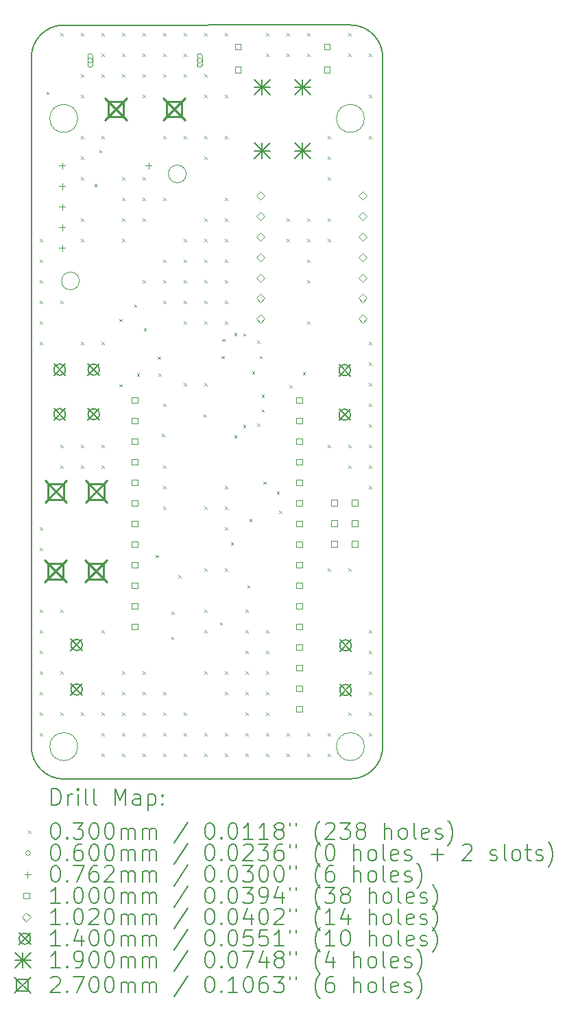
<source format=gbr>
%TF.GenerationSoftware,KiCad,Pcbnew,8.0.7*%
%TF.CreationDate,2025-01-20T10:57:14-06:00*%
%TF.ProjectId,Digit,44696769-742e-46b6-9963-61645f706362,1.2*%
%TF.SameCoordinates,Original*%
%TF.FileFunction,Drillmap*%
%TF.FilePolarity,Positive*%
%FSLAX45Y45*%
G04 Gerber Fmt 4.5, Leading zero omitted, Abs format (unit mm)*
G04 Created by KiCad (PCBNEW 8.0.7) date 2025-01-20 10:57:14*
%MOMM*%
%LPD*%
G01*
G04 APERTURE LIST*
%ADD10C,0.200000*%
%ADD11C,0.050000*%
%ADD12C,0.100000*%
%ADD13C,0.102000*%
%ADD14C,0.140000*%
%ADD15C,0.190000*%
%ADD16C,0.270000*%
G04 APERTURE END LIST*
D10*
X6786657Y-12342500D02*
G75*
G02*
X6387500Y-12742496I-399997J0D01*
G01*
X2447000Y-3844000D02*
X2447000Y-12344000D01*
X2847000Y-12744000D02*
G75*
G02*
X2447000Y-12344000I0J400000D01*
G01*
X6386657Y-3442500D02*
X2847000Y-3444000D01*
X6386657Y-3442503D02*
G75*
G02*
X6786657Y-3842500I3J-399997D01*
G01*
X6387500Y-12742500D02*
X2847000Y-12744000D01*
X6786657Y-12342500D02*
X6786657Y-3842500D01*
X2447000Y-3844000D02*
G75*
G02*
X2847000Y-3444000I400000J0D01*
G01*
D11*
X6560000Y-4595500D02*
G75*
G02*
X6215000Y-4595500I-172500J0D01*
G01*
X6215000Y-4595500D02*
G75*
G02*
X6560000Y-4595500I172500J0D01*
G01*
X6560000Y-12344500D02*
G75*
G02*
X6215000Y-12344500I-172500J0D01*
G01*
X6215000Y-12344500D02*
G75*
G02*
X6560000Y-12344500I172500J0D01*
G01*
X3019500Y-4595500D02*
G75*
G02*
X2674500Y-4595500I-172500J0D01*
G01*
X2674500Y-4595500D02*
G75*
G02*
X3019500Y-4595500I172500J0D01*
G01*
X3039000Y-6600000D02*
G75*
G02*
X2821000Y-6600000I-109000J0D01*
G01*
X2821000Y-6600000D02*
G75*
G02*
X3039000Y-6600000I109000J0D01*
G01*
X4359000Y-5280000D02*
G75*
G02*
X4141000Y-5280000I-109000J0D01*
G01*
X4141000Y-5280000D02*
G75*
G02*
X4359000Y-5280000I109000J0D01*
G01*
X3019500Y-12344500D02*
G75*
G02*
X2674500Y-12344500I-172500J0D01*
G01*
X2674500Y-12344500D02*
G75*
G02*
X3019500Y-12344500I172500J0D01*
G01*
D10*
D12*
X2555000Y-6084500D02*
X2585000Y-6114500D01*
X2585000Y-6084500D02*
X2555000Y-6114500D01*
X2555000Y-6338500D02*
X2585000Y-6368500D01*
X2585000Y-6338500D02*
X2555000Y-6368500D01*
X2555000Y-6592500D02*
X2585000Y-6622500D01*
X2585000Y-6592500D02*
X2555000Y-6622500D01*
X2555000Y-6846500D02*
X2585000Y-6876500D01*
X2585000Y-6846500D02*
X2555000Y-6876500D01*
X2555000Y-7100500D02*
X2585000Y-7130500D01*
X2585000Y-7100500D02*
X2555000Y-7130500D01*
X2555000Y-7354500D02*
X2585000Y-7384500D01*
X2585000Y-7354500D02*
X2555000Y-7384500D01*
X2555000Y-9640500D02*
X2585000Y-9670500D01*
X2585000Y-9640500D02*
X2555000Y-9670500D01*
X2555000Y-9894500D02*
X2585000Y-9924500D01*
X2585000Y-9894500D02*
X2555000Y-9924500D01*
X2555000Y-10656500D02*
X2585000Y-10686500D01*
X2585000Y-10656500D02*
X2555000Y-10686500D01*
X2555000Y-10910500D02*
X2585000Y-10940500D01*
X2585000Y-10910500D02*
X2555000Y-10940500D01*
X2555000Y-11164500D02*
X2585000Y-11194500D01*
X2585000Y-11164500D02*
X2555000Y-11194500D01*
X2555000Y-11418500D02*
X2585000Y-11448500D01*
X2585000Y-11418500D02*
X2555000Y-11448500D01*
X2555000Y-11672500D02*
X2585000Y-11702500D01*
X2585000Y-11672500D02*
X2555000Y-11702500D01*
X2555000Y-11926500D02*
X2585000Y-11956500D01*
X2585000Y-11926500D02*
X2555000Y-11956500D01*
X2555000Y-12180500D02*
X2585000Y-12210500D01*
X2585000Y-12180500D02*
X2555000Y-12210500D01*
X2635000Y-4265500D02*
X2665000Y-4295500D01*
X2665000Y-4265500D02*
X2635000Y-4295500D01*
X2809000Y-3544500D02*
X2839000Y-3574500D01*
X2839000Y-3544500D02*
X2809000Y-3574500D01*
X2809000Y-6846500D02*
X2839000Y-6876500D01*
X2839000Y-6846500D02*
X2809000Y-6876500D01*
X2809000Y-8624500D02*
X2839000Y-8654500D01*
X2839000Y-8624500D02*
X2809000Y-8654500D01*
X2809000Y-8878500D02*
X2839000Y-8908500D01*
X2839000Y-8878500D02*
X2809000Y-8908500D01*
X2809000Y-10656500D02*
X2839000Y-10686500D01*
X2839000Y-10656500D02*
X2809000Y-10686500D01*
X2809000Y-11418500D02*
X2839000Y-11448500D01*
X2839000Y-11418500D02*
X2809000Y-11448500D01*
X2809000Y-11926500D02*
X2839000Y-11956500D01*
X2839000Y-11926500D02*
X2809000Y-11956500D01*
X3063000Y-3544500D02*
X3093000Y-3574500D01*
X3093000Y-3544500D02*
X3063000Y-3574500D01*
X3063000Y-4052500D02*
X3093000Y-4082500D01*
X3093000Y-4052500D02*
X3063000Y-4082500D01*
X3063000Y-4306500D02*
X3093000Y-4336500D01*
X3093000Y-4306500D02*
X3063000Y-4336500D01*
X3063000Y-4814500D02*
X3093000Y-4844500D01*
X3093000Y-4814500D02*
X3063000Y-4844500D01*
X3063000Y-5068500D02*
X3093000Y-5098500D01*
X3093000Y-5068500D02*
X3063000Y-5098500D01*
X3063000Y-5322500D02*
X3093000Y-5352500D01*
X3093000Y-5322500D02*
X3063000Y-5352500D01*
X3063000Y-5830500D02*
X3093000Y-5860500D01*
X3093000Y-5830500D02*
X3063000Y-5860500D01*
X3063000Y-6084500D02*
X3093000Y-6114500D01*
X3093000Y-6084500D02*
X3063000Y-6114500D01*
X3063000Y-7354500D02*
X3093000Y-7384500D01*
X3093000Y-7354500D02*
X3063000Y-7384500D01*
X3063000Y-8624500D02*
X3093000Y-8654500D01*
X3093000Y-8624500D02*
X3063000Y-8654500D01*
X3063000Y-8878500D02*
X3093000Y-8908500D01*
X3093000Y-8878500D02*
X3063000Y-8908500D01*
X3063000Y-11926500D02*
X3093000Y-11956500D01*
X3093000Y-11926500D02*
X3063000Y-11956500D01*
X3225000Y-5405000D02*
X3255000Y-5435000D01*
X3255000Y-5405000D02*
X3225000Y-5435000D01*
X3285000Y-4985000D02*
X3315000Y-5015000D01*
X3315000Y-4985000D02*
X3285000Y-5015000D01*
X3317000Y-3544500D02*
X3347000Y-3574500D01*
X3347000Y-3544500D02*
X3317000Y-3574500D01*
X3317000Y-3798500D02*
X3347000Y-3828500D01*
X3347000Y-3798500D02*
X3317000Y-3828500D01*
X3317000Y-4052500D02*
X3347000Y-4082500D01*
X3347000Y-4052500D02*
X3317000Y-4082500D01*
X3317000Y-4814500D02*
X3347000Y-4844500D01*
X3347000Y-4814500D02*
X3317000Y-4844500D01*
X3317000Y-7354500D02*
X3347000Y-7384500D01*
X3347000Y-7354500D02*
X3317000Y-7384500D01*
X3317000Y-8624500D02*
X3347000Y-8654500D01*
X3347000Y-8624500D02*
X3317000Y-8654500D01*
X3317000Y-8878500D02*
X3347000Y-8908500D01*
X3347000Y-8878500D02*
X3317000Y-8908500D01*
X3317000Y-10910500D02*
X3347000Y-10940500D01*
X3347000Y-10910500D02*
X3317000Y-10940500D01*
X3317000Y-11672500D02*
X3347000Y-11702500D01*
X3347000Y-11672500D02*
X3317000Y-11702500D01*
X3317000Y-11926500D02*
X3347000Y-11956500D01*
X3347000Y-11926500D02*
X3317000Y-11956500D01*
X3317000Y-12180500D02*
X3347000Y-12210500D01*
X3347000Y-12180500D02*
X3317000Y-12210500D01*
X3317000Y-12434500D02*
X3347000Y-12464500D01*
X3347000Y-12434500D02*
X3317000Y-12464500D01*
X3533750Y-7067250D02*
X3563750Y-7097250D01*
X3563750Y-7067250D02*
X3533750Y-7097250D01*
X3536000Y-7872000D02*
X3566000Y-7902000D01*
X3566000Y-7872000D02*
X3536000Y-7902000D01*
X3571000Y-3544500D02*
X3601000Y-3574500D01*
X3601000Y-3544500D02*
X3571000Y-3574500D01*
X3571000Y-3798500D02*
X3601000Y-3828500D01*
X3601000Y-3798500D02*
X3571000Y-3828500D01*
X3571000Y-4052500D02*
X3601000Y-4082500D01*
X3601000Y-4052500D02*
X3571000Y-4082500D01*
X3571000Y-5322500D02*
X3601000Y-5352500D01*
X3601000Y-5322500D02*
X3571000Y-5352500D01*
X3571000Y-5576500D02*
X3601000Y-5606500D01*
X3601000Y-5576500D02*
X3571000Y-5606500D01*
X3571000Y-5830500D02*
X3601000Y-5860500D01*
X3601000Y-5830500D02*
X3571000Y-5860500D01*
X3571000Y-6084500D02*
X3601000Y-6114500D01*
X3601000Y-6084500D02*
X3571000Y-6114500D01*
X3571000Y-11418500D02*
X3601000Y-11448500D01*
X3601000Y-11418500D02*
X3571000Y-11448500D01*
X3571000Y-11672500D02*
X3601000Y-11702500D01*
X3601000Y-11672500D02*
X3571000Y-11702500D01*
X3571000Y-11926500D02*
X3601000Y-11956500D01*
X3601000Y-11926500D02*
X3571000Y-11956500D01*
X3571000Y-12180500D02*
X3601000Y-12210500D01*
X3601000Y-12180500D02*
X3571000Y-12210500D01*
X3571000Y-12434500D02*
X3601000Y-12464500D01*
X3601000Y-12434500D02*
X3571000Y-12464500D01*
X3717000Y-6890500D02*
X3747000Y-6920500D01*
X3747000Y-6890500D02*
X3717000Y-6920500D01*
X3753000Y-7740000D02*
X3783000Y-7770000D01*
X3783000Y-7740000D02*
X3753000Y-7770000D01*
X3825000Y-3544500D02*
X3855000Y-3574500D01*
X3855000Y-3544500D02*
X3825000Y-3574500D01*
X3825000Y-3798500D02*
X3855000Y-3828500D01*
X3855000Y-3798500D02*
X3825000Y-3828500D01*
X3825000Y-4052500D02*
X3855000Y-4082500D01*
X3855000Y-4052500D02*
X3825000Y-4082500D01*
X3825000Y-4306500D02*
X3855000Y-4336500D01*
X3855000Y-4306500D02*
X3825000Y-4336500D01*
X3825000Y-5322500D02*
X3855000Y-5352500D01*
X3855000Y-5322500D02*
X3825000Y-5352500D01*
X3825000Y-5576500D02*
X3855000Y-5606500D01*
X3855000Y-5576500D02*
X3825000Y-5606500D01*
X3825000Y-5830500D02*
X3855000Y-5860500D01*
X3855000Y-5830500D02*
X3825000Y-5860500D01*
X3825000Y-6592500D02*
X3855000Y-6622500D01*
X3855000Y-6592500D02*
X3825000Y-6622500D01*
X3825000Y-11418500D02*
X3855000Y-11448500D01*
X3855000Y-11418500D02*
X3825000Y-11448500D01*
X3825000Y-11672500D02*
X3855000Y-11702500D01*
X3855000Y-11672500D02*
X3825000Y-11702500D01*
X3825000Y-11926500D02*
X3855000Y-11956500D01*
X3855000Y-11926500D02*
X3825000Y-11956500D01*
X3825000Y-12180500D02*
X3855000Y-12210500D01*
X3855000Y-12180500D02*
X3825000Y-12210500D01*
X3825000Y-12434500D02*
X3855000Y-12464500D01*
X3855000Y-12434500D02*
X3825000Y-12464500D01*
X3835000Y-7185000D02*
X3865000Y-7215000D01*
X3865000Y-7185000D02*
X3835000Y-7215000D01*
X3982000Y-9983000D02*
X4012000Y-10013000D01*
X4012000Y-9983000D02*
X3982000Y-10013000D01*
X4010000Y-7535000D02*
X4040000Y-7565000D01*
X4040000Y-7535000D02*
X4010000Y-7565000D01*
X4017000Y-7740000D02*
X4047000Y-7770000D01*
X4047000Y-7740000D02*
X4017000Y-7770000D01*
X4060000Y-8486000D02*
X4090000Y-8516000D01*
X4090000Y-8486000D02*
X4060000Y-8516000D01*
X4079000Y-3544500D02*
X4109000Y-3574500D01*
X4109000Y-3544500D02*
X4079000Y-3574500D01*
X4079000Y-3798500D02*
X4109000Y-3828500D01*
X4109000Y-3798500D02*
X4079000Y-3828500D01*
X4079000Y-4052500D02*
X4109000Y-4082500D01*
X4109000Y-4052500D02*
X4079000Y-4082500D01*
X4079000Y-4814500D02*
X4109000Y-4844500D01*
X4109000Y-4814500D02*
X4079000Y-4844500D01*
X4079000Y-5576500D02*
X4109000Y-5606500D01*
X4109000Y-5576500D02*
X4079000Y-5606500D01*
X4079000Y-6338500D02*
X4109000Y-6368500D01*
X4109000Y-6338500D02*
X4079000Y-6368500D01*
X4079000Y-6592500D02*
X4109000Y-6622500D01*
X4109000Y-6592500D02*
X4079000Y-6622500D01*
X4079000Y-6846500D02*
X4109000Y-6876500D01*
X4109000Y-6846500D02*
X4079000Y-6876500D01*
X4079000Y-8116500D02*
X4109000Y-8146500D01*
X4109000Y-8116500D02*
X4079000Y-8146500D01*
X4079000Y-8878500D02*
X4109000Y-8908500D01*
X4109000Y-8878500D02*
X4079000Y-8908500D01*
X4079000Y-9132500D02*
X4109000Y-9162500D01*
X4109000Y-9132500D02*
X4079000Y-9162500D01*
X4079000Y-9386500D02*
X4109000Y-9416500D01*
X4109000Y-9386500D02*
X4079000Y-9416500D01*
X4079000Y-11672500D02*
X4109000Y-11702500D01*
X4109000Y-11672500D02*
X4079000Y-11702500D01*
X4079000Y-11926500D02*
X4109000Y-11956500D01*
X4109000Y-11926500D02*
X4079000Y-11956500D01*
X4079000Y-12180500D02*
X4109000Y-12210500D01*
X4109000Y-12180500D02*
X4079000Y-12210500D01*
X4079000Y-12434500D02*
X4109000Y-12464500D01*
X4109000Y-12434500D02*
X4079000Y-12464500D01*
X4176000Y-10991000D02*
X4206000Y-11021000D01*
X4206000Y-10991000D02*
X4176000Y-11021000D01*
X4179000Y-10680000D02*
X4209000Y-10710000D01*
X4209000Y-10680000D02*
X4179000Y-10710000D01*
X4263000Y-10232000D02*
X4293000Y-10262000D01*
X4293000Y-10232000D02*
X4263000Y-10262000D01*
X4333000Y-3544500D02*
X4363000Y-3574500D01*
X4363000Y-3544500D02*
X4333000Y-3574500D01*
X4333000Y-3798500D02*
X4363000Y-3828500D01*
X4363000Y-3798500D02*
X4333000Y-3828500D01*
X4333000Y-4052500D02*
X4363000Y-4082500D01*
X4363000Y-4052500D02*
X4333000Y-4082500D01*
X4333000Y-4814500D02*
X4363000Y-4844500D01*
X4363000Y-4814500D02*
X4333000Y-4844500D01*
X4333000Y-6084500D02*
X4363000Y-6114500D01*
X4363000Y-6084500D02*
X4333000Y-6114500D01*
X4333000Y-6338500D02*
X4363000Y-6368500D01*
X4363000Y-6338500D02*
X4333000Y-6368500D01*
X4333000Y-6592500D02*
X4363000Y-6622500D01*
X4363000Y-6592500D02*
X4333000Y-6622500D01*
X4333000Y-6846500D02*
X4363000Y-6876500D01*
X4363000Y-6846500D02*
X4333000Y-6876500D01*
X4333000Y-7100500D02*
X4363000Y-7130500D01*
X4363000Y-7100500D02*
X4333000Y-7130500D01*
X4333000Y-7862500D02*
X4363000Y-7892500D01*
X4363000Y-7862500D02*
X4333000Y-7892500D01*
X4333000Y-11926500D02*
X4363000Y-11956500D01*
X4363000Y-11926500D02*
X4333000Y-11956500D01*
X4333000Y-12180500D02*
X4363000Y-12210500D01*
X4363000Y-12180500D02*
X4333000Y-12210500D01*
X4333000Y-12434500D02*
X4363000Y-12464500D01*
X4363000Y-12434500D02*
X4333000Y-12464500D01*
X4574000Y-8246000D02*
X4604000Y-8276000D01*
X4604000Y-8246000D02*
X4574000Y-8276000D01*
X4587000Y-3544500D02*
X4617000Y-3574500D01*
X4617000Y-3544500D02*
X4587000Y-3574500D01*
X4587000Y-4052500D02*
X4617000Y-4082500D01*
X4617000Y-4052500D02*
X4587000Y-4082500D01*
X4587000Y-4306500D02*
X4617000Y-4336500D01*
X4617000Y-4306500D02*
X4587000Y-4336500D01*
X4587000Y-4814500D02*
X4617000Y-4844500D01*
X4617000Y-4814500D02*
X4587000Y-4844500D01*
X4587000Y-5068500D02*
X4617000Y-5098500D01*
X4617000Y-5068500D02*
X4587000Y-5098500D01*
X4587000Y-5830500D02*
X4617000Y-5860500D01*
X4617000Y-5830500D02*
X4587000Y-5860500D01*
X4587000Y-6084500D02*
X4617000Y-6114500D01*
X4617000Y-6084500D02*
X4587000Y-6114500D01*
X4587000Y-6338500D02*
X4617000Y-6368500D01*
X4617000Y-6338500D02*
X4587000Y-6368500D01*
X4587000Y-6592500D02*
X4617000Y-6622500D01*
X4617000Y-6592500D02*
X4587000Y-6622500D01*
X4587000Y-6846500D02*
X4617000Y-6876500D01*
X4617000Y-6846500D02*
X4587000Y-6876500D01*
X4587000Y-7100500D02*
X4617000Y-7130500D01*
X4617000Y-7100500D02*
X4587000Y-7130500D01*
X4587000Y-7862500D02*
X4617000Y-7892500D01*
X4617000Y-7862500D02*
X4587000Y-7892500D01*
X4587000Y-9386500D02*
X4617000Y-9416500D01*
X4617000Y-9386500D02*
X4587000Y-9416500D01*
X4587000Y-10148500D02*
X4617000Y-10178500D01*
X4617000Y-10148500D02*
X4587000Y-10178500D01*
X4587000Y-10656500D02*
X4617000Y-10686500D01*
X4617000Y-10656500D02*
X4587000Y-10686500D01*
X4587000Y-10910500D02*
X4617000Y-10940500D01*
X4617000Y-10910500D02*
X4587000Y-10940500D01*
X4587000Y-11418500D02*
X4617000Y-11448500D01*
X4617000Y-11418500D02*
X4587000Y-11448500D01*
X4587000Y-12180500D02*
X4617000Y-12210500D01*
X4617000Y-12180500D02*
X4587000Y-12210500D01*
X4587000Y-12434500D02*
X4617000Y-12464500D01*
X4617000Y-12434500D02*
X4587000Y-12464500D01*
X4774000Y-10812000D02*
X4804000Y-10842000D01*
X4804000Y-10812000D02*
X4774000Y-10842000D01*
X4795000Y-7525000D02*
X4825000Y-7555000D01*
X4825000Y-7525000D02*
X4795000Y-7555000D01*
X4805000Y-7315000D02*
X4835000Y-7345000D01*
X4835000Y-7315000D02*
X4805000Y-7345000D01*
X4841000Y-3544500D02*
X4871000Y-3574500D01*
X4871000Y-3544500D02*
X4841000Y-3574500D01*
X4841000Y-4306500D02*
X4871000Y-4336500D01*
X4871000Y-4306500D02*
X4841000Y-4336500D01*
X4841000Y-4814500D02*
X4871000Y-4844500D01*
X4871000Y-4814500D02*
X4841000Y-4844500D01*
X4841000Y-5576500D02*
X4871000Y-5606500D01*
X4871000Y-5576500D02*
X4841000Y-5606500D01*
X4841000Y-5830500D02*
X4871000Y-5860500D01*
X4871000Y-5830500D02*
X4841000Y-5860500D01*
X4841000Y-6084500D02*
X4871000Y-6114500D01*
X4871000Y-6084500D02*
X4841000Y-6114500D01*
X4841000Y-6338500D02*
X4871000Y-6368500D01*
X4871000Y-6338500D02*
X4841000Y-6368500D01*
X4841000Y-6592500D02*
X4871000Y-6622500D01*
X4871000Y-6592500D02*
X4841000Y-6622500D01*
X4841000Y-6846500D02*
X4871000Y-6876500D01*
X4871000Y-6846500D02*
X4841000Y-6876500D01*
X4841000Y-7100500D02*
X4871000Y-7130500D01*
X4871000Y-7100500D02*
X4841000Y-7130500D01*
X4841000Y-9132500D02*
X4871000Y-9162500D01*
X4871000Y-9132500D02*
X4841000Y-9162500D01*
X4841000Y-9386500D02*
X4871000Y-9416500D01*
X4871000Y-9386500D02*
X4841000Y-9416500D01*
X4841000Y-9640500D02*
X4871000Y-9670500D01*
X4871000Y-9640500D02*
X4841000Y-9670500D01*
X4841000Y-10148500D02*
X4871000Y-10178500D01*
X4871000Y-10148500D02*
X4841000Y-10178500D01*
X4841000Y-11418500D02*
X4871000Y-11448500D01*
X4871000Y-11418500D02*
X4841000Y-11448500D01*
X4841000Y-11672500D02*
X4871000Y-11702500D01*
X4871000Y-11672500D02*
X4841000Y-11702500D01*
X4841000Y-12180500D02*
X4871000Y-12210500D01*
X4871000Y-12180500D02*
X4841000Y-12210500D01*
X4841000Y-12434500D02*
X4871000Y-12464500D01*
X4871000Y-12434500D02*
X4841000Y-12464500D01*
X4910000Y-9825500D02*
X4940000Y-9855500D01*
X4940000Y-9825500D02*
X4910000Y-9855500D01*
X4952000Y-7244600D02*
X4982000Y-7274600D01*
X4982000Y-7244600D02*
X4952000Y-7274600D01*
X4952000Y-8505500D02*
X4982000Y-8535500D01*
X4982000Y-8505500D02*
X4952000Y-8535500D01*
X5065000Y-7245000D02*
X5095000Y-7275000D01*
X5095000Y-7245000D02*
X5065000Y-7275000D01*
X5065000Y-8375500D02*
X5095000Y-8405500D01*
X5095000Y-8375500D02*
X5065000Y-8405500D01*
X5095000Y-10656500D02*
X5125000Y-10686500D01*
X5125000Y-10656500D02*
X5095000Y-10686500D01*
X5095000Y-10910500D02*
X5125000Y-10940500D01*
X5125000Y-10910500D02*
X5095000Y-10940500D01*
X5095000Y-11164500D02*
X5125000Y-11194500D01*
X5125000Y-11164500D02*
X5095000Y-11194500D01*
X5095000Y-11418500D02*
X5125000Y-11448500D01*
X5125000Y-11418500D02*
X5095000Y-11448500D01*
X5095000Y-11672500D02*
X5125000Y-11702500D01*
X5125000Y-11672500D02*
X5095000Y-11702500D01*
X5095000Y-11926500D02*
X5125000Y-11956500D01*
X5125000Y-11926500D02*
X5095000Y-11956500D01*
X5095000Y-12180500D02*
X5125000Y-12210500D01*
X5125000Y-12180500D02*
X5095000Y-12210500D01*
X5095000Y-12434500D02*
X5125000Y-12464500D01*
X5125000Y-12434500D02*
X5095000Y-12464500D01*
X5115000Y-10355500D02*
X5145000Y-10385500D01*
X5145000Y-10355500D02*
X5115000Y-10385500D01*
X5138750Y-9538750D02*
X5168750Y-9568750D01*
X5168750Y-9538750D02*
X5138750Y-9568750D01*
X5175000Y-7718500D02*
X5205000Y-7748500D01*
X5205000Y-7718500D02*
X5175000Y-7748500D01*
X5235000Y-7335000D02*
X5265000Y-7365000D01*
X5265000Y-7335000D02*
X5235000Y-7365000D01*
X5235000Y-8360000D02*
X5265000Y-8390000D01*
X5265000Y-8360000D02*
X5235000Y-8390000D01*
X5265000Y-7525000D02*
X5295000Y-7555000D01*
X5295000Y-7525000D02*
X5265000Y-7555000D01*
X5292000Y-8005500D02*
X5322000Y-8035500D01*
X5322000Y-8005500D02*
X5292000Y-8035500D01*
X5292000Y-8185500D02*
X5322000Y-8215500D01*
X5322000Y-8185500D02*
X5292000Y-8215500D01*
X5315000Y-9075000D02*
X5345000Y-9105000D01*
X5345000Y-9075000D02*
X5315000Y-9105000D01*
X5349000Y-3544500D02*
X5379000Y-3574500D01*
X5379000Y-3544500D02*
X5349000Y-3574500D01*
X5349000Y-3798500D02*
X5379000Y-3828500D01*
X5379000Y-3798500D02*
X5349000Y-3828500D01*
X5349000Y-10910500D02*
X5379000Y-10940500D01*
X5379000Y-10910500D02*
X5349000Y-10940500D01*
X5349000Y-11164500D02*
X5379000Y-11194500D01*
X5379000Y-11164500D02*
X5349000Y-11194500D01*
X5349000Y-11418500D02*
X5379000Y-11448500D01*
X5379000Y-11418500D02*
X5349000Y-11448500D01*
X5349000Y-11672500D02*
X5379000Y-11702500D01*
X5379000Y-11672500D02*
X5349000Y-11702500D01*
X5349000Y-11926500D02*
X5379000Y-11956500D01*
X5379000Y-11926500D02*
X5349000Y-11956500D01*
X5349000Y-12180500D02*
X5379000Y-12210500D01*
X5379000Y-12180500D02*
X5349000Y-12210500D01*
X5349000Y-12434500D02*
X5379000Y-12464500D01*
X5379000Y-12434500D02*
X5349000Y-12464500D01*
X5477000Y-9200500D02*
X5507000Y-9230500D01*
X5507000Y-9200500D02*
X5477000Y-9230500D01*
X5510000Y-9435000D02*
X5540000Y-9465000D01*
X5540000Y-9435000D02*
X5510000Y-9465000D01*
X5603000Y-3544500D02*
X5633000Y-3574500D01*
X5633000Y-3544500D02*
X5603000Y-3574500D01*
X5603000Y-3798500D02*
X5633000Y-3828500D01*
X5633000Y-3798500D02*
X5603000Y-3828500D01*
X5603000Y-5830500D02*
X5633000Y-5860500D01*
X5633000Y-5830500D02*
X5603000Y-5860500D01*
X5603000Y-6084500D02*
X5633000Y-6114500D01*
X5633000Y-6084500D02*
X5603000Y-6114500D01*
X5603000Y-12180500D02*
X5633000Y-12210500D01*
X5633000Y-12180500D02*
X5603000Y-12210500D01*
X5603000Y-12434500D02*
X5633000Y-12464500D01*
X5633000Y-12434500D02*
X5603000Y-12464500D01*
X5635000Y-7885000D02*
X5665000Y-7915000D01*
X5665000Y-7885000D02*
X5635000Y-7915000D01*
X5802000Y-7725000D02*
X5832000Y-7755000D01*
X5832000Y-7725000D02*
X5802000Y-7755000D01*
X5857000Y-3544500D02*
X5887000Y-3574500D01*
X5887000Y-3544500D02*
X5857000Y-3574500D01*
X5857000Y-3798500D02*
X5887000Y-3828500D01*
X5887000Y-3798500D02*
X5857000Y-3828500D01*
X5857000Y-5830500D02*
X5887000Y-5860500D01*
X5887000Y-5830500D02*
X5857000Y-5860500D01*
X5857000Y-6084500D02*
X5887000Y-6114500D01*
X5887000Y-6084500D02*
X5857000Y-6114500D01*
X5857000Y-6338500D02*
X5887000Y-6368500D01*
X5887000Y-6338500D02*
X5857000Y-6368500D01*
X5857000Y-6592500D02*
X5887000Y-6622500D01*
X5887000Y-6592500D02*
X5857000Y-6622500D01*
X5857000Y-7100500D02*
X5887000Y-7130500D01*
X5887000Y-7100500D02*
X5857000Y-7130500D01*
X5857000Y-12180500D02*
X5887000Y-12210500D01*
X5887000Y-12180500D02*
X5857000Y-12210500D01*
X5857000Y-12434500D02*
X5887000Y-12464500D01*
X5887000Y-12434500D02*
X5857000Y-12464500D01*
X6111000Y-4814500D02*
X6141000Y-4844500D01*
X6141000Y-4814500D02*
X6111000Y-4844500D01*
X6111000Y-5068500D02*
X6141000Y-5098500D01*
X6141000Y-5068500D02*
X6111000Y-5098500D01*
X6111000Y-5322500D02*
X6141000Y-5352500D01*
X6141000Y-5322500D02*
X6111000Y-5352500D01*
X6111000Y-5830500D02*
X6141000Y-5860500D01*
X6141000Y-5830500D02*
X6111000Y-5860500D01*
X6111000Y-6084500D02*
X6141000Y-6114500D01*
X6141000Y-6084500D02*
X6111000Y-6114500D01*
X6111000Y-8624500D02*
X6141000Y-8654500D01*
X6141000Y-8624500D02*
X6111000Y-8654500D01*
X6111000Y-10148500D02*
X6141000Y-10178500D01*
X6141000Y-10148500D02*
X6111000Y-10178500D01*
X6111000Y-12180500D02*
X6141000Y-12210500D01*
X6141000Y-12180500D02*
X6111000Y-12210500D01*
X6111000Y-12434500D02*
X6141000Y-12464500D01*
X6141000Y-12434500D02*
X6111000Y-12464500D01*
X6365000Y-3544500D02*
X6395000Y-3574500D01*
X6395000Y-3544500D02*
X6365000Y-3574500D01*
X6365000Y-3798500D02*
X6395000Y-3828500D01*
X6395000Y-3798500D02*
X6365000Y-3828500D01*
X6365000Y-8624500D02*
X6395000Y-8654500D01*
X6395000Y-8624500D02*
X6365000Y-8654500D01*
X6365000Y-8878500D02*
X6395000Y-8908500D01*
X6395000Y-8878500D02*
X6365000Y-8908500D01*
X6365000Y-10148500D02*
X6395000Y-10178500D01*
X6395000Y-10148500D02*
X6365000Y-10178500D01*
X6365000Y-11926500D02*
X6395000Y-11956500D01*
X6395000Y-11926500D02*
X6365000Y-11956500D01*
X6619000Y-3798500D02*
X6649000Y-3828500D01*
X6649000Y-3798500D02*
X6619000Y-3828500D01*
X6619000Y-4306500D02*
X6649000Y-4336500D01*
X6649000Y-4306500D02*
X6619000Y-4336500D01*
X6619000Y-4814500D02*
X6649000Y-4844500D01*
X6649000Y-4814500D02*
X6619000Y-4844500D01*
X6619000Y-7354500D02*
X6649000Y-7384500D01*
X6649000Y-7354500D02*
X6619000Y-7384500D01*
X6619000Y-7608500D02*
X6649000Y-7638500D01*
X6649000Y-7608500D02*
X6619000Y-7638500D01*
X6619000Y-7862500D02*
X6649000Y-7892500D01*
X6649000Y-7862500D02*
X6619000Y-7892500D01*
X6619000Y-8116500D02*
X6649000Y-8146500D01*
X6649000Y-8116500D02*
X6619000Y-8146500D01*
X6619000Y-8370500D02*
X6649000Y-8400500D01*
X6649000Y-8370500D02*
X6619000Y-8400500D01*
X6619000Y-8624500D02*
X6649000Y-8654500D01*
X6649000Y-8624500D02*
X6619000Y-8654500D01*
X6619000Y-8878500D02*
X6649000Y-8908500D01*
X6649000Y-8878500D02*
X6619000Y-8908500D01*
X6619000Y-9132500D02*
X6649000Y-9162500D01*
X6649000Y-9132500D02*
X6619000Y-9162500D01*
X6619000Y-10910500D02*
X6649000Y-10940500D01*
X6649000Y-10910500D02*
X6619000Y-10940500D01*
X6619000Y-11164500D02*
X6649000Y-11194500D01*
X6649000Y-11164500D02*
X6619000Y-11194500D01*
X6619000Y-11418500D02*
X6649000Y-11448500D01*
X6649000Y-11418500D02*
X6619000Y-11448500D01*
X6619000Y-11672500D02*
X6649000Y-11702500D01*
X6649000Y-11672500D02*
X6619000Y-11702500D01*
X6619000Y-11926500D02*
X6649000Y-11956500D01*
X6649000Y-11926500D02*
X6619000Y-11956500D01*
X6619000Y-12180500D02*
X6649000Y-12210500D01*
X6649000Y-12180500D02*
X6619000Y-12210500D01*
X3205000Y-3880000D02*
G75*
G02*
X3145000Y-3880000I-30000J0D01*
G01*
X3145000Y-3880000D02*
G75*
G02*
X3205000Y-3880000I30000J0D01*
G01*
X3145000Y-3825000D02*
X3145000Y-3935000D01*
X3205000Y-3935000D02*
G75*
G02*
X3145000Y-3935000I-30000J0D01*
G01*
X3205000Y-3935000D02*
X3205000Y-3825000D01*
X3205000Y-3825000D02*
G75*
G03*
X3145000Y-3825000I-30000J0D01*
G01*
X4555000Y-3880000D02*
G75*
G02*
X4495000Y-3880000I-30000J0D01*
G01*
X4495000Y-3880000D02*
G75*
G02*
X4555000Y-3880000I30000J0D01*
G01*
X4495000Y-3825000D02*
X4495000Y-3935000D01*
X4555000Y-3935000D02*
G75*
G02*
X4495000Y-3935000I-30000J0D01*
G01*
X4555000Y-3935000D02*
X4555000Y-3825000D01*
X4555000Y-3825000D02*
G75*
G03*
X4495000Y-3825000I-30000J0D01*
G01*
X2827000Y-5138900D02*
X2827000Y-5215100D01*
X2788900Y-5177000D02*
X2865100Y-5177000D01*
X2827000Y-5392900D02*
X2827000Y-5469100D01*
X2788900Y-5431000D02*
X2865100Y-5431000D01*
X2827000Y-5646900D02*
X2827000Y-5723100D01*
X2788900Y-5685000D02*
X2865100Y-5685000D01*
X2827000Y-5900900D02*
X2827000Y-5977100D01*
X2788900Y-5939000D02*
X2865100Y-5939000D01*
X2827000Y-6154900D02*
X2827000Y-6231100D01*
X2788900Y-6193000D02*
X2865100Y-6193000D01*
X3896000Y-5138900D02*
X3896000Y-5215100D01*
X3857900Y-5177000D02*
X3934100Y-5177000D01*
X3760356Y-8105856D02*
X3760356Y-8035144D01*
X3689644Y-8035144D01*
X3689644Y-8105856D01*
X3760356Y-8105856D01*
X3760356Y-8359856D02*
X3760356Y-8289144D01*
X3689644Y-8289144D01*
X3689644Y-8359856D01*
X3760356Y-8359856D01*
X3760356Y-8613856D02*
X3760356Y-8543144D01*
X3689644Y-8543144D01*
X3689644Y-8613856D01*
X3760356Y-8613856D01*
X3760356Y-8867856D02*
X3760356Y-8797144D01*
X3689644Y-8797144D01*
X3689644Y-8867856D01*
X3760356Y-8867856D01*
X3760356Y-9121856D02*
X3760356Y-9051144D01*
X3689644Y-9051144D01*
X3689644Y-9121856D01*
X3760356Y-9121856D01*
X3760356Y-9375856D02*
X3760356Y-9305144D01*
X3689644Y-9305144D01*
X3689644Y-9375856D01*
X3760356Y-9375856D01*
X3760356Y-9629856D02*
X3760356Y-9559144D01*
X3689644Y-9559144D01*
X3689644Y-9629856D01*
X3760356Y-9629856D01*
X3760356Y-9883856D02*
X3760356Y-9813144D01*
X3689644Y-9813144D01*
X3689644Y-9883856D01*
X3760356Y-9883856D01*
X3760356Y-10137856D02*
X3760356Y-10067144D01*
X3689644Y-10067144D01*
X3689644Y-10137856D01*
X3760356Y-10137856D01*
X3760356Y-10391856D02*
X3760356Y-10321144D01*
X3689644Y-10321144D01*
X3689644Y-10391856D01*
X3760356Y-10391856D01*
X3760356Y-10645856D02*
X3760356Y-10575144D01*
X3689644Y-10575144D01*
X3689644Y-10645856D01*
X3760356Y-10645856D01*
X3760356Y-10899856D02*
X3760356Y-10829144D01*
X3689644Y-10829144D01*
X3689644Y-10899856D01*
X3760356Y-10899856D01*
X5032356Y-3744356D02*
X5032356Y-3673644D01*
X4961644Y-3673644D01*
X4961644Y-3744356D01*
X5032356Y-3744356D01*
X5032356Y-4029356D02*
X5032356Y-3958644D01*
X4961644Y-3958644D01*
X4961644Y-4029356D01*
X5032356Y-4029356D01*
X5792356Y-8105856D02*
X5792356Y-8035144D01*
X5721644Y-8035144D01*
X5721644Y-8105856D01*
X5792356Y-8105856D01*
X5792356Y-8359856D02*
X5792356Y-8289144D01*
X5721644Y-8289144D01*
X5721644Y-8359856D01*
X5792356Y-8359856D01*
X5792356Y-8613856D02*
X5792356Y-8543144D01*
X5721644Y-8543144D01*
X5721644Y-8613856D01*
X5792356Y-8613856D01*
X5792356Y-8867856D02*
X5792356Y-8797144D01*
X5721644Y-8797144D01*
X5721644Y-8867856D01*
X5792356Y-8867856D01*
X5792356Y-9121856D02*
X5792356Y-9051144D01*
X5721644Y-9051144D01*
X5721644Y-9121856D01*
X5792356Y-9121856D01*
X5792356Y-9375856D02*
X5792356Y-9305144D01*
X5721644Y-9305144D01*
X5721644Y-9375856D01*
X5792356Y-9375856D01*
X5792356Y-9629856D02*
X5792356Y-9559144D01*
X5721644Y-9559144D01*
X5721644Y-9629856D01*
X5792356Y-9629856D01*
X5792356Y-9883856D02*
X5792356Y-9813144D01*
X5721644Y-9813144D01*
X5721644Y-9883856D01*
X5792356Y-9883856D01*
X5792356Y-10137856D02*
X5792356Y-10067144D01*
X5721644Y-10067144D01*
X5721644Y-10137856D01*
X5792356Y-10137856D01*
X5792356Y-10391856D02*
X5792356Y-10321144D01*
X5721644Y-10321144D01*
X5721644Y-10391856D01*
X5792356Y-10391856D01*
X5792356Y-10645856D02*
X5792356Y-10575144D01*
X5721644Y-10575144D01*
X5721644Y-10645856D01*
X5792356Y-10645856D01*
X5792356Y-10899856D02*
X5792356Y-10829144D01*
X5721644Y-10829144D01*
X5721644Y-10899856D01*
X5792356Y-10899856D01*
X5792356Y-11153856D02*
X5792356Y-11083144D01*
X5721644Y-11083144D01*
X5721644Y-11153856D01*
X5792356Y-11153856D01*
X5792356Y-11407856D02*
X5792356Y-11337144D01*
X5721644Y-11337144D01*
X5721644Y-11407856D01*
X5792356Y-11407856D01*
X5792356Y-11661856D02*
X5792356Y-11591144D01*
X5721644Y-11591144D01*
X5721644Y-11661856D01*
X5792356Y-11661856D01*
X5792356Y-11915856D02*
X5792356Y-11845144D01*
X5721644Y-11845144D01*
X5721644Y-11915856D01*
X5792356Y-11915856D01*
X6132356Y-3744356D02*
X6132356Y-3673644D01*
X6061644Y-3673644D01*
X6061644Y-3744356D01*
X6132356Y-3744356D01*
X6132356Y-4029356D02*
X6132356Y-3958644D01*
X6061644Y-3958644D01*
X6061644Y-4029356D01*
X6132356Y-4029356D01*
X6224312Y-9371984D02*
X6224312Y-9301273D01*
X6153601Y-9301273D01*
X6153601Y-9371984D01*
X6224312Y-9371984D01*
X6224312Y-9625984D02*
X6224312Y-9555273D01*
X6153601Y-9555273D01*
X6153601Y-9625984D01*
X6224312Y-9625984D01*
X6224312Y-9879984D02*
X6224312Y-9809273D01*
X6153601Y-9809273D01*
X6153601Y-9879984D01*
X6224312Y-9879984D01*
X6478312Y-9371984D02*
X6478312Y-9301273D01*
X6407601Y-9301273D01*
X6407601Y-9371984D01*
X6478312Y-9371984D01*
X6478312Y-9625984D02*
X6478312Y-9555273D01*
X6407601Y-9555273D01*
X6407601Y-9625984D01*
X6478312Y-9625984D01*
X6478312Y-9879984D02*
X6478312Y-9809273D01*
X6407601Y-9809273D01*
X6407601Y-9879984D01*
X6478312Y-9879984D01*
D13*
X5274000Y-5595000D02*
X5325000Y-5544000D01*
X5274000Y-5493000D01*
X5223000Y-5544000D01*
X5274000Y-5595000D01*
X5274000Y-5849000D02*
X5325000Y-5798000D01*
X5274000Y-5747000D01*
X5223000Y-5798000D01*
X5274000Y-5849000D01*
X5274000Y-6103000D02*
X5325000Y-6052000D01*
X5274000Y-6001000D01*
X5223000Y-6052000D01*
X5274000Y-6103000D01*
X5274000Y-6357000D02*
X5325000Y-6306000D01*
X5274000Y-6255000D01*
X5223000Y-6306000D01*
X5274000Y-6357000D01*
X5274000Y-6611000D02*
X5325000Y-6560000D01*
X5274000Y-6509000D01*
X5223000Y-6560000D01*
X5274000Y-6611000D01*
X5274000Y-6864000D02*
X5325000Y-6813000D01*
X5274000Y-6762000D01*
X5223000Y-6813000D01*
X5274000Y-6864000D01*
X5274000Y-7118000D02*
X5325000Y-7067000D01*
X5274000Y-7016000D01*
X5223000Y-7067000D01*
X5274000Y-7118000D01*
X6540000Y-5595000D02*
X6591000Y-5544000D01*
X6540000Y-5493000D01*
X6489000Y-5544000D01*
X6540000Y-5595000D01*
X6540000Y-5849000D02*
X6591000Y-5798000D01*
X6540000Y-5747000D01*
X6489000Y-5798000D01*
X6540000Y-5849000D01*
X6540000Y-6103000D02*
X6591000Y-6052000D01*
X6540000Y-6001000D01*
X6489000Y-6052000D01*
X6540000Y-6103000D01*
X6540000Y-6357000D02*
X6591000Y-6306000D01*
X6540000Y-6255000D01*
X6489000Y-6306000D01*
X6540000Y-6357000D01*
X6540000Y-6611000D02*
X6591000Y-6560000D01*
X6540000Y-6509000D01*
X6489000Y-6560000D01*
X6540000Y-6611000D01*
X6540000Y-6864000D02*
X6591000Y-6813000D01*
X6540000Y-6762000D01*
X6489000Y-6813000D01*
X6540000Y-6864000D01*
X6540000Y-7118000D02*
X6591000Y-7067000D01*
X6540000Y-7016000D01*
X6489000Y-7067000D01*
X6540000Y-7118000D01*
D14*
X2727000Y-7624000D02*
X2867000Y-7764000D01*
X2867000Y-7624000D02*
X2727000Y-7764000D01*
X2867000Y-7694000D02*
G75*
G02*
X2727000Y-7694000I-70000J0D01*
G01*
X2727000Y-7694000D02*
G75*
G02*
X2867000Y-7694000I70000J0D01*
G01*
X2727000Y-8174000D02*
X2867000Y-8314000D01*
X2867000Y-8174000D02*
X2727000Y-8314000D01*
X2867000Y-8244000D02*
G75*
G02*
X2727000Y-8244000I-70000J0D01*
G01*
X2727000Y-8244000D02*
G75*
G02*
X2867000Y-8244000I70000J0D01*
G01*
X2936000Y-11020000D02*
X3076000Y-11160000D01*
X3076000Y-11020000D02*
X2936000Y-11160000D01*
X3076000Y-11090000D02*
G75*
G02*
X2936000Y-11090000I-70000J0D01*
G01*
X2936000Y-11090000D02*
G75*
G02*
X3076000Y-11090000I70000J0D01*
G01*
X2936000Y-11570000D02*
X3076000Y-11710000D01*
X3076000Y-11570000D02*
X2936000Y-11710000D01*
X3076000Y-11640000D02*
G75*
G02*
X2936000Y-11640000I-70000J0D01*
G01*
X2936000Y-11640000D02*
G75*
G02*
X3076000Y-11640000I70000J0D01*
G01*
X3147000Y-7624000D02*
X3287000Y-7764000D01*
X3287000Y-7624000D02*
X3147000Y-7764000D01*
X3287000Y-7694000D02*
G75*
G02*
X3147000Y-7694000I-70000J0D01*
G01*
X3147000Y-7694000D02*
G75*
G02*
X3287000Y-7694000I70000J0D01*
G01*
X3147000Y-8174000D02*
X3287000Y-8314000D01*
X3287000Y-8174000D02*
X3147000Y-8314000D01*
X3287000Y-8244000D02*
G75*
G02*
X3147000Y-8244000I-70000J0D01*
G01*
X3147000Y-8244000D02*
G75*
G02*
X3287000Y-8244000I70000J0D01*
G01*
X6247000Y-7630000D02*
X6387000Y-7770000D01*
X6387000Y-7630000D02*
X6247000Y-7770000D01*
X6387000Y-7700000D02*
G75*
G02*
X6247000Y-7700000I-70000J0D01*
G01*
X6247000Y-7700000D02*
G75*
G02*
X6387000Y-7700000I70000J0D01*
G01*
X6247000Y-8180000D02*
X6387000Y-8320000D01*
X6387000Y-8180000D02*
X6247000Y-8320000D01*
X6387000Y-8250000D02*
G75*
G02*
X6247000Y-8250000I-70000J0D01*
G01*
X6247000Y-8250000D02*
G75*
G02*
X6387000Y-8250000I70000J0D01*
G01*
X6257000Y-11025500D02*
X6397000Y-11165500D01*
X6397000Y-11025500D02*
X6257000Y-11165500D01*
X6397000Y-11095500D02*
G75*
G02*
X6257000Y-11095500I-70000J0D01*
G01*
X6257000Y-11095500D02*
G75*
G02*
X6397000Y-11095500I70000J0D01*
G01*
X6257000Y-11575500D02*
X6397000Y-11715500D01*
X6397000Y-11575500D02*
X6257000Y-11715500D01*
X6397000Y-11645500D02*
G75*
G02*
X6257000Y-11645500I-70000J0D01*
G01*
X6257000Y-11645500D02*
G75*
G02*
X6397000Y-11645500I70000J0D01*
G01*
D15*
X5202000Y-4114000D02*
X5392000Y-4304000D01*
X5392000Y-4114000D02*
X5202000Y-4304000D01*
X5297000Y-4114000D02*
X5297000Y-4304000D01*
X5202000Y-4209000D02*
X5392000Y-4209000D01*
X5202000Y-4899000D02*
X5392000Y-5089000D01*
X5392000Y-4899000D02*
X5202000Y-5089000D01*
X5297000Y-4899000D02*
X5297000Y-5089000D01*
X5202000Y-4994000D02*
X5392000Y-4994000D01*
X5702000Y-4114000D02*
X5892000Y-4304000D01*
X5892000Y-4114000D02*
X5702000Y-4304000D01*
X5797000Y-4114000D02*
X5797000Y-4304000D01*
X5702000Y-4209000D02*
X5892000Y-4209000D01*
X5702000Y-4899000D02*
X5892000Y-5089000D01*
X5892000Y-4899000D02*
X5702000Y-5089000D01*
X5797000Y-4899000D02*
X5797000Y-5089000D01*
X5702000Y-4994000D02*
X5892000Y-4994000D01*
D16*
X2611000Y-10046000D02*
X2881000Y-10316000D01*
X2881000Y-10046000D02*
X2611000Y-10316000D01*
X2841460Y-10276460D02*
X2841460Y-10085540D01*
X2650540Y-10085540D01*
X2650540Y-10276460D01*
X2841460Y-10276460D01*
X2615000Y-9065000D02*
X2885000Y-9335000D01*
X2885000Y-9065000D02*
X2615000Y-9335000D01*
X2845460Y-9295460D02*
X2845460Y-9104540D01*
X2654540Y-9104540D01*
X2654540Y-9295460D01*
X2845460Y-9295460D01*
X3111000Y-10046000D02*
X3381000Y-10316000D01*
X3381000Y-10046000D02*
X3111000Y-10316000D01*
X3341460Y-10276460D02*
X3341460Y-10085540D01*
X3150540Y-10085540D01*
X3150540Y-10276460D01*
X3341460Y-10276460D01*
X3115000Y-9065000D02*
X3385000Y-9335000D01*
X3385000Y-9065000D02*
X3115000Y-9335000D01*
X3345460Y-9295460D02*
X3345460Y-9104540D01*
X3154540Y-9104540D01*
X3154540Y-9295460D01*
X3345460Y-9295460D01*
X3355000Y-4345000D02*
X3625000Y-4615000D01*
X3625000Y-4345000D02*
X3355000Y-4615000D01*
X3585460Y-4575460D02*
X3585460Y-4384540D01*
X3394540Y-4384540D01*
X3394540Y-4575460D01*
X3585460Y-4575460D01*
X4075000Y-4345000D02*
X4345000Y-4615000D01*
X4345000Y-4345000D02*
X4075000Y-4615000D01*
X4305460Y-4575460D02*
X4305460Y-4384540D01*
X4114540Y-4384540D01*
X4114540Y-4575460D01*
X4305460Y-4575460D01*
D10*
X2697777Y-13065484D02*
X2697777Y-12865484D01*
X2697777Y-12865484D02*
X2745396Y-12865484D01*
X2745396Y-12865484D02*
X2773967Y-12875008D01*
X2773967Y-12875008D02*
X2793015Y-12894055D01*
X2793015Y-12894055D02*
X2802539Y-12913103D01*
X2802539Y-12913103D02*
X2812062Y-12951198D01*
X2812062Y-12951198D02*
X2812062Y-12979769D01*
X2812062Y-12979769D02*
X2802539Y-13017865D01*
X2802539Y-13017865D02*
X2793015Y-13036912D01*
X2793015Y-13036912D02*
X2773967Y-13055960D01*
X2773967Y-13055960D02*
X2745396Y-13065484D01*
X2745396Y-13065484D02*
X2697777Y-13065484D01*
X2897777Y-13065484D02*
X2897777Y-12932150D01*
X2897777Y-12970246D02*
X2907301Y-12951198D01*
X2907301Y-12951198D02*
X2916824Y-12941674D01*
X2916824Y-12941674D02*
X2935872Y-12932150D01*
X2935872Y-12932150D02*
X2954920Y-12932150D01*
X3021586Y-13065484D02*
X3021586Y-12932150D01*
X3021586Y-12865484D02*
X3012062Y-12875008D01*
X3012062Y-12875008D02*
X3021586Y-12884531D01*
X3021586Y-12884531D02*
X3031110Y-12875008D01*
X3031110Y-12875008D02*
X3021586Y-12865484D01*
X3021586Y-12865484D02*
X3021586Y-12884531D01*
X3145396Y-13065484D02*
X3126348Y-13055960D01*
X3126348Y-13055960D02*
X3116824Y-13036912D01*
X3116824Y-13036912D02*
X3116824Y-12865484D01*
X3250158Y-13065484D02*
X3231110Y-13055960D01*
X3231110Y-13055960D02*
X3221586Y-13036912D01*
X3221586Y-13036912D02*
X3221586Y-12865484D01*
X3478729Y-13065484D02*
X3478729Y-12865484D01*
X3478729Y-12865484D02*
X3545396Y-13008341D01*
X3545396Y-13008341D02*
X3612062Y-12865484D01*
X3612062Y-12865484D02*
X3612062Y-13065484D01*
X3793015Y-13065484D02*
X3793015Y-12960722D01*
X3793015Y-12960722D02*
X3783491Y-12941674D01*
X3783491Y-12941674D02*
X3764443Y-12932150D01*
X3764443Y-12932150D02*
X3726348Y-12932150D01*
X3726348Y-12932150D02*
X3707301Y-12941674D01*
X3793015Y-13055960D02*
X3773967Y-13065484D01*
X3773967Y-13065484D02*
X3726348Y-13065484D01*
X3726348Y-13065484D02*
X3707301Y-13055960D01*
X3707301Y-13055960D02*
X3697777Y-13036912D01*
X3697777Y-13036912D02*
X3697777Y-13017865D01*
X3697777Y-13017865D02*
X3707301Y-12998817D01*
X3707301Y-12998817D02*
X3726348Y-12989293D01*
X3726348Y-12989293D02*
X3773967Y-12989293D01*
X3773967Y-12989293D02*
X3793015Y-12979769D01*
X3888253Y-12932150D02*
X3888253Y-13132150D01*
X3888253Y-12941674D02*
X3907301Y-12932150D01*
X3907301Y-12932150D02*
X3945396Y-12932150D01*
X3945396Y-12932150D02*
X3964443Y-12941674D01*
X3964443Y-12941674D02*
X3973967Y-12951198D01*
X3973967Y-12951198D02*
X3983491Y-12970246D01*
X3983491Y-12970246D02*
X3983491Y-13027388D01*
X3983491Y-13027388D02*
X3973967Y-13046436D01*
X3973967Y-13046436D02*
X3964443Y-13055960D01*
X3964443Y-13055960D02*
X3945396Y-13065484D01*
X3945396Y-13065484D02*
X3907301Y-13065484D01*
X3907301Y-13065484D02*
X3888253Y-13055960D01*
X4069205Y-13046436D02*
X4078729Y-13055960D01*
X4078729Y-13055960D02*
X4069205Y-13065484D01*
X4069205Y-13065484D02*
X4059682Y-13055960D01*
X4059682Y-13055960D02*
X4069205Y-13046436D01*
X4069205Y-13046436D02*
X4069205Y-13065484D01*
X4069205Y-12941674D02*
X4078729Y-12951198D01*
X4078729Y-12951198D02*
X4069205Y-12960722D01*
X4069205Y-12960722D02*
X4059682Y-12951198D01*
X4059682Y-12951198D02*
X4069205Y-12941674D01*
X4069205Y-12941674D02*
X4069205Y-12960722D01*
D12*
X2407000Y-13379000D02*
X2437000Y-13409000D01*
X2437000Y-13379000D02*
X2407000Y-13409000D01*
D10*
X2735872Y-13285484D02*
X2754920Y-13285484D01*
X2754920Y-13285484D02*
X2773967Y-13295008D01*
X2773967Y-13295008D02*
X2783491Y-13304531D01*
X2783491Y-13304531D02*
X2793015Y-13323579D01*
X2793015Y-13323579D02*
X2802539Y-13361674D01*
X2802539Y-13361674D02*
X2802539Y-13409293D01*
X2802539Y-13409293D02*
X2793015Y-13447388D01*
X2793015Y-13447388D02*
X2783491Y-13466436D01*
X2783491Y-13466436D02*
X2773967Y-13475960D01*
X2773967Y-13475960D02*
X2754920Y-13485484D01*
X2754920Y-13485484D02*
X2735872Y-13485484D01*
X2735872Y-13485484D02*
X2716824Y-13475960D01*
X2716824Y-13475960D02*
X2707301Y-13466436D01*
X2707301Y-13466436D02*
X2697777Y-13447388D01*
X2697777Y-13447388D02*
X2688253Y-13409293D01*
X2688253Y-13409293D02*
X2688253Y-13361674D01*
X2688253Y-13361674D02*
X2697777Y-13323579D01*
X2697777Y-13323579D02*
X2707301Y-13304531D01*
X2707301Y-13304531D02*
X2716824Y-13295008D01*
X2716824Y-13295008D02*
X2735872Y-13285484D01*
X2888253Y-13466436D02*
X2897777Y-13475960D01*
X2897777Y-13475960D02*
X2888253Y-13485484D01*
X2888253Y-13485484D02*
X2878729Y-13475960D01*
X2878729Y-13475960D02*
X2888253Y-13466436D01*
X2888253Y-13466436D02*
X2888253Y-13485484D01*
X2964443Y-13285484D02*
X3088253Y-13285484D01*
X3088253Y-13285484D02*
X3021586Y-13361674D01*
X3021586Y-13361674D02*
X3050158Y-13361674D01*
X3050158Y-13361674D02*
X3069205Y-13371198D01*
X3069205Y-13371198D02*
X3078729Y-13380722D01*
X3078729Y-13380722D02*
X3088253Y-13399769D01*
X3088253Y-13399769D02*
X3088253Y-13447388D01*
X3088253Y-13447388D02*
X3078729Y-13466436D01*
X3078729Y-13466436D02*
X3069205Y-13475960D01*
X3069205Y-13475960D02*
X3050158Y-13485484D01*
X3050158Y-13485484D02*
X2993015Y-13485484D01*
X2993015Y-13485484D02*
X2973967Y-13475960D01*
X2973967Y-13475960D02*
X2964443Y-13466436D01*
X3212062Y-13285484D02*
X3231110Y-13285484D01*
X3231110Y-13285484D02*
X3250158Y-13295008D01*
X3250158Y-13295008D02*
X3259682Y-13304531D01*
X3259682Y-13304531D02*
X3269205Y-13323579D01*
X3269205Y-13323579D02*
X3278729Y-13361674D01*
X3278729Y-13361674D02*
X3278729Y-13409293D01*
X3278729Y-13409293D02*
X3269205Y-13447388D01*
X3269205Y-13447388D02*
X3259682Y-13466436D01*
X3259682Y-13466436D02*
X3250158Y-13475960D01*
X3250158Y-13475960D02*
X3231110Y-13485484D01*
X3231110Y-13485484D02*
X3212062Y-13485484D01*
X3212062Y-13485484D02*
X3193015Y-13475960D01*
X3193015Y-13475960D02*
X3183491Y-13466436D01*
X3183491Y-13466436D02*
X3173967Y-13447388D01*
X3173967Y-13447388D02*
X3164443Y-13409293D01*
X3164443Y-13409293D02*
X3164443Y-13361674D01*
X3164443Y-13361674D02*
X3173967Y-13323579D01*
X3173967Y-13323579D02*
X3183491Y-13304531D01*
X3183491Y-13304531D02*
X3193015Y-13295008D01*
X3193015Y-13295008D02*
X3212062Y-13285484D01*
X3402539Y-13285484D02*
X3421586Y-13285484D01*
X3421586Y-13285484D02*
X3440634Y-13295008D01*
X3440634Y-13295008D02*
X3450158Y-13304531D01*
X3450158Y-13304531D02*
X3459682Y-13323579D01*
X3459682Y-13323579D02*
X3469205Y-13361674D01*
X3469205Y-13361674D02*
X3469205Y-13409293D01*
X3469205Y-13409293D02*
X3459682Y-13447388D01*
X3459682Y-13447388D02*
X3450158Y-13466436D01*
X3450158Y-13466436D02*
X3440634Y-13475960D01*
X3440634Y-13475960D02*
X3421586Y-13485484D01*
X3421586Y-13485484D02*
X3402539Y-13485484D01*
X3402539Y-13485484D02*
X3383491Y-13475960D01*
X3383491Y-13475960D02*
X3373967Y-13466436D01*
X3373967Y-13466436D02*
X3364443Y-13447388D01*
X3364443Y-13447388D02*
X3354920Y-13409293D01*
X3354920Y-13409293D02*
X3354920Y-13361674D01*
X3354920Y-13361674D02*
X3364443Y-13323579D01*
X3364443Y-13323579D02*
X3373967Y-13304531D01*
X3373967Y-13304531D02*
X3383491Y-13295008D01*
X3383491Y-13295008D02*
X3402539Y-13285484D01*
X3554920Y-13485484D02*
X3554920Y-13352150D01*
X3554920Y-13371198D02*
X3564443Y-13361674D01*
X3564443Y-13361674D02*
X3583491Y-13352150D01*
X3583491Y-13352150D02*
X3612063Y-13352150D01*
X3612063Y-13352150D02*
X3631110Y-13361674D01*
X3631110Y-13361674D02*
X3640634Y-13380722D01*
X3640634Y-13380722D02*
X3640634Y-13485484D01*
X3640634Y-13380722D02*
X3650158Y-13361674D01*
X3650158Y-13361674D02*
X3669205Y-13352150D01*
X3669205Y-13352150D02*
X3697777Y-13352150D01*
X3697777Y-13352150D02*
X3716824Y-13361674D01*
X3716824Y-13361674D02*
X3726348Y-13380722D01*
X3726348Y-13380722D02*
X3726348Y-13485484D01*
X3821586Y-13485484D02*
X3821586Y-13352150D01*
X3821586Y-13371198D02*
X3831110Y-13361674D01*
X3831110Y-13361674D02*
X3850158Y-13352150D01*
X3850158Y-13352150D02*
X3878729Y-13352150D01*
X3878729Y-13352150D02*
X3897777Y-13361674D01*
X3897777Y-13361674D02*
X3907301Y-13380722D01*
X3907301Y-13380722D02*
X3907301Y-13485484D01*
X3907301Y-13380722D02*
X3916824Y-13361674D01*
X3916824Y-13361674D02*
X3935872Y-13352150D01*
X3935872Y-13352150D02*
X3964443Y-13352150D01*
X3964443Y-13352150D02*
X3983491Y-13361674D01*
X3983491Y-13361674D02*
X3993015Y-13380722D01*
X3993015Y-13380722D02*
X3993015Y-13485484D01*
X4383491Y-13275960D02*
X4212063Y-13533103D01*
X4640634Y-13285484D02*
X4659682Y-13285484D01*
X4659682Y-13285484D02*
X4678729Y-13295008D01*
X4678729Y-13295008D02*
X4688253Y-13304531D01*
X4688253Y-13304531D02*
X4697777Y-13323579D01*
X4697777Y-13323579D02*
X4707301Y-13361674D01*
X4707301Y-13361674D02*
X4707301Y-13409293D01*
X4707301Y-13409293D02*
X4697777Y-13447388D01*
X4697777Y-13447388D02*
X4688253Y-13466436D01*
X4688253Y-13466436D02*
X4678729Y-13475960D01*
X4678729Y-13475960D02*
X4659682Y-13485484D01*
X4659682Y-13485484D02*
X4640634Y-13485484D01*
X4640634Y-13485484D02*
X4621587Y-13475960D01*
X4621587Y-13475960D02*
X4612063Y-13466436D01*
X4612063Y-13466436D02*
X4602539Y-13447388D01*
X4602539Y-13447388D02*
X4593015Y-13409293D01*
X4593015Y-13409293D02*
X4593015Y-13361674D01*
X4593015Y-13361674D02*
X4602539Y-13323579D01*
X4602539Y-13323579D02*
X4612063Y-13304531D01*
X4612063Y-13304531D02*
X4621587Y-13295008D01*
X4621587Y-13295008D02*
X4640634Y-13285484D01*
X4793015Y-13466436D02*
X4802539Y-13475960D01*
X4802539Y-13475960D02*
X4793015Y-13485484D01*
X4793015Y-13485484D02*
X4783491Y-13475960D01*
X4783491Y-13475960D02*
X4793015Y-13466436D01*
X4793015Y-13466436D02*
X4793015Y-13485484D01*
X4926348Y-13285484D02*
X4945396Y-13285484D01*
X4945396Y-13285484D02*
X4964444Y-13295008D01*
X4964444Y-13295008D02*
X4973968Y-13304531D01*
X4973968Y-13304531D02*
X4983491Y-13323579D01*
X4983491Y-13323579D02*
X4993015Y-13361674D01*
X4993015Y-13361674D02*
X4993015Y-13409293D01*
X4993015Y-13409293D02*
X4983491Y-13447388D01*
X4983491Y-13447388D02*
X4973968Y-13466436D01*
X4973968Y-13466436D02*
X4964444Y-13475960D01*
X4964444Y-13475960D02*
X4945396Y-13485484D01*
X4945396Y-13485484D02*
X4926348Y-13485484D01*
X4926348Y-13485484D02*
X4907301Y-13475960D01*
X4907301Y-13475960D02*
X4897777Y-13466436D01*
X4897777Y-13466436D02*
X4888253Y-13447388D01*
X4888253Y-13447388D02*
X4878729Y-13409293D01*
X4878729Y-13409293D02*
X4878729Y-13361674D01*
X4878729Y-13361674D02*
X4888253Y-13323579D01*
X4888253Y-13323579D02*
X4897777Y-13304531D01*
X4897777Y-13304531D02*
X4907301Y-13295008D01*
X4907301Y-13295008D02*
X4926348Y-13285484D01*
X5183491Y-13485484D02*
X5069206Y-13485484D01*
X5126348Y-13485484D02*
X5126348Y-13285484D01*
X5126348Y-13285484D02*
X5107301Y-13314055D01*
X5107301Y-13314055D02*
X5088253Y-13333103D01*
X5088253Y-13333103D02*
X5069206Y-13342627D01*
X5373968Y-13485484D02*
X5259682Y-13485484D01*
X5316825Y-13485484D02*
X5316825Y-13285484D01*
X5316825Y-13285484D02*
X5297777Y-13314055D01*
X5297777Y-13314055D02*
X5278729Y-13333103D01*
X5278729Y-13333103D02*
X5259682Y-13342627D01*
X5488253Y-13371198D02*
X5469206Y-13361674D01*
X5469206Y-13361674D02*
X5459682Y-13352150D01*
X5459682Y-13352150D02*
X5450158Y-13333103D01*
X5450158Y-13333103D02*
X5450158Y-13323579D01*
X5450158Y-13323579D02*
X5459682Y-13304531D01*
X5459682Y-13304531D02*
X5469206Y-13295008D01*
X5469206Y-13295008D02*
X5488253Y-13285484D01*
X5488253Y-13285484D02*
X5526349Y-13285484D01*
X5526349Y-13285484D02*
X5545396Y-13295008D01*
X5545396Y-13295008D02*
X5554920Y-13304531D01*
X5554920Y-13304531D02*
X5564444Y-13323579D01*
X5564444Y-13323579D02*
X5564444Y-13333103D01*
X5564444Y-13333103D02*
X5554920Y-13352150D01*
X5554920Y-13352150D02*
X5545396Y-13361674D01*
X5545396Y-13361674D02*
X5526349Y-13371198D01*
X5526349Y-13371198D02*
X5488253Y-13371198D01*
X5488253Y-13371198D02*
X5469206Y-13380722D01*
X5469206Y-13380722D02*
X5459682Y-13390246D01*
X5459682Y-13390246D02*
X5450158Y-13409293D01*
X5450158Y-13409293D02*
X5450158Y-13447388D01*
X5450158Y-13447388D02*
X5459682Y-13466436D01*
X5459682Y-13466436D02*
X5469206Y-13475960D01*
X5469206Y-13475960D02*
X5488253Y-13485484D01*
X5488253Y-13485484D02*
X5526349Y-13485484D01*
X5526349Y-13485484D02*
X5545396Y-13475960D01*
X5545396Y-13475960D02*
X5554920Y-13466436D01*
X5554920Y-13466436D02*
X5564444Y-13447388D01*
X5564444Y-13447388D02*
X5564444Y-13409293D01*
X5564444Y-13409293D02*
X5554920Y-13390246D01*
X5554920Y-13390246D02*
X5545396Y-13380722D01*
X5545396Y-13380722D02*
X5526349Y-13371198D01*
X5640634Y-13285484D02*
X5640634Y-13323579D01*
X5716825Y-13285484D02*
X5716825Y-13323579D01*
X6012063Y-13561674D02*
X6002539Y-13552150D01*
X6002539Y-13552150D02*
X5983491Y-13523579D01*
X5983491Y-13523579D02*
X5973968Y-13504531D01*
X5973968Y-13504531D02*
X5964444Y-13475960D01*
X5964444Y-13475960D02*
X5954920Y-13428341D01*
X5954920Y-13428341D02*
X5954920Y-13390246D01*
X5954920Y-13390246D02*
X5964444Y-13342627D01*
X5964444Y-13342627D02*
X5973968Y-13314055D01*
X5973968Y-13314055D02*
X5983491Y-13295008D01*
X5983491Y-13295008D02*
X6002539Y-13266436D01*
X6002539Y-13266436D02*
X6012063Y-13256912D01*
X6078729Y-13304531D02*
X6088253Y-13295008D01*
X6088253Y-13295008D02*
X6107301Y-13285484D01*
X6107301Y-13285484D02*
X6154920Y-13285484D01*
X6154920Y-13285484D02*
X6173968Y-13295008D01*
X6173968Y-13295008D02*
X6183491Y-13304531D01*
X6183491Y-13304531D02*
X6193015Y-13323579D01*
X6193015Y-13323579D02*
X6193015Y-13342627D01*
X6193015Y-13342627D02*
X6183491Y-13371198D01*
X6183491Y-13371198D02*
X6069206Y-13485484D01*
X6069206Y-13485484D02*
X6193015Y-13485484D01*
X6259682Y-13285484D02*
X6383491Y-13285484D01*
X6383491Y-13285484D02*
X6316825Y-13361674D01*
X6316825Y-13361674D02*
X6345396Y-13361674D01*
X6345396Y-13361674D02*
X6364444Y-13371198D01*
X6364444Y-13371198D02*
X6373968Y-13380722D01*
X6373968Y-13380722D02*
X6383491Y-13399769D01*
X6383491Y-13399769D02*
X6383491Y-13447388D01*
X6383491Y-13447388D02*
X6373968Y-13466436D01*
X6373968Y-13466436D02*
X6364444Y-13475960D01*
X6364444Y-13475960D02*
X6345396Y-13485484D01*
X6345396Y-13485484D02*
X6288253Y-13485484D01*
X6288253Y-13485484D02*
X6269206Y-13475960D01*
X6269206Y-13475960D02*
X6259682Y-13466436D01*
X6497777Y-13371198D02*
X6478729Y-13361674D01*
X6478729Y-13361674D02*
X6469206Y-13352150D01*
X6469206Y-13352150D02*
X6459682Y-13333103D01*
X6459682Y-13333103D02*
X6459682Y-13323579D01*
X6459682Y-13323579D02*
X6469206Y-13304531D01*
X6469206Y-13304531D02*
X6478729Y-13295008D01*
X6478729Y-13295008D02*
X6497777Y-13285484D01*
X6497777Y-13285484D02*
X6535872Y-13285484D01*
X6535872Y-13285484D02*
X6554920Y-13295008D01*
X6554920Y-13295008D02*
X6564444Y-13304531D01*
X6564444Y-13304531D02*
X6573968Y-13323579D01*
X6573968Y-13323579D02*
X6573968Y-13333103D01*
X6573968Y-13333103D02*
X6564444Y-13352150D01*
X6564444Y-13352150D02*
X6554920Y-13361674D01*
X6554920Y-13361674D02*
X6535872Y-13371198D01*
X6535872Y-13371198D02*
X6497777Y-13371198D01*
X6497777Y-13371198D02*
X6478729Y-13380722D01*
X6478729Y-13380722D02*
X6469206Y-13390246D01*
X6469206Y-13390246D02*
X6459682Y-13409293D01*
X6459682Y-13409293D02*
X6459682Y-13447388D01*
X6459682Y-13447388D02*
X6469206Y-13466436D01*
X6469206Y-13466436D02*
X6478729Y-13475960D01*
X6478729Y-13475960D02*
X6497777Y-13485484D01*
X6497777Y-13485484D02*
X6535872Y-13485484D01*
X6535872Y-13485484D02*
X6554920Y-13475960D01*
X6554920Y-13475960D02*
X6564444Y-13466436D01*
X6564444Y-13466436D02*
X6573968Y-13447388D01*
X6573968Y-13447388D02*
X6573968Y-13409293D01*
X6573968Y-13409293D02*
X6564444Y-13390246D01*
X6564444Y-13390246D02*
X6554920Y-13380722D01*
X6554920Y-13380722D02*
X6535872Y-13371198D01*
X6812063Y-13485484D02*
X6812063Y-13285484D01*
X6897777Y-13485484D02*
X6897777Y-13380722D01*
X6897777Y-13380722D02*
X6888253Y-13361674D01*
X6888253Y-13361674D02*
X6869206Y-13352150D01*
X6869206Y-13352150D02*
X6840634Y-13352150D01*
X6840634Y-13352150D02*
X6821587Y-13361674D01*
X6821587Y-13361674D02*
X6812063Y-13371198D01*
X7021587Y-13485484D02*
X7002539Y-13475960D01*
X7002539Y-13475960D02*
X6993015Y-13466436D01*
X6993015Y-13466436D02*
X6983491Y-13447388D01*
X6983491Y-13447388D02*
X6983491Y-13390246D01*
X6983491Y-13390246D02*
X6993015Y-13371198D01*
X6993015Y-13371198D02*
X7002539Y-13361674D01*
X7002539Y-13361674D02*
X7021587Y-13352150D01*
X7021587Y-13352150D02*
X7050158Y-13352150D01*
X7050158Y-13352150D02*
X7069206Y-13361674D01*
X7069206Y-13361674D02*
X7078730Y-13371198D01*
X7078730Y-13371198D02*
X7088253Y-13390246D01*
X7088253Y-13390246D02*
X7088253Y-13447388D01*
X7088253Y-13447388D02*
X7078730Y-13466436D01*
X7078730Y-13466436D02*
X7069206Y-13475960D01*
X7069206Y-13475960D02*
X7050158Y-13485484D01*
X7050158Y-13485484D02*
X7021587Y-13485484D01*
X7202539Y-13485484D02*
X7183491Y-13475960D01*
X7183491Y-13475960D02*
X7173968Y-13456912D01*
X7173968Y-13456912D02*
X7173968Y-13285484D01*
X7354920Y-13475960D02*
X7335872Y-13485484D01*
X7335872Y-13485484D02*
X7297777Y-13485484D01*
X7297777Y-13485484D02*
X7278730Y-13475960D01*
X7278730Y-13475960D02*
X7269206Y-13456912D01*
X7269206Y-13456912D02*
X7269206Y-13380722D01*
X7269206Y-13380722D02*
X7278730Y-13361674D01*
X7278730Y-13361674D02*
X7297777Y-13352150D01*
X7297777Y-13352150D02*
X7335872Y-13352150D01*
X7335872Y-13352150D02*
X7354920Y-13361674D01*
X7354920Y-13361674D02*
X7364444Y-13380722D01*
X7364444Y-13380722D02*
X7364444Y-13399769D01*
X7364444Y-13399769D02*
X7269206Y-13418817D01*
X7440634Y-13475960D02*
X7459682Y-13485484D01*
X7459682Y-13485484D02*
X7497777Y-13485484D01*
X7497777Y-13485484D02*
X7516825Y-13475960D01*
X7516825Y-13475960D02*
X7526349Y-13456912D01*
X7526349Y-13456912D02*
X7526349Y-13447388D01*
X7526349Y-13447388D02*
X7516825Y-13428341D01*
X7516825Y-13428341D02*
X7497777Y-13418817D01*
X7497777Y-13418817D02*
X7469206Y-13418817D01*
X7469206Y-13418817D02*
X7450158Y-13409293D01*
X7450158Y-13409293D02*
X7440634Y-13390246D01*
X7440634Y-13390246D02*
X7440634Y-13380722D01*
X7440634Y-13380722D02*
X7450158Y-13361674D01*
X7450158Y-13361674D02*
X7469206Y-13352150D01*
X7469206Y-13352150D02*
X7497777Y-13352150D01*
X7497777Y-13352150D02*
X7516825Y-13361674D01*
X7593015Y-13561674D02*
X7602539Y-13552150D01*
X7602539Y-13552150D02*
X7621587Y-13523579D01*
X7621587Y-13523579D02*
X7631111Y-13504531D01*
X7631111Y-13504531D02*
X7640634Y-13475960D01*
X7640634Y-13475960D02*
X7650158Y-13428341D01*
X7650158Y-13428341D02*
X7650158Y-13390246D01*
X7650158Y-13390246D02*
X7640634Y-13342627D01*
X7640634Y-13342627D02*
X7631111Y-13314055D01*
X7631111Y-13314055D02*
X7621587Y-13295008D01*
X7621587Y-13295008D02*
X7602539Y-13266436D01*
X7602539Y-13266436D02*
X7593015Y-13256912D01*
D12*
X2437000Y-13658000D02*
G75*
G02*
X2377000Y-13658000I-30000J0D01*
G01*
X2377000Y-13658000D02*
G75*
G02*
X2437000Y-13658000I30000J0D01*
G01*
D10*
X2735872Y-13549484D02*
X2754920Y-13549484D01*
X2754920Y-13549484D02*
X2773967Y-13559008D01*
X2773967Y-13559008D02*
X2783491Y-13568531D01*
X2783491Y-13568531D02*
X2793015Y-13587579D01*
X2793015Y-13587579D02*
X2802539Y-13625674D01*
X2802539Y-13625674D02*
X2802539Y-13673293D01*
X2802539Y-13673293D02*
X2793015Y-13711388D01*
X2793015Y-13711388D02*
X2783491Y-13730436D01*
X2783491Y-13730436D02*
X2773967Y-13739960D01*
X2773967Y-13739960D02*
X2754920Y-13749484D01*
X2754920Y-13749484D02*
X2735872Y-13749484D01*
X2735872Y-13749484D02*
X2716824Y-13739960D01*
X2716824Y-13739960D02*
X2707301Y-13730436D01*
X2707301Y-13730436D02*
X2697777Y-13711388D01*
X2697777Y-13711388D02*
X2688253Y-13673293D01*
X2688253Y-13673293D02*
X2688253Y-13625674D01*
X2688253Y-13625674D02*
X2697777Y-13587579D01*
X2697777Y-13587579D02*
X2707301Y-13568531D01*
X2707301Y-13568531D02*
X2716824Y-13559008D01*
X2716824Y-13559008D02*
X2735872Y-13549484D01*
X2888253Y-13730436D02*
X2897777Y-13739960D01*
X2897777Y-13739960D02*
X2888253Y-13749484D01*
X2888253Y-13749484D02*
X2878729Y-13739960D01*
X2878729Y-13739960D02*
X2888253Y-13730436D01*
X2888253Y-13730436D02*
X2888253Y-13749484D01*
X3069205Y-13549484D02*
X3031110Y-13549484D01*
X3031110Y-13549484D02*
X3012062Y-13559008D01*
X3012062Y-13559008D02*
X3002539Y-13568531D01*
X3002539Y-13568531D02*
X2983491Y-13597103D01*
X2983491Y-13597103D02*
X2973967Y-13635198D01*
X2973967Y-13635198D02*
X2973967Y-13711388D01*
X2973967Y-13711388D02*
X2983491Y-13730436D01*
X2983491Y-13730436D02*
X2993015Y-13739960D01*
X2993015Y-13739960D02*
X3012062Y-13749484D01*
X3012062Y-13749484D02*
X3050158Y-13749484D01*
X3050158Y-13749484D02*
X3069205Y-13739960D01*
X3069205Y-13739960D02*
X3078729Y-13730436D01*
X3078729Y-13730436D02*
X3088253Y-13711388D01*
X3088253Y-13711388D02*
X3088253Y-13663769D01*
X3088253Y-13663769D02*
X3078729Y-13644722D01*
X3078729Y-13644722D02*
X3069205Y-13635198D01*
X3069205Y-13635198D02*
X3050158Y-13625674D01*
X3050158Y-13625674D02*
X3012062Y-13625674D01*
X3012062Y-13625674D02*
X2993015Y-13635198D01*
X2993015Y-13635198D02*
X2983491Y-13644722D01*
X2983491Y-13644722D02*
X2973967Y-13663769D01*
X3212062Y-13549484D02*
X3231110Y-13549484D01*
X3231110Y-13549484D02*
X3250158Y-13559008D01*
X3250158Y-13559008D02*
X3259682Y-13568531D01*
X3259682Y-13568531D02*
X3269205Y-13587579D01*
X3269205Y-13587579D02*
X3278729Y-13625674D01*
X3278729Y-13625674D02*
X3278729Y-13673293D01*
X3278729Y-13673293D02*
X3269205Y-13711388D01*
X3269205Y-13711388D02*
X3259682Y-13730436D01*
X3259682Y-13730436D02*
X3250158Y-13739960D01*
X3250158Y-13739960D02*
X3231110Y-13749484D01*
X3231110Y-13749484D02*
X3212062Y-13749484D01*
X3212062Y-13749484D02*
X3193015Y-13739960D01*
X3193015Y-13739960D02*
X3183491Y-13730436D01*
X3183491Y-13730436D02*
X3173967Y-13711388D01*
X3173967Y-13711388D02*
X3164443Y-13673293D01*
X3164443Y-13673293D02*
X3164443Y-13625674D01*
X3164443Y-13625674D02*
X3173967Y-13587579D01*
X3173967Y-13587579D02*
X3183491Y-13568531D01*
X3183491Y-13568531D02*
X3193015Y-13559008D01*
X3193015Y-13559008D02*
X3212062Y-13549484D01*
X3402539Y-13549484D02*
X3421586Y-13549484D01*
X3421586Y-13549484D02*
X3440634Y-13559008D01*
X3440634Y-13559008D02*
X3450158Y-13568531D01*
X3450158Y-13568531D02*
X3459682Y-13587579D01*
X3459682Y-13587579D02*
X3469205Y-13625674D01*
X3469205Y-13625674D02*
X3469205Y-13673293D01*
X3469205Y-13673293D02*
X3459682Y-13711388D01*
X3459682Y-13711388D02*
X3450158Y-13730436D01*
X3450158Y-13730436D02*
X3440634Y-13739960D01*
X3440634Y-13739960D02*
X3421586Y-13749484D01*
X3421586Y-13749484D02*
X3402539Y-13749484D01*
X3402539Y-13749484D02*
X3383491Y-13739960D01*
X3383491Y-13739960D02*
X3373967Y-13730436D01*
X3373967Y-13730436D02*
X3364443Y-13711388D01*
X3364443Y-13711388D02*
X3354920Y-13673293D01*
X3354920Y-13673293D02*
X3354920Y-13625674D01*
X3354920Y-13625674D02*
X3364443Y-13587579D01*
X3364443Y-13587579D02*
X3373967Y-13568531D01*
X3373967Y-13568531D02*
X3383491Y-13559008D01*
X3383491Y-13559008D02*
X3402539Y-13549484D01*
X3554920Y-13749484D02*
X3554920Y-13616150D01*
X3554920Y-13635198D02*
X3564443Y-13625674D01*
X3564443Y-13625674D02*
X3583491Y-13616150D01*
X3583491Y-13616150D02*
X3612063Y-13616150D01*
X3612063Y-13616150D02*
X3631110Y-13625674D01*
X3631110Y-13625674D02*
X3640634Y-13644722D01*
X3640634Y-13644722D02*
X3640634Y-13749484D01*
X3640634Y-13644722D02*
X3650158Y-13625674D01*
X3650158Y-13625674D02*
X3669205Y-13616150D01*
X3669205Y-13616150D02*
X3697777Y-13616150D01*
X3697777Y-13616150D02*
X3716824Y-13625674D01*
X3716824Y-13625674D02*
X3726348Y-13644722D01*
X3726348Y-13644722D02*
X3726348Y-13749484D01*
X3821586Y-13749484D02*
X3821586Y-13616150D01*
X3821586Y-13635198D02*
X3831110Y-13625674D01*
X3831110Y-13625674D02*
X3850158Y-13616150D01*
X3850158Y-13616150D02*
X3878729Y-13616150D01*
X3878729Y-13616150D02*
X3897777Y-13625674D01*
X3897777Y-13625674D02*
X3907301Y-13644722D01*
X3907301Y-13644722D02*
X3907301Y-13749484D01*
X3907301Y-13644722D02*
X3916824Y-13625674D01*
X3916824Y-13625674D02*
X3935872Y-13616150D01*
X3935872Y-13616150D02*
X3964443Y-13616150D01*
X3964443Y-13616150D02*
X3983491Y-13625674D01*
X3983491Y-13625674D02*
X3993015Y-13644722D01*
X3993015Y-13644722D02*
X3993015Y-13749484D01*
X4383491Y-13539960D02*
X4212063Y-13797103D01*
X4640634Y-13549484D02*
X4659682Y-13549484D01*
X4659682Y-13549484D02*
X4678729Y-13559008D01*
X4678729Y-13559008D02*
X4688253Y-13568531D01*
X4688253Y-13568531D02*
X4697777Y-13587579D01*
X4697777Y-13587579D02*
X4707301Y-13625674D01*
X4707301Y-13625674D02*
X4707301Y-13673293D01*
X4707301Y-13673293D02*
X4697777Y-13711388D01*
X4697777Y-13711388D02*
X4688253Y-13730436D01*
X4688253Y-13730436D02*
X4678729Y-13739960D01*
X4678729Y-13739960D02*
X4659682Y-13749484D01*
X4659682Y-13749484D02*
X4640634Y-13749484D01*
X4640634Y-13749484D02*
X4621587Y-13739960D01*
X4621587Y-13739960D02*
X4612063Y-13730436D01*
X4612063Y-13730436D02*
X4602539Y-13711388D01*
X4602539Y-13711388D02*
X4593015Y-13673293D01*
X4593015Y-13673293D02*
X4593015Y-13625674D01*
X4593015Y-13625674D02*
X4602539Y-13587579D01*
X4602539Y-13587579D02*
X4612063Y-13568531D01*
X4612063Y-13568531D02*
X4621587Y-13559008D01*
X4621587Y-13559008D02*
X4640634Y-13549484D01*
X4793015Y-13730436D02*
X4802539Y-13739960D01*
X4802539Y-13739960D02*
X4793015Y-13749484D01*
X4793015Y-13749484D02*
X4783491Y-13739960D01*
X4783491Y-13739960D02*
X4793015Y-13730436D01*
X4793015Y-13730436D02*
X4793015Y-13749484D01*
X4926348Y-13549484D02*
X4945396Y-13549484D01*
X4945396Y-13549484D02*
X4964444Y-13559008D01*
X4964444Y-13559008D02*
X4973968Y-13568531D01*
X4973968Y-13568531D02*
X4983491Y-13587579D01*
X4983491Y-13587579D02*
X4993015Y-13625674D01*
X4993015Y-13625674D02*
X4993015Y-13673293D01*
X4993015Y-13673293D02*
X4983491Y-13711388D01*
X4983491Y-13711388D02*
X4973968Y-13730436D01*
X4973968Y-13730436D02*
X4964444Y-13739960D01*
X4964444Y-13739960D02*
X4945396Y-13749484D01*
X4945396Y-13749484D02*
X4926348Y-13749484D01*
X4926348Y-13749484D02*
X4907301Y-13739960D01*
X4907301Y-13739960D02*
X4897777Y-13730436D01*
X4897777Y-13730436D02*
X4888253Y-13711388D01*
X4888253Y-13711388D02*
X4878729Y-13673293D01*
X4878729Y-13673293D02*
X4878729Y-13625674D01*
X4878729Y-13625674D02*
X4888253Y-13587579D01*
X4888253Y-13587579D02*
X4897777Y-13568531D01*
X4897777Y-13568531D02*
X4907301Y-13559008D01*
X4907301Y-13559008D02*
X4926348Y-13549484D01*
X5069206Y-13568531D02*
X5078729Y-13559008D01*
X5078729Y-13559008D02*
X5097777Y-13549484D01*
X5097777Y-13549484D02*
X5145396Y-13549484D01*
X5145396Y-13549484D02*
X5164444Y-13559008D01*
X5164444Y-13559008D02*
X5173968Y-13568531D01*
X5173968Y-13568531D02*
X5183491Y-13587579D01*
X5183491Y-13587579D02*
X5183491Y-13606627D01*
X5183491Y-13606627D02*
X5173968Y-13635198D01*
X5173968Y-13635198D02*
X5059682Y-13749484D01*
X5059682Y-13749484D02*
X5183491Y-13749484D01*
X5250158Y-13549484D02*
X5373968Y-13549484D01*
X5373968Y-13549484D02*
X5307301Y-13625674D01*
X5307301Y-13625674D02*
X5335872Y-13625674D01*
X5335872Y-13625674D02*
X5354920Y-13635198D01*
X5354920Y-13635198D02*
X5364444Y-13644722D01*
X5364444Y-13644722D02*
X5373968Y-13663769D01*
X5373968Y-13663769D02*
X5373968Y-13711388D01*
X5373968Y-13711388D02*
X5364444Y-13730436D01*
X5364444Y-13730436D02*
X5354920Y-13739960D01*
X5354920Y-13739960D02*
X5335872Y-13749484D01*
X5335872Y-13749484D02*
X5278729Y-13749484D01*
X5278729Y-13749484D02*
X5259682Y-13739960D01*
X5259682Y-13739960D02*
X5250158Y-13730436D01*
X5545396Y-13549484D02*
X5507301Y-13549484D01*
X5507301Y-13549484D02*
X5488253Y-13559008D01*
X5488253Y-13559008D02*
X5478729Y-13568531D01*
X5478729Y-13568531D02*
X5459682Y-13597103D01*
X5459682Y-13597103D02*
X5450158Y-13635198D01*
X5450158Y-13635198D02*
X5450158Y-13711388D01*
X5450158Y-13711388D02*
X5459682Y-13730436D01*
X5459682Y-13730436D02*
X5469206Y-13739960D01*
X5469206Y-13739960D02*
X5488253Y-13749484D01*
X5488253Y-13749484D02*
X5526349Y-13749484D01*
X5526349Y-13749484D02*
X5545396Y-13739960D01*
X5545396Y-13739960D02*
X5554920Y-13730436D01*
X5554920Y-13730436D02*
X5564444Y-13711388D01*
X5564444Y-13711388D02*
X5564444Y-13663769D01*
X5564444Y-13663769D02*
X5554920Y-13644722D01*
X5554920Y-13644722D02*
X5545396Y-13635198D01*
X5545396Y-13635198D02*
X5526349Y-13625674D01*
X5526349Y-13625674D02*
X5488253Y-13625674D01*
X5488253Y-13625674D02*
X5469206Y-13635198D01*
X5469206Y-13635198D02*
X5459682Y-13644722D01*
X5459682Y-13644722D02*
X5450158Y-13663769D01*
X5640634Y-13549484D02*
X5640634Y-13587579D01*
X5716825Y-13549484D02*
X5716825Y-13587579D01*
X6012063Y-13825674D02*
X6002539Y-13816150D01*
X6002539Y-13816150D02*
X5983491Y-13787579D01*
X5983491Y-13787579D02*
X5973968Y-13768531D01*
X5973968Y-13768531D02*
X5964444Y-13739960D01*
X5964444Y-13739960D02*
X5954920Y-13692341D01*
X5954920Y-13692341D02*
X5954920Y-13654246D01*
X5954920Y-13654246D02*
X5964444Y-13606627D01*
X5964444Y-13606627D02*
X5973968Y-13578055D01*
X5973968Y-13578055D02*
X5983491Y-13559008D01*
X5983491Y-13559008D02*
X6002539Y-13530436D01*
X6002539Y-13530436D02*
X6012063Y-13520912D01*
X6126348Y-13549484D02*
X6145396Y-13549484D01*
X6145396Y-13549484D02*
X6164444Y-13559008D01*
X6164444Y-13559008D02*
X6173968Y-13568531D01*
X6173968Y-13568531D02*
X6183491Y-13587579D01*
X6183491Y-13587579D02*
X6193015Y-13625674D01*
X6193015Y-13625674D02*
X6193015Y-13673293D01*
X6193015Y-13673293D02*
X6183491Y-13711388D01*
X6183491Y-13711388D02*
X6173968Y-13730436D01*
X6173968Y-13730436D02*
X6164444Y-13739960D01*
X6164444Y-13739960D02*
X6145396Y-13749484D01*
X6145396Y-13749484D02*
X6126348Y-13749484D01*
X6126348Y-13749484D02*
X6107301Y-13739960D01*
X6107301Y-13739960D02*
X6097777Y-13730436D01*
X6097777Y-13730436D02*
X6088253Y-13711388D01*
X6088253Y-13711388D02*
X6078729Y-13673293D01*
X6078729Y-13673293D02*
X6078729Y-13625674D01*
X6078729Y-13625674D02*
X6088253Y-13587579D01*
X6088253Y-13587579D02*
X6097777Y-13568531D01*
X6097777Y-13568531D02*
X6107301Y-13559008D01*
X6107301Y-13559008D02*
X6126348Y-13549484D01*
X6431110Y-13749484D02*
X6431110Y-13549484D01*
X6516825Y-13749484D02*
X6516825Y-13644722D01*
X6516825Y-13644722D02*
X6507301Y-13625674D01*
X6507301Y-13625674D02*
X6488253Y-13616150D01*
X6488253Y-13616150D02*
X6459682Y-13616150D01*
X6459682Y-13616150D02*
X6440634Y-13625674D01*
X6440634Y-13625674D02*
X6431110Y-13635198D01*
X6640634Y-13749484D02*
X6621587Y-13739960D01*
X6621587Y-13739960D02*
X6612063Y-13730436D01*
X6612063Y-13730436D02*
X6602539Y-13711388D01*
X6602539Y-13711388D02*
X6602539Y-13654246D01*
X6602539Y-13654246D02*
X6612063Y-13635198D01*
X6612063Y-13635198D02*
X6621587Y-13625674D01*
X6621587Y-13625674D02*
X6640634Y-13616150D01*
X6640634Y-13616150D02*
X6669206Y-13616150D01*
X6669206Y-13616150D02*
X6688253Y-13625674D01*
X6688253Y-13625674D02*
X6697777Y-13635198D01*
X6697777Y-13635198D02*
X6707301Y-13654246D01*
X6707301Y-13654246D02*
X6707301Y-13711388D01*
X6707301Y-13711388D02*
X6697777Y-13730436D01*
X6697777Y-13730436D02*
X6688253Y-13739960D01*
X6688253Y-13739960D02*
X6669206Y-13749484D01*
X6669206Y-13749484D02*
X6640634Y-13749484D01*
X6821587Y-13749484D02*
X6802539Y-13739960D01*
X6802539Y-13739960D02*
X6793015Y-13720912D01*
X6793015Y-13720912D02*
X6793015Y-13549484D01*
X6973968Y-13739960D02*
X6954920Y-13749484D01*
X6954920Y-13749484D02*
X6916825Y-13749484D01*
X6916825Y-13749484D02*
X6897777Y-13739960D01*
X6897777Y-13739960D02*
X6888253Y-13720912D01*
X6888253Y-13720912D02*
X6888253Y-13644722D01*
X6888253Y-13644722D02*
X6897777Y-13625674D01*
X6897777Y-13625674D02*
X6916825Y-13616150D01*
X6916825Y-13616150D02*
X6954920Y-13616150D01*
X6954920Y-13616150D02*
X6973968Y-13625674D01*
X6973968Y-13625674D02*
X6983491Y-13644722D01*
X6983491Y-13644722D02*
X6983491Y-13663769D01*
X6983491Y-13663769D02*
X6888253Y-13682817D01*
X7059682Y-13739960D02*
X7078730Y-13749484D01*
X7078730Y-13749484D02*
X7116825Y-13749484D01*
X7116825Y-13749484D02*
X7135872Y-13739960D01*
X7135872Y-13739960D02*
X7145396Y-13720912D01*
X7145396Y-13720912D02*
X7145396Y-13711388D01*
X7145396Y-13711388D02*
X7135872Y-13692341D01*
X7135872Y-13692341D02*
X7116825Y-13682817D01*
X7116825Y-13682817D02*
X7088253Y-13682817D01*
X7088253Y-13682817D02*
X7069206Y-13673293D01*
X7069206Y-13673293D02*
X7059682Y-13654246D01*
X7059682Y-13654246D02*
X7059682Y-13644722D01*
X7059682Y-13644722D02*
X7069206Y-13625674D01*
X7069206Y-13625674D02*
X7088253Y-13616150D01*
X7088253Y-13616150D02*
X7116825Y-13616150D01*
X7116825Y-13616150D02*
X7135872Y-13625674D01*
X7383492Y-13673293D02*
X7535873Y-13673293D01*
X7459682Y-13749484D02*
X7459682Y-13597103D01*
X7773968Y-13568531D02*
X7783492Y-13559008D01*
X7783492Y-13559008D02*
X7802539Y-13549484D01*
X7802539Y-13549484D02*
X7850158Y-13549484D01*
X7850158Y-13549484D02*
X7869206Y-13559008D01*
X7869206Y-13559008D02*
X7878730Y-13568531D01*
X7878730Y-13568531D02*
X7888253Y-13587579D01*
X7888253Y-13587579D02*
X7888253Y-13606627D01*
X7888253Y-13606627D02*
X7878730Y-13635198D01*
X7878730Y-13635198D02*
X7764444Y-13749484D01*
X7764444Y-13749484D02*
X7888253Y-13749484D01*
X8116825Y-13739960D02*
X8135873Y-13749484D01*
X8135873Y-13749484D02*
X8173968Y-13749484D01*
X8173968Y-13749484D02*
X8193015Y-13739960D01*
X8193015Y-13739960D02*
X8202539Y-13720912D01*
X8202539Y-13720912D02*
X8202539Y-13711388D01*
X8202539Y-13711388D02*
X8193015Y-13692341D01*
X8193015Y-13692341D02*
X8173968Y-13682817D01*
X8173968Y-13682817D02*
X8145396Y-13682817D01*
X8145396Y-13682817D02*
X8126349Y-13673293D01*
X8126349Y-13673293D02*
X8116825Y-13654246D01*
X8116825Y-13654246D02*
X8116825Y-13644722D01*
X8116825Y-13644722D02*
X8126349Y-13625674D01*
X8126349Y-13625674D02*
X8145396Y-13616150D01*
X8145396Y-13616150D02*
X8173968Y-13616150D01*
X8173968Y-13616150D02*
X8193015Y-13625674D01*
X8316825Y-13749484D02*
X8297777Y-13739960D01*
X8297777Y-13739960D02*
X8288254Y-13720912D01*
X8288254Y-13720912D02*
X8288254Y-13549484D01*
X8421587Y-13749484D02*
X8402539Y-13739960D01*
X8402539Y-13739960D02*
X8393016Y-13730436D01*
X8393016Y-13730436D02*
X8383492Y-13711388D01*
X8383492Y-13711388D02*
X8383492Y-13654246D01*
X8383492Y-13654246D02*
X8393016Y-13635198D01*
X8393016Y-13635198D02*
X8402539Y-13625674D01*
X8402539Y-13625674D02*
X8421587Y-13616150D01*
X8421587Y-13616150D02*
X8450158Y-13616150D01*
X8450158Y-13616150D02*
X8469206Y-13625674D01*
X8469206Y-13625674D02*
X8478730Y-13635198D01*
X8478730Y-13635198D02*
X8488254Y-13654246D01*
X8488254Y-13654246D02*
X8488254Y-13711388D01*
X8488254Y-13711388D02*
X8478730Y-13730436D01*
X8478730Y-13730436D02*
X8469206Y-13739960D01*
X8469206Y-13739960D02*
X8450158Y-13749484D01*
X8450158Y-13749484D02*
X8421587Y-13749484D01*
X8545397Y-13616150D02*
X8621587Y-13616150D01*
X8573968Y-13549484D02*
X8573968Y-13720912D01*
X8573968Y-13720912D02*
X8583492Y-13739960D01*
X8583492Y-13739960D02*
X8602539Y-13749484D01*
X8602539Y-13749484D02*
X8621587Y-13749484D01*
X8678730Y-13739960D02*
X8697777Y-13749484D01*
X8697777Y-13749484D02*
X8735873Y-13749484D01*
X8735873Y-13749484D02*
X8754920Y-13739960D01*
X8754920Y-13739960D02*
X8764444Y-13720912D01*
X8764444Y-13720912D02*
X8764444Y-13711388D01*
X8764444Y-13711388D02*
X8754920Y-13692341D01*
X8754920Y-13692341D02*
X8735873Y-13682817D01*
X8735873Y-13682817D02*
X8707301Y-13682817D01*
X8707301Y-13682817D02*
X8688254Y-13673293D01*
X8688254Y-13673293D02*
X8678730Y-13654246D01*
X8678730Y-13654246D02*
X8678730Y-13644722D01*
X8678730Y-13644722D02*
X8688254Y-13625674D01*
X8688254Y-13625674D02*
X8707301Y-13616150D01*
X8707301Y-13616150D02*
X8735873Y-13616150D01*
X8735873Y-13616150D02*
X8754920Y-13625674D01*
X8831111Y-13825674D02*
X8840635Y-13816150D01*
X8840635Y-13816150D02*
X8859682Y-13787579D01*
X8859682Y-13787579D02*
X8869206Y-13768531D01*
X8869206Y-13768531D02*
X8878730Y-13739960D01*
X8878730Y-13739960D02*
X8888254Y-13692341D01*
X8888254Y-13692341D02*
X8888254Y-13654246D01*
X8888254Y-13654246D02*
X8878730Y-13606627D01*
X8878730Y-13606627D02*
X8869206Y-13578055D01*
X8869206Y-13578055D02*
X8859682Y-13559008D01*
X8859682Y-13559008D02*
X8840635Y-13530436D01*
X8840635Y-13530436D02*
X8831111Y-13520912D01*
D12*
X2398900Y-13883900D02*
X2398900Y-13960100D01*
X2360800Y-13922000D02*
X2437000Y-13922000D01*
D10*
X2735872Y-13813484D02*
X2754920Y-13813484D01*
X2754920Y-13813484D02*
X2773967Y-13823008D01*
X2773967Y-13823008D02*
X2783491Y-13832531D01*
X2783491Y-13832531D02*
X2793015Y-13851579D01*
X2793015Y-13851579D02*
X2802539Y-13889674D01*
X2802539Y-13889674D02*
X2802539Y-13937293D01*
X2802539Y-13937293D02*
X2793015Y-13975388D01*
X2793015Y-13975388D02*
X2783491Y-13994436D01*
X2783491Y-13994436D02*
X2773967Y-14003960D01*
X2773967Y-14003960D02*
X2754920Y-14013484D01*
X2754920Y-14013484D02*
X2735872Y-14013484D01*
X2735872Y-14013484D02*
X2716824Y-14003960D01*
X2716824Y-14003960D02*
X2707301Y-13994436D01*
X2707301Y-13994436D02*
X2697777Y-13975388D01*
X2697777Y-13975388D02*
X2688253Y-13937293D01*
X2688253Y-13937293D02*
X2688253Y-13889674D01*
X2688253Y-13889674D02*
X2697777Y-13851579D01*
X2697777Y-13851579D02*
X2707301Y-13832531D01*
X2707301Y-13832531D02*
X2716824Y-13823008D01*
X2716824Y-13823008D02*
X2735872Y-13813484D01*
X2888253Y-13994436D02*
X2897777Y-14003960D01*
X2897777Y-14003960D02*
X2888253Y-14013484D01*
X2888253Y-14013484D02*
X2878729Y-14003960D01*
X2878729Y-14003960D02*
X2888253Y-13994436D01*
X2888253Y-13994436D02*
X2888253Y-14013484D01*
X2964443Y-13813484D02*
X3097777Y-13813484D01*
X3097777Y-13813484D02*
X3012062Y-14013484D01*
X3259682Y-13813484D02*
X3221586Y-13813484D01*
X3221586Y-13813484D02*
X3202539Y-13823008D01*
X3202539Y-13823008D02*
X3193015Y-13832531D01*
X3193015Y-13832531D02*
X3173967Y-13861103D01*
X3173967Y-13861103D02*
X3164443Y-13899198D01*
X3164443Y-13899198D02*
X3164443Y-13975388D01*
X3164443Y-13975388D02*
X3173967Y-13994436D01*
X3173967Y-13994436D02*
X3183491Y-14003960D01*
X3183491Y-14003960D02*
X3202539Y-14013484D01*
X3202539Y-14013484D02*
X3240634Y-14013484D01*
X3240634Y-14013484D02*
X3259682Y-14003960D01*
X3259682Y-14003960D02*
X3269205Y-13994436D01*
X3269205Y-13994436D02*
X3278729Y-13975388D01*
X3278729Y-13975388D02*
X3278729Y-13927769D01*
X3278729Y-13927769D02*
X3269205Y-13908722D01*
X3269205Y-13908722D02*
X3259682Y-13899198D01*
X3259682Y-13899198D02*
X3240634Y-13889674D01*
X3240634Y-13889674D02*
X3202539Y-13889674D01*
X3202539Y-13889674D02*
X3183491Y-13899198D01*
X3183491Y-13899198D02*
X3173967Y-13908722D01*
X3173967Y-13908722D02*
X3164443Y-13927769D01*
X3354920Y-13832531D02*
X3364443Y-13823008D01*
X3364443Y-13823008D02*
X3383491Y-13813484D01*
X3383491Y-13813484D02*
X3431110Y-13813484D01*
X3431110Y-13813484D02*
X3450158Y-13823008D01*
X3450158Y-13823008D02*
X3459682Y-13832531D01*
X3459682Y-13832531D02*
X3469205Y-13851579D01*
X3469205Y-13851579D02*
X3469205Y-13870627D01*
X3469205Y-13870627D02*
X3459682Y-13899198D01*
X3459682Y-13899198D02*
X3345396Y-14013484D01*
X3345396Y-14013484D02*
X3469205Y-14013484D01*
X3554920Y-14013484D02*
X3554920Y-13880150D01*
X3554920Y-13899198D02*
X3564443Y-13889674D01*
X3564443Y-13889674D02*
X3583491Y-13880150D01*
X3583491Y-13880150D02*
X3612063Y-13880150D01*
X3612063Y-13880150D02*
X3631110Y-13889674D01*
X3631110Y-13889674D02*
X3640634Y-13908722D01*
X3640634Y-13908722D02*
X3640634Y-14013484D01*
X3640634Y-13908722D02*
X3650158Y-13889674D01*
X3650158Y-13889674D02*
X3669205Y-13880150D01*
X3669205Y-13880150D02*
X3697777Y-13880150D01*
X3697777Y-13880150D02*
X3716824Y-13889674D01*
X3716824Y-13889674D02*
X3726348Y-13908722D01*
X3726348Y-13908722D02*
X3726348Y-14013484D01*
X3821586Y-14013484D02*
X3821586Y-13880150D01*
X3821586Y-13899198D02*
X3831110Y-13889674D01*
X3831110Y-13889674D02*
X3850158Y-13880150D01*
X3850158Y-13880150D02*
X3878729Y-13880150D01*
X3878729Y-13880150D02*
X3897777Y-13889674D01*
X3897777Y-13889674D02*
X3907301Y-13908722D01*
X3907301Y-13908722D02*
X3907301Y-14013484D01*
X3907301Y-13908722D02*
X3916824Y-13889674D01*
X3916824Y-13889674D02*
X3935872Y-13880150D01*
X3935872Y-13880150D02*
X3964443Y-13880150D01*
X3964443Y-13880150D02*
X3983491Y-13889674D01*
X3983491Y-13889674D02*
X3993015Y-13908722D01*
X3993015Y-13908722D02*
X3993015Y-14013484D01*
X4383491Y-13803960D02*
X4212063Y-14061103D01*
X4640634Y-13813484D02*
X4659682Y-13813484D01*
X4659682Y-13813484D02*
X4678729Y-13823008D01*
X4678729Y-13823008D02*
X4688253Y-13832531D01*
X4688253Y-13832531D02*
X4697777Y-13851579D01*
X4697777Y-13851579D02*
X4707301Y-13889674D01*
X4707301Y-13889674D02*
X4707301Y-13937293D01*
X4707301Y-13937293D02*
X4697777Y-13975388D01*
X4697777Y-13975388D02*
X4688253Y-13994436D01*
X4688253Y-13994436D02*
X4678729Y-14003960D01*
X4678729Y-14003960D02*
X4659682Y-14013484D01*
X4659682Y-14013484D02*
X4640634Y-14013484D01*
X4640634Y-14013484D02*
X4621587Y-14003960D01*
X4621587Y-14003960D02*
X4612063Y-13994436D01*
X4612063Y-13994436D02*
X4602539Y-13975388D01*
X4602539Y-13975388D02*
X4593015Y-13937293D01*
X4593015Y-13937293D02*
X4593015Y-13889674D01*
X4593015Y-13889674D02*
X4602539Y-13851579D01*
X4602539Y-13851579D02*
X4612063Y-13832531D01*
X4612063Y-13832531D02*
X4621587Y-13823008D01*
X4621587Y-13823008D02*
X4640634Y-13813484D01*
X4793015Y-13994436D02*
X4802539Y-14003960D01*
X4802539Y-14003960D02*
X4793015Y-14013484D01*
X4793015Y-14013484D02*
X4783491Y-14003960D01*
X4783491Y-14003960D02*
X4793015Y-13994436D01*
X4793015Y-13994436D02*
X4793015Y-14013484D01*
X4926348Y-13813484D02*
X4945396Y-13813484D01*
X4945396Y-13813484D02*
X4964444Y-13823008D01*
X4964444Y-13823008D02*
X4973968Y-13832531D01*
X4973968Y-13832531D02*
X4983491Y-13851579D01*
X4983491Y-13851579D02*
X4993015Y-13889674D01*
X4993015Y-13889674D02*
X4993015Y-13937293D01*
X4993015Y-13937293D02*
X4983491Y-13975388D01*
X4983491Y-13975388D02*
X4973968Y-13994436D01*
X4973968Y-13994436D02*
X4964444Y-14003960D01*
X4964444Y-14003960D02*
X4945396Y-14013484D01*
X4945396Y-14013484D02*
X4926348Y-14013484D01*
X4926348Y-14013484D02*
X4907301Y-14003960D01*
X4907301Y-14003960D02*
X4897777Y-13994436D01*
X4897777Y-13994436D02*
X4888253Y-13975388D01*
X4888253Y-13975388D02*
X4878729Y-13937293D01*
X4878729Y-13937293D02*
X4878729Y-13889674D01*
X4878729Y-13889674D02*
X4888253Y-13851579D01*
X4888253Y-13851579D02*
X4897777Y-13832531D01*
X4897777Y-13832531D02*
X4907301Y-13823008D01*
X4907301Y-13823008D02*
X4926348Y-13813484D01*
X5059682Y-13813484D02*
X5183491Y-13813484D01*
X5183491Y-13813484D02*
X5116825Y-13889674D01*
X5116825Y-13889674D02*
X5145396Y-13889674D01*
X5145396Y-13889674D02*
X5164444Y-13899198D01*
X5164444Y-13899198D02*
X5173968Y-13908722D01*
X5173968Y-13908722D02*
X5183491Y-13927769D01*
X5183491Y-13927769D02*
X5183491Y-13975388D01*
X5183491Y-13975388D02*
X5173968Y-13994436D01*
X5173968Y-13994436D02*
X5164444Y-14003960D01*
X5164444Y-14003960D02*
X5145396Y-14013484D01*
X5145396Y-14013484D02*
X5088253Y-14013484D01*
X5088253Y-14013484D02*
X5069206Y-14003960D01*
X5069206Y-14003960D02*
X5059682Y-13994436D01*
X5307301Y-13813484D02*
X5326349Y-13813484D01*
X5326349Y-13813484D02*
X5345396Y-13823008D01*
X5345396Y-13823008D02*
X5354920Y-13832531D01*
X5354920Y-13832531D02*
X5364444Y-13851579D01*
X5364444Y-13851579D02*
X5373968Y-13889674D01*
X5373968Y-13889674D02*
X5373968Y-13937293D01*
X5373968Y-13937293D02*
X5364444Y-13975388D01*
X5364444Y-13975388D02*
X5354920Y-13994436D01*
X5354920Y-13994436D02*
X5345396Y-14003960D01*
X5345396Y-14003960D02*
X5326349Y-14013484D01*
X5326349Y-14013484D02*
X5307301Y-14013484D01*
X5307301Y-14013484D02*
X5288253Y-14003960D01*
X5288253Y-14003960D02*
X5278729Y-13994436D01*
X5278729Y-13994436D02*
X5269206Y-13975388D01*
X5269206Y-13975388D02*
X5259682Y-13937293D01*
X5259682Y-13937293D02*
X5259682Y-13889674D01*
X5259682Y-13889674D02*
X5269206Y-13851579D01*
X5269206Y-13851579D02*
X5278729Y-13832531D01*
X5278729Y-13832531D02*
X5288253Y-13823008D01*
X5288253Y-13823008D02*
X5307301Y-13813484D01*
X5497777Y-13813484D02*
X5516825Y-13813484D01*
X5516825Y-13813484D02*
X5535872Y-13823008D01*
X5535872Y-13823008D02*
X5545396Y-13832531D01*
X5545396Y-13832531D02*
X5554920Y-13851579D01*
X5554920Y-13851579D02*
X5564444Y-13889674D01*
X5564444Y-13889674D02*
X5564444Y-13937293D01*
X5564444Y-13937293D02*
X5554920Y-13975388D01*
X5554920Y-13975388D02*
X5545396Y-13994436D01*
X5545396Y-13994436D02*
X5535872Y-14003960D01*
X5535872Y-14003960D02*
X5516825Y-14013484D01*
X5516825Y-14013484D02*
X5497777Y-14013484D01*
X5497777Y-14013484D02*
X5478729Y-14003960D01*
X5478729Y-14003960D02*
X5469206Y-13994436D01*
X5469206Y-13994436D02*
X5459682Y-13975388D01*
X5459682Y-13975388D02*
X5450158Y-13937293D01*
X5450158Y-13937293D02*
X5450158Y-13889674D01*
X5450158Y-13889674D02*
X5459682Y-13851579D01*
X5459682Y-13851579D02*
X5469206Y-13832531D01*
X5469206Y-13832531D02*
X5478729Y-13823008D01*
X5478729Y-13823008D02*
X5497777Y-13813484D01*
X5640634Y-13813484D02*
X5640634Y-13851579D01*
X5716825Y-13813484D02*
X5716825Y-13851579D01*
X6012063Y-14089674D02*
X6002539Y-14080150D01*
X6002539Y-14080150D02*
X5983491Y-14051579D01*
X5983491Y-14051579D02*
X5973968Y-14032531D01*
X5973968Y-14032531D02*
X5964444Y-14003960D01*
X5964444Y-14003960D02*
X5954920Y-13956341D01*
X5954920Y-13956341D02*
X5954920Y-13918246D01*
X5954920Y-13918246D02*
X5964444Y-13870627D01*
X5964444Y-13870627D02*
X5973968Y-13842055D01*
X5973968Y-13842055D02*
X5983491Y-13823008D01*
X5983491Y-13823008D02*
X6002539Y-13794436D01*
X6002539Y-13794436D02*
X6012063Y-13784912D01*
X6173968Y-13813484D02*
X6135872Y-13813484D01*
X6135872Y-13813484D02*
X6116825Y-13823008D01*
X6116825Y-13823008D02*
X6107301Y-13832531D01*
X6107301Y-13832531D02*
X6088253Y-13861103D01*
X6088253Y-13861103D02*
X6078729Y-13899198D01*
X6078729Y-13899198D02*
X6078729Y-13975388D01*
X6078729Y-13975388D02*
X6088253Y-13994436D01*
X6088253Y-13994436D02*
X6097777Y-14003960D01*
X6097777Y-14003960D02*
X6116825Y-14013484D01*
X6116825Y-14013484D02*
X6154920Y-14013484D01*
X6154920Y-14013484D02*
X6173968Y-14003960D01*
X6173968Y-14003960D02*
X6183491Y-13994436D01*
X6183491Y-13994436D02*
X6193015Y-13975388D01*
X6193015Y-13975388D02*
X6193015Y-13927769D01*
X6193015Y-13927769D02*
X6183491Y-13908722D01*
X6183491Y-13908722D02*
X6173968Y-13899198D01*
X6173968Y-13899198D02*
X6154920Y-13889674D01*
X6154920Y-13889674D02*
X6116825Y-13889674D01*
X6116825Y-13889674D02*
X6097777Y-13899198D01*
X6097777Y-13899198D02*
X6088253Y-13908722D01*
X6088253Y-13908722D02*
X6078729Y-13927769D01*
X6431110Y-14013484D02*
X6431110Y-13813484D01*
X6516825Y-14013484D02*
X6516825Y-13908722D01*
X6516825Y-13908722D02*
X6507301Y-13889674D01*
X6507301Y-13889674D02*
X6488253Y-13880150D01*
X6488253Y-13880150D02*
X6459682Y-13880150D01*
X6459682Y-13880150D02*
X6440634Y-13889674D01*
X6440634Y-13889674D02*
X6431110Y-13899198D01*
X6640634Y-14013484D02*
X6621587Y-14003960D01*
X6621587Y-14003960D02*
X6612063Y-13994436D01*
X6612063Y-13994436D02*
X6602539Y-13975388D01*
X6602539Y-13975388D02*
X6602539Y-13918246D01*
X6602539Y-13918246D02*
X6612063Y-13899198D01*
X6612063Y-13899198D02*
X6621587Y-13889674D01*
X6621587Y-13889674D02*
X6640634Y-13880150D01*
X6640634Y-13880150D02*
X6669206Y-13880150D01*
X6669206Y-13880150D02*
X6688253Y-13889674D01*
X6688253Y-13889674D02*
X6697777Y-13899198D01*
X6697777Y-13899198D02*
X6707301Y-13918246D01*
X6707301Y-13918246D02*
X6707301Y-13975388D01*
X6707301Y-13975388D02*
X6697777Y-13994436D01*
X6697777Y-13994436D02*
X6688253Y-14003960D01*
X6688253Y-14003960D02*
X6669206Y-14013484D01*
X6669206Y-14013484D02*
X6640634Y-14013484D01*
X6821587Y-14013484D02*
X6802539Y-14003960D01*
X6802539Y-14003960D02*
X6793015Y-13984912D01*
X6793015Y-13984912D02*
X6793015Y-13813484D01*
X6973968Y-14003960D02*
X6954920Y-14013484D01*
X6954920Y-14013484D02*
X6916825Y-14013484D01*
X6916825Y-14013484D02*
X6897777Y-14003960D01*
X6897777Y-14003960D02*
X6888253Y-13984912D01*
X6888253Y-13984912D02*
X6888253Y-13908722D01*
X6888253Y-13908722D02*
X6897777Y-13889674D01*
X6897777Y-13889674D02*
X6916825Y-13880150D01*
X6916825Y-13880150D02*
X6954920Y-13880150D01*
X6954920Y-13880150D02*
X6973968Y-13889674D01*
X6973968Y-13889674D02*
X6983491Y-13908722D01*
X6983491Y-13908722D02*
X6983491Y-13927769D01*
X6983491Y-13927769D02*
X6888253Y-13946817D01*
X7059682Y-14003960D02*
X7078730Y-14013484D01*
X7078730Y-14013484D02*
X7116825Y-14013484D01*
X7116825Y-14013484D02*
X7135872Y-14003960D01*
X7135872Y-14003960D02*
X7145396Y-13984912D01*
X7145396Y-13984912D02*
X7145396Y-13975388D01*
X7145396Y-13975388D02*
X7135872Y-13956341D01*
X7135872Y-13956341D02*
X7116825Y-13946817D01*
X7116825Y-13946817D02*
X7088253Y-13946817D01*
X7088253Y-13946817D02*
X7069206Y-13937293D01*
X7069206Y-13937293D02*
X7059682Y-13918246D01*
X7059682Y-13918246D02*
X7059682Y-13908722D01*
X7059682Y-13908722D02*
X7069206Y-13889674D01*
X7069206Y-13889674D02*
X7088253Y-13880150D01*
X7088253Y-13880150D02*
X7116825Y-13880150D01*
X7116825Y-13880150D02*
X7135872Y-13889674D01*
X7212063Y-14089674D02*
X7221587Y-14080150D01*
X7221587Y-14080150D02*
X7240634Y-14051579D01*
X7240634Y-14051579D02*
X7250158Y-14032531D01*
X7250158Y-14032531D02*
X7259682Y-14003960D01*
X7259682Y-14003960D02*
X7269206Y-13956341D01*
X7269206Y-13956341D02*
X7269206Y-13918246D01*
X7269206Y-13918246D02*
X7259682Y-13870627D01*
X7259682Y-13870627D02*
X7250158Y-13842055D01*
X7250158Y-13842055D02*
X7240634Y-13823008D01*
X7240634Y-13823008D02*
X7221587Y-13794436D01*
X7221587Y-13794436D02*
X7212063Y-13784912D01*
D12*
X2422356Y-14221356D02*
X2422356Y-14150644D01*
X2351644Y-14150644D01*
X2351644Y-14221356D01*
X2422356Y-14221356D01*
D10*
X2802539Y-14277484D02*
X2688253Y-14277484D01*
X2745396Y-14277484D02*
X2745396Y-14077484D01*
X2745396Y-14077484D02*
X2726348Y-14106055D01*
X2726348Y-14106055D02*
X2707301Y-14125103D01*
X2707301Y-14125103D02*
X2688253Y-14134627D01*
X2888253Y-14258436D02*
X2897777Y-14267960D01*
X2897777Y-14267960D02*
X2888253Y-14277484D01*
X2888253Y-14277484D02*
X2878729Y-14267960D01*
X2878729Y-14267960D02*
X2888253Y-14258436D01*
X2888253Y-14258436D02*
X2888253Y-14277484D01*
X3021586Y-14077484D02*
X3040634Y-14077484D01*
X3040634Y-14077484D02*
X3059682Y-14087008D01*
X3059682Y-14087008D02*
X3069205Y-14096531D01*
X3069205Y-14096531D02*
X3078729Y-14115579D01*
X3078729Y-14115579D02*
X3088253Y-14153674D01*
X3088253Y-14153674D02*
X3088253Y-14201293D01*
X3088253Y-14201293D02*
X3078729Y-14239388D01*
X3078729Y-14239388D02*
X3069205Y-14258436D01*
X3069205Y-14258436D02*
X3059682Y-14267960D01*
X3059682Y-14267960D02*
X3040634Y-14277484D01*
X3040634Y-14277484D02*
X3021586Y-14277484D01*
X3021586Y-14277484D02*
X3002539Y-14267960D01*
X3002539Y-14267960D02*
X2993015Y-14258436D01*
X2993015Y-14258436D02*
X2983491Y-14239388D01*
X2983491Y-14239388D02*
X2973967Y-14201293D01*
X2973967Y-14201293D02*
X2973967Y-14153674D01*
X2973967Y-14153674D02*
X2983491Y-14115579D01*
X2983491Y-14115579D02*
X2993015Y-14096531D01*
X2993015Y-14096531D02*
X3002539Y-14087008D01*
X3002539Y-14087008D02*
X3021586Y-14077484D01*
X3212062Y-14077484D02*
X3231110Y-14077484D01*
X3231110Y-14077484D02*
X3250158Y-14087008D01*
X3250158Y-14087008D02*
X3259682Y-14096531D01*
X3259682Y-14096531D02*
X3269205Y-14115579D01*
X3269205Y-14115579D02*
X3278729Y-14153674D01*
X3278729Y-14153674D02*
X3278729Y-14201293D01*
X3278729Y-14201293D02*
X3269205Y-14239388D01*
X3269205Y-14239388D02*
X3259682Y-14258436D01*
X3259682Y-14258436D02*
X3250158Y-14267960D01*
X3250158Y-14267960D02*
X3231110Y-14277484D01*
X3231110Y-14277484D02*
X3212062Y-14277484D01*
X3212062Y-14277484D02*
X3193015Y-14267960D01*
X3193015Y-14267960D02*
X3183491Y-14258436D01*
X3183491Y-14258436D02*
X3173967Y-14239388D01*
X3173967Y-14239388D02*
X3164443Y-14201293D01*
X3164443Y-14201293D02*
X3164443Y-14153674D01*
X3164443Y-14153674D02*
X3173967Y-14115579D01*
X3173967Y-14115579D02*
X3183491Y-14096531D01*
X3183491Y-14096531D02*
X3193015Y-14087008D01*
X3193015Y-14087008D02*
X3212062Y-14077484D01*
X3402539Y-14077484D02*
X3421586Y-14077484D01*
X3421586Y-14077484D02*
X3440634Y-14087008D01*
X3440634Y-14087008D02*
X3450158Y-14096531D01*
X3450158Y-14096531D02*
X3459682Y-14115579D01*
X3459682Y-14115579D02*
X3469205Y-14153674D01*
X3469205Y-14153674D02*
X3469205Y-14201293D01*
X3469205Y-14201293D02*
X3459682Y-14239388D01*
X3459682Y-14239388D02*
X3450158Y-14258436D01*
X3450158Y-14258436D02*
X3440634Y-14267960D01*
X3440634Y-14267960D02*
X3421586Y-14277484D01*
X3421586Y-14277484D02*
X3402539Y-14277484D01*
X3402539Y-14277484D02*
X3383491Y-14267960D01*
X3383491Y-14267960D02*
X3373967Y-14258436D01*
X3373967Y-14258436D02*
X3364443Y-14239388D01*
X3364443Y-14239388D02*
X3354920Y-14201293D01*
X3354920Y-14201293D02*
X3354920Y-14153674D01*
X3354920Y-14153674D02*
X3364443Y-14115579D01*
X3364443Y-14115579D02*
X3373967Y-14096531D01*
X3373967Y-14096531D02*
X3383491Y-14087008D01*
X3383491Y-14087008D02*
X3402539Y-14077484D01*
X3554920Y-14277484D02*
X3554920Y-14144150D01*
X3554920Y-14163198D02*
X3564443Y-14153674D01*
X3564443Y-14153674D02*
X3583491Y-14144150D01*
X3583491Y-14144150D02*
X3612063Y-14144150D01*
X3612063Y-14144150D02*
X3631110Y-14153674D01*
X3631110Y-14153674D02*
X3640634Y-14172722D01*
X3640634Y-14172722D02*
X3640634Y-14277484D01*
X3640634Y-14172722D02*
X3650158Y-14153674D01*
X3650158Y-14153674D02*
X3669205Y-14144150D01*
X3669205Y-14144150D02*
X3697777Y-14144150D01*
X3697777Y-14144150D02*
X3716824Y-14153674D01*
X3716824Y-14153674D02*
X3726348Y-14172722D01*
X3726348Y-14172722D02*
X3726348Y-14277484D01*
X3821586Y-14277484D02*
X3821586Y-14144150D01*
X3821586Y-14163198D02*
X3831110Y-14153674D01*
X3831110Y-14153674D02*
X3850158Y-14144150D01*
X3850158Y-14144150D02*
X3878729Y-14144150D01*
X3878729Y-14144150D02*
X3897777Y-14153674D01*
X3897777Y-14153674D02*
X3907301Y-14172722D01*
X3907301Y-14172722D02*
X3907301Y-14277484D01*
X3907301Y-14172722D02*
X3916824Y-14153674D01*
X3916824Y-14153674D02*
X3935872Y-14144150D01*
X3935872Y-14144150D02*
X3964443Y-14144150D01*
X3964443Y-14144150D02*
X3983491Y-14153674D01*
X3983491Y-14153674D02*
X3993015Y-14172722D01*
X3993015Y-14172722D02*
X3993015Y-14277484D01*
X4383491Y-14067960D02*
X4212063Y-14325103D01*
X4640634Y-14077484D02*
X4659682Y-14077484D01*
X4659682Y-14077484D02*
X4678729Y-14087008D01*
X4678729Y-14087008D02*
X4688253Y-14096531D01*
X4688253Y-14096531D02*
X4697777Y-14115579D01*
X4697777Y-14115579D02*
X4707301Y-14153674D01*
X4707301Y-14153674D02*
X4707301Y-14201293D01*
X4707301Y-14201293D02*
X4697777Y-14239388D01*
X4697777Y-14239388D02*
X4688253Y-14258436D01*
X4688253Y-14258436D02*
X4678729Y-14267960D01*
X4678729Y-14267960D02*
X4659682Y-14277484D01*
X4659682Y-14277484D02*
X4640634Y-14277484D01*
X4640634Y-14277484D02*
X4621587Y-14267960D01*
X4621587Y-14267960D02*
X4612063Y-14258436D01*
X4612063Y-14258436D02*
X4602539Y-14239388D01*
X4602539Y-14239388D02*
X4593015Y-14201293D01*
X4593015Y-14201293D02*
X4593015Y-14153674D01*
X4593015Y-14153674D02*
X4602539Y-14115579D01*
X4602539Y-14115579D02*
X4612063Y-14096531D01*
X4612063Y-14096531D02*
X4621587Y-14087008D01*
X4621587Y-14087008D02*
X4640634Y-14077484D01*
X4793015Y-14258436D02*
X4802539Y-14267960D01*
X4802539Y-14267960D02*
X4793015Y-14277484D01*
X4793015Y-14277484D02*
X4783491Y-14267960D01*
X4783491Y-14267960D02*
X4793015Y-14258436D01*
X4793015Y-14258436D02*
X4793015Y-14277484D01*
X4926348Y-14077484D02*
X4945396Y-14077484D01*
X4945396Y-14077484D02*
X4964444Y-14087008D01*
X4964444Y-14087008D02*
X4973968Y-14096531D01*
X4973968Y-14096531D02*
X4983491Y-14115579D01*
X4983491Y-14115579D02*
X4993015Y-14153674D01*
X4993015Y-14153674D02*
X4993015Y-14201293D01*
X4993015Y-14201293D02*
X4983491Y-14239388D01*
X4983491Y-14239388D02*
X4973968Y-14258436D01*
X4973968Y-14258436D02*
X4964444Y-14267960D01*
X4964444Y-14267960D02*
X4945396Y-14277484D01*
X4945396Y-14277484D02*
X4926348Y-14277484D01*
X4926348Y-14277484D02*
X4907301Y-14267960D01*
X4907301Y-14267960D02*
X4897777Y-14258436D01*
X4897777Y-14258436D02*
X4888253Y-14239388D01*
X4888253Y-14239388D02*
X4878729Y-14201293D01*
X4878729Y-14201293D02*
X4878729Y-14153674D01*
X4878729Y-14153674D02*
X4888253Y-14115579D01*
X4888253Y-14115579D02*
X4897777Y-14096531D01*
X4897777Y-14096531D02*
X4907301Y-14087008D01*
X4907301Y-14087008D02*
X4926348Y-14077484D01*
X5059682Y-14077484D02*
X5183491Y-14077484D01*
X5183491Y-14077484D02*
X5116825Y-14153674D01*
X5116825Y-14153674D02*
X5145396Y-14153674D01*
X5145396Y-14153674D02*
X5164444Y-14163198D01*
X5164444Y-14163198D02*
X5173968Y-14172722D01*
X5173968Y-14172722D02*
X5183491Y-14191769D01*
X5183491Y-14191769D02*
X5183491Y-14239388D01*
X5183491Y-14239388D02*
X5173968Y-14258436D01*
X5173968Y-14258436D02*
X5164444Y-14267960D01*
X5164444Y-14267960D02*
X5145396Y-14277484D01*
X5145396Y-14277484D02*
X5088253Y-14277484D01*
X5088253Y-14277484D02*
X5069206Y-14267960D01*
X5069206Y-14267960D02*
X5059682Y-14258436D01*
X5278729Y-14277484D02*
X5316825Y-14277484D01*
X5316825Y-14277484D02*
X5335872Y-14267960D01*
X5335872Y-14267960D02*
X5345396Y-14258436D01*
X5345396Y-14258436D02*
X5364444Y-14229865D01*
X5364444Y-14229865D02*
X5373968Y-14191769D01*
X5373968Y-14191769D02*
X5373968Y-14115579D01*
X5373968Y-14115579D02*
X5364444Y-14096531D01*
X5364444Y-14096531D02*
X5354920Y-14087008D01*
X5354920Y-14087008D02*
X5335872Y-14077484D01*
X5335872Y-14077484D02*
X5297777Y-14077484D01*
X5297777Y-14077484D02*
X5278729Y-14087008D01*
X5278729Y-14087008D02*
X5269206Y-14096531D01*
X5269206Y-14096531D02*
X5259682Y-14115579D01*
X5259682Y-14115579D02*
X5259682Y-14163198D01*
X5259682Y-14163198D02*
X5269206Y-14182246D01*
X5269206Y-14182246D02*
X5278729Y-14191769D01*
X5278729Y-14191769D02*
X5297777Y-14201293D01*
X5297777Y-14201293D02*
X5335872Y-14201293D01*
X5335872Y-14201293D02*
X5354920Y-14191769D01*
X5354920Y-14191769D02*
X5364444Y-14182246D01*
X5364444Y-14182246D02*
X5373968Y-14163198D01*
X5545396Y-14144150D02*
X5545396Y-14277484D01*
X5497777Y-14067960D02*
X5450158Y-14210817D01*
X5450158Y-14210817D02*
X5573968Y-14210817D01*
X5640634Y-14077484D02*
X5640634Y-14115579D01*
X5716825Y-14077484D02*
X5716825Y-14115579D01*
X6012063Y-14353674D02*
X6002539Y-14344150D01*
X6002539Y-14344150D02*
X5983491Y-14315579D01*
X5983491Y-14315579D02*
X5973968Y-14296531D01*
X5973968Y-14296531D02*
X5964444Y-14267960D01*
X5964444Y-14267960D02*
X5954920Y-14220341D01*
X5954920Y-14220341D02*
X5954920Y-14182246D01*
X5954920Y-14182246D02*
X5964444Y-14134627D01*
X5964444Y-14134627D02*
X5973968Y-14106055D01*
X5973968Y-14106055D02*
X5983491Y-14087008D01*
X5983491Y-14087008D02*
X6002539Y-14058436D01*
X6002539Y-14058436D02*
X6012063Y-14048912D01*
X6069206Y-14077484D02*
X6193015Y-14077484D01*
X6193015Y-14077484D02*
X6126348Y-14153674D01*
X6126348Y-14153674D02*
X6154920Y-14153674D01*
X6154920Y-14153674D02*
X6173968Y-14163198D01*
X6173968Y-14163198D02*
X6183491Y-14172722D01*
X6183491Y-14172722D02*
X6193015Y-14191769D01*
X6193015Y-14191769D02*
X6193015Y-14239388D01*
X6193015Y-14239388D02*
X6183491Y-14258436D01*
X6183491Y-14258436D02*
X6173968Y-14267960D01*
X6173968Y-14267960D02*
X6154920Y-14277484D01*
X6154920Y-14277484D02*
X6097777Y-14277484D01*
X6097777Y-14277484D02*
X6078729Y-14267960D01*
X6078729Y-14267960D02*
X6069206Y-14258436D01*
X6307301Y-14163198D02*
X6288253Y-14153674D01*
X6288253Y-14153674D02*
X6278729Y-14144150D01*
X6278729Y-14144150D02*
X6269206Y-14125103D01*
X6269206Y-14125103D02*
X6269206Y-14115579D01*
X6269206Y-14115579D02*
X6278729Y-14096531D01*
X6278729Y-14096531D02*
X6288253Y-14087008D01*
X6288253Y-14087008D02*
X6307301Y-14077484D01*
X6307301Y-14077484D02*
X6345396Y-14077484D01*
X6345396Y-14077484D02*
X6364444Y-14087008D01*
X6364444Y-14087008D02*
X6373968Y-14096531D01*
X6373968Y-14096531D02*
X6383491Y-14115579D01*
X6383491Y-14115579D02*
X6383491Y-14125103D01*
X6383491Y-14125103D02*
X6373968Y-14144150D01*
X6373968Y-14144150D02*
X6364444Y-14153674D01*
X6364444Y-14153674D02*
X6345396Y-14163198D01*
X6345396Y-14163198D02*
X6307301Y-14163198D01*
X6307301Y-14163198D02*
X6288253Y-14172722D01*
X6288253Y-14172722D02*
X6278729Y-14182246D01*
X6278729Y-14182246D02*
X6269206Y-14201293D01*
X6269206Y-14201293D02*
X6269206Y-14239388D01*
X6269206Y-14239388D02*
X6278729Y-14258436D01*
X6278729Y-14258436D02*
X6288253Y-14267960D01*
X6288253Y-14267960D02*
X6307301Y-14277484D01*
X6307301Y-14277484D02*
X6345396Y-14277484D01*
X6345396Y-14277484D02*
X6364444Y-14267960D01*
X6364444Y-14267960D02*
X6373968Y-14258436D01*
X6373968Y-14258436D02*
X6383491Y-14239388D01*
X6383491Y-14239388D02*
X6383491Y-14201293D01*
X6383491Y-14201293D02*
X6373968Y-14182246D01*
X6373968Y-14182246D02*
X6364444Y-14172722D01*
X6364444Y-14172722D02*
X6345396Y-14163198D01*
X6621587Y-14277484D02*
X6621587Y-14077484D01*
X6707301Y-14277484D02*
X6707301Y-14172722D01*
X6707301Y-14172722D02*
X6697777Y-14153674D01*
X6697777Y-14153674D02*
X6678730Y-14144150D01*
X6678730Y-14144150D02*
X6650158Y-14144150D01*
X6650158Y-14144150D02*
X6631110Y-14153674D01*
X6631110Y-14153674D02*
X6621587Y-14163198D01*
X6831110Y-14277484D02*
X6812063Y-14267960D01*
X6812063Y-14267960D02*
X6802539Y-14258436D01*
X6802539Y-14258436D02*
X6793015Y-14239388D01*
X6793015Y-14239388D02*
X6793015Y-14182246D01*
X6793015Y-14182246D02*
X6802539Y-14163198D01*
X6802539Y-14163198D02*
X6812063Y-14153674D01*
X6812063Y-14153674D02*
X6831110Y-14144150D01*
X6831110Y-14144150D02*
X6859682Y-14144150D01*
X6859682Y-14144150D02*
X6878730Y-14153674D01*
X6878730Y-14153674D02*
X6888253Y-14163198D01*
X6888253Y-14163198D02*
X6897777Y-14182246D01*
X6897777Y-14182246D02*
X6897777Y-14239388D01*
X6897777Y-14239388D02*
X6888253Y-14258436D01*
X6888253Y-14258436D02*
X6878730Y-14267960D01*
X6878730Y-14267960D02*
X6859682Y-14277484D01*
X6859682Y-14277484D02*
X6831110Y-14277484D01*
X7012063Y-14277484D02*
X6993015Y-14267960D01*
X6993015Y-14267960D02*
X6983491Y-14248912D01*
X6983491Y-14248912D02*
X6983491Y-14077484D01*
X7164444Y-14267960D02*
X7145396Y-14277484D01*
X7145396Y-14277484D02*
X7107301Y-14277484D01*
X7107301Y-14277484D02*
X7088253Y-14267960D01*
X7088253Y-14267960D02*
X7078730Y-14248912D01*
X7078730Y-14248912D02*
X7078730Y-14172722D01*
X7078730Y-14172722D02*
X7088253Y-14153674D01*
X7088253Y-14153674D02*
X7107301Y-14144150D01*
X7107301Y-14144150D02*
X7145396Y-14144150D01*
X7145396Y-14144150D02*
X7164444Y-14153674D01*
X7164444Y-14153674D02*
X7173968Y-14172722D01*
X7173968Y-14172722D02*
X7173968Y-14191769D01*
X7173968Y-14191769D02*
X7078730Y-14210817D01*
X7250158Y-14267960D02*
X7269206Y-14277484D01*
X7269206Y-14277484D02*
X7307301Y-14277484D01*
X7307301Y-14277484D02*
X7326349Y-14267960D01*
X7326349Y-14267960D02*
X7335872Y-14248912D01*
X7335872Y-14248912D02*
X7335872Y-14239388D01*
X7335872Y-14239388D02*
X7326349Y-14220341D01*
X7326349Y-14220341D02*
X7307301Y-14210817D01*
X7307301Y-14210817D02*
X7278730Y-14210817D01*
X7278730Y-14210817D02*
X7259682Y-14201293D01*
X7259682Y-14201293D02*
X7250158Y-14182246D01*
X7250158Y-14182246D02*
X7250158Y-14172722D01*
X7250158Y-14172722D02*
X7259682Y-14153674D01*
X7259682Y-14153674D02*
X7278730Y-14144150D01*
X7278730Y-14144150D02*
X7307301Y-14144150D01*
X7307301Y-14144150D02*
X7326349Y-14153674D01*
X7402539Y-14353674D02*
X7412063Y-14344150D01*
X7412063Y-14344150D02*
X7431111Y-14315579D01*
X7431111Y-14315579D02*
X7440634Y-14296531D01*
X7440634Y-14296531D02*
X7450158Y-14267960D01*
X7450158Y-14267960D02*
X7459682Y-14220341D01*
X7459682Y-14220341D02*
X7459682Y-14182246D01*
X7459682Y-14182246D02*
X7450158Y-14134627D01*
X7450158Y-14134627D02*
X7440634Y-14106055D01*
X7440634Y-14106055D02*
X7431111Y-14087008D01*
X7431111Y-14087008D02*
X7412063Y-14058436D01*
X7412063Y-14058436D02*
X7402539Y-14048912D01*
D13*
X2386000Y-14501000D02*
X2437000Y-14450000D01*
X2386000Y-14399000D01*
X2335000Y-14450000D01*
X2386000Y-14501000D01*
D10*
X2802539Y-14541484D02*
X2688253Y-14541484D01*
X2745396Y-14541484D02*
X2745396Y-14341484D01*
X2745396Y-14341484D02*
X2726348Y-14370055D01*
X2726348Y-14370055D02*
X2707301Y-14389103D01*
X2707301Y-14389103D02*
X2688253Y-14398627D01*
X2888253Y-14522436D02*
X2897777Y-14531960D01*
X2897777Y-14531960D02*
X2888253Y-14541484D01*
X2888253Y-14541484D02*
X2878729Y-14531960D01*
X2878729Y-14531960D02*
X2888253Y-14522436D01*
X2888253Y-14522436D02*
X2888253Y-14541484D01*
X3021586Y-14341484D02*
X3040634Y-14341484D01*
X3040634Y-14341484D02*
X3059682Y-14351008D01*
X3059682Y-14351008D02*
X3069205Y-14360531D01*
X3069205Y-14360531D02*
X3078729Y-14379579D01*
X3078729Y-14379579D02*
X3088253Y-14417674D01*
X3088253Y-14417674D02*
X3088253Y-14465293D01*
X3088253Y-14465293D02*
X3078729Y-14503388D01*
X3078729Y-14503388D02*
X3069205Y-14522436D01*
X3069205Y-14522436D02*
X3059682Y-14531960D01*
X3059682Y-14531960D02*
X3040634Y-14541484D01*
X3040634Y-14541484D02*
X3021586Y-14541484D01*
X3021586Y-14541484D02*
X3002539Y-14531960D01*
X3002539Y-14531960D02*
X2993015Y-14522436D01*
X2993015Y-14522436D02*
X2983491Y-14503388D01*
X2983491Y-14503388D02*
X2973967Y-14465293D01*
X2973967Y-14465293D02*
X2973967Y-14417674D01*
X2973967Y-14417674D02*
X2983491Y-14379579D01*
X2983491Y-14379579D02*
X2993015Y-14360531D01*
X2993015Y-14360531D02*
X3002539Y-14351008D01*
X3002539Y-14351008D02*
X3021586Y-14341484D01*
X3164443Y-14360531D02*
X3173967Y-14351008D01*
X3173967Y-14351008D02*
X3193015Y-14341484D01*
X3193015Y-14341484D02*
X3240634Y-14341484D01*
X3240634Y-14341484D02*
X3259682Y-14351008D01*
X3259682Y-14351008D02*
X3269205Y-14360531D01*
X3269205Y-14360531D02*
X3278729Y-14379579D01*
X3278729Y-14379579D02*
X3278729Y-14398627D01*
X3278729Y-14398627D02*
X3269205Y-14427198D01*
X3269205Y-14427198D02*
X3154920Y-14541484D01*
X3154920Y-14541484D02*
X3278729Y-14541484D01*
X3402539Y-14341484D02*
X3421586Y-14341484D01*
X3421586Y-14341484D02*
X3440634Y-14351008D01*
X3440634Y-14351008D02*
X3450158Y-14360531D01*
X3450158Y-14360531D02*
X3459682Y-14379579D01*
X3459682Y-14379579D02*
X3469205Y-14417674D01*
X3469205Y-14417674D02*
X3469205Y-14465293D01*
X3469205Y-14465293D02*
X3459682Y-14503388D01*
X3459682Y-14503388D02*
X3450158Y-14522436D01*
X3450158Y-14522436D02*
X3440634Y-14531960D01*
X3440634Y-14531960D02*
X3421586Y-14541484D01*
X3421586Y-14541484D02*
X3402539Y-14541484D01*
X3402539Y-14541484D02*
X3383491Y-14531960D01*
X3383491Y-14531960D02*
X3373967Y-14522436D01*
X3373967Y-14522436D02*
X3364443Y-14503388D01*
X3364443Y-14503388D02*
X3354920Y-14465293D01*
X3354920Y-14465293D02*
X3354920Y-14417674D01*
X3354920Y-14417674D02*
X3364443Y-14379579D01*
X3364443Y-14379579D02*
X3373967Y-14360531D01*
X3373967Y-14360531D02*
X3383491Y-14351008D01*
X3383491Y-14351008D02*
X3402539Y-14341484D01*
X3554920Y-14541484D02*
X3554920Y-14408150D01*
X3554920Y-14427198D02*
X3564443Y-14417674D01*
X3564443Y-14417674D02*
X3583491Y-14408150D01*
X3583491Y-14408150D02*
X3612063Y-14408150D01*
X3612063Y-14408150D02*
X3631110Y-14417674D01*
X3631110Y-14417674D02*
X3640634Y-14436722D01*
X3640634Y-14436722D02*
X3640634Y-14541484D01*
X3640634Y-14436722D02*
X3650158Y-14417674D01*
X3650158Y-14417674D02*
X3669205Y-14408150D01*
X3669205Y-14408150D02*
X3697777Y-14408150D01*
X3697777Y-14408150D02*
X3716824Y-14417674D01*
X3716824Y-14417674D02*
X3726348Y-14436722D01*
X3726348Y-14436722D02*
X3726348Y-14541484D01*
X3821586Y-14541484D02*
X3821586Y-14408150D01*
X3821586Y-14427198D02*
X3831110Y-14417674D01*
X3831110Y-14417674D02*
X3850158Y-14408150D01*
X3850158Y-14408150D02*
X3878729Y-14408150D01*
X3878729Y-14408150D02*
X3897777Y-14417674D01*
X3897777Y-14417674D02*
X3907301Y-14436722D01*
X3907301Y-14436722D02*
X3907301Y-14541484D01*
X3907301Y-14436722D02*
X3916824Y-14417674D01*
X3916824Y-14417674D02*
X3935872Y-14408150D01*
X3935872Y-14408150D02*
X3964443Y-14408150D01*
X3964443Y-14408150D02*
X3983491Y-14417674D01*
X3983491Y-14417674D02*
X3993015Y-14436722D01*
X3993015Y-14436722D02*
X3993015Y-14541484D01*
X4383491Y-14331960D02*
X4212063Y-14589103D01*
X4640634Y-14341484D02*
X4659682Y-14341484D01*
X4659682Y-14341484D02*
X4678729Y-14351008D01*
X4678729Y-14351008D02*
X4688253Y-14360531D01*
X4688253Y-14360531D02*
X4697777Y-14379579D01*
X4697777Y-14379579D02*
X4707301Y-14417674D01*
X4707301Y-14417674D02*
X4707301Y-14465293D01*
X4707301Y-14465293D02*
X4697777Y-14503388D01*
X4697777Y-14503388D02*
X4688253Y-14522436D01*
X4688253Y-14522436D02*
X4678729Y-14531960D01*
X4678729Y-14531960D02*
X4659682Y-14541484D01*
X4659682Y-14541484D02*
X4640634Y-14541484D01*
X4640634Y-14541484D02*
X4621587Y-14531960D01*
X4621587Y-14531960D02*
X4612063Y-14522436D01*
X4612063Y-14522436D02*
X4602539Y-14503388D01*
X4602539Y-14503388D02*
X4593015Y-14465293D01*
X4593015Y-14465293D02*
X4593015Y-14417674D01*
X4593015Y-14417674D02*
X4602539Y-14379579D01*
X4602539Y-14379579D02*
X4612063Y-14360531D01*
X4612063Y-14360531D02*
X4621587Y-14351008D01*
X4621587Y-14351008D02*
X4640634Y-14341484D01*
X4793015Y-14522436D02*
X4802539Y-14531960D01*
X4802539Y-14531960D02*
X4793015Y-14541484D01*
X4793015Y-14541484D02*
X4783491Y-14531960D01*
X4783491Y-14531960D02*
X4793015Y-14522436D01*
X4793015Y-14522436D02*
X4793015Y-14541484D01*
X4926348Y-14341484D02*
X4945396Y-14341484D01*
X4945396Y-14341484D02*
X4964444Y-14351008D01*
X4964444Y-14351008D02*
X4973968Y-14360531D01*
X4973968Y-14360531D02*
X4983491Y-14379579D01*
X4983491Y-14379579D02*
X4993015Y-14417674D01*
X4993015Y-14417674D02*
X4993015Y-14465293D01*
X4993015Y-14465293D02*
X4983491Y-14503388D01*
X4983491Y-14503388D02*
X4973968Y-14522436D01*
X4973968Y-14522436D02*
X4964444Y-14531960D01*
X4964444Y-14531960D02*
X4945396Y-14541484D01*
X4945396Y-14541484D02*
X4926348Y-14541484D01*
X4926348Y-14541484D02*
X4907301Y-14531960D01*
X4907301Y-14531960D02*
X4897777Y-14522436D01*
X4897777Y-14522436D02*
X4888253Y-14503388D01*
X4888253Y-14503388D02*
X4878729Y-14465293D01*
X4878729Y-14465293D02*
X4878729Y-14417674D01*
X4878729Y-14417674D02*
X4888253Y-14379579D01*
X4888253Y-14379579D02*
X4897777Y-14360531D01*
X4897777Y-14360531D02*
X4907301Y-14351008D01*
X4907301Y-14351008D02*
X4926348Y-14341484D01*
X5164444Y-14408150D02*
X5164444Y-14541484D01*
X5116825Y-14331960D02*
X5069206Y-14474817D01*
X5069206Y-14474817D02*
X5193015Y-14474817D01*
X5307301Y-14341484D02*
X5326349Y-14341484D01*
X5326349Y-14341484D02*
X5345396Y-14351008D01*
X5345396Y-14351008D02*
X5354920Y-14360531D01*
X5354920Y-14360531D02*
X5364444Y-14379579D01*
X5364444Y-14379579D02*
X5373968Y-14417674D01*
X5373968Y-14417674D02*
X5373968Y-14465293D01*
X5373968Y-14465293D02*
X5364444Y-14503388D01*
X5364444Y-14503388D02*
X5354920Y-14522436D01*
X5354920Y-14522436D02*
X5345396Y-14531960D01*
X5345396Y-14531960D02*
X5326349Y-14541484D01*
X5326349Y-14541484D02*
X5307301Y-14541484D01*
X5307301Y-14541484D02*
X5288253Y-14531960D01*
X5288253Y-14531960D02*
X5278729Y-14522436D01*
X5278729Y-14522436D02*
X5269206Y-14503388D01*
X5269206Y-14503388D02*
X5259682Y-14465293D01*
X5259682Y-14465293D02*
X5259682Y-14417674D01*
X5259682Y-14417674D02*
X5269206Y-14379579D01*
X5269206Y-14379579D02*
X5278729Y-14360531D01*
X5278729Y-14360531D02*
X5288253Y-14351008D01*
X5288253Y-14351008D02*
X5307301Y-14341484D01*
X5450158Y-14360531D02*
X5459682Y-14351008D01*
X5459682Y-14351008D02*
X5478729Y-14341484D01*
X5478729Y-14341484D02*
X5526349Y-14341484D01*
X5526349Y-14341484D02*
X5545396Y-14351008D01*
X5545396Y-14351008D02*
X5554920Y-14360531D01*
X5554920Y-14360531D02*
X5564444Y-14379579D01*
X5564444Y-14379579D02*
X5564444Y-14398627D01*
X5564444Y-14398627D02*
X5554920Y-14427198D01*
X5554920Y-14427198D02*
X5440634Y-14541484D01*
X5440634Y-14541484D02*
X5564444Y-14541484D01*
X5640634Y-14341484D02*
X5640634Y-14379579D01*
X5716825Y-14341484D02*
X5716825Y-14379579D01*
X6012063Y-14617674D02*
X6002539Y-14608150D01*
X6002539Y-14608150D02*
X5983491Y-14579579D01*
X5983491Y-14579579D02*
X5973968Y-14560531D01*
X5973968Y-14560531D02*
X5964444Y-14531960D01*
X5964444Y-14531960D02*
X5954920Y-14484341D01*
X5954920Y-14484341D02*
X5954920Y-14446246D01*
X5954920Y-14446246D02*
X5964444Y-14398627D01*
X5964444Y-14398627D02*
X5973968Y-14370055D01*
X5973968Y-14370055D02*
X5983491Y-14351008D01*
X5983491Y-14351008D02*
X6002539Y-14322436D01*
X6002539Y-14322436D02*
X6012063Y-14312912D01*
X6193015Y-14541484D02*
X6078729Y-14541484D01*
X6135872Y-14541484D02*
X6135872Y-14341484D01*
X6135872Y-14341484D02*
X6116825Y-14370055D01*
X6116825Y-14370055D02*
X6097777Y-14389103D01*
X6097777Y-14389103D02*
X6078729Y-14398627D01*
X6364444Y-14408150D02*
X6364444Y-14541484D01*
X6316825Y-14331960D02*
X6269206Y-14474817D01*
X6269206Y-14474817D02*
X6393015Y-14474817D01*
X6621587Y-14541484D02*
X6621587Y-14341484D01*
X6707301Y-14541484D02*
X6707301Y-14436722D01*
X6707301Y-14436722D02*
X6697777Y-14417674D01*
X6697777Y-14417674D02*
X6678730Y-14408150D01*
X6678730Y-14408150D02*
X6650158Y-14408150D01*
X6650158Y-14408150D02*
X6631110Y-14417674D01*
X6631110Y-14417674D02*
X6621587Y-14427198D01*
X6831110Y-14541484D02*
X6812063Y-14531960D01*
X6812063Y-14531960D02*
X6802539Y-14522436D01*
X6802539Y-14522436D02*
X6793015Y-14503388D01*
X6793015Y-14503388D02*
X6793015Y-14446246D01*
X6793015Y-14446246D02*
X6802539Y-14427198D01*
X6802539Y-14427198D02*
X6812063Y-14417674D01*
X6812063Y-14417674D02*
X6831110Y-14408150D01*
X6831110Y-14408150D02*
X6859682Y-14408150D01*
X6859682Y-14408150D02*
X6878730Y-14417674D01*
X6878730Y-14417674D02*
X6888253Y-14427198D01*
X6888253Y-14427198D02*
X6897777Y-14446246D01*
X6897777Y-14446246D02*
X6897777Y-14503388D01*
X6897777Y-14503388D02*
X6888253Y-14522436D01*
X6888253Y-14522436D02*
X6878730Y-14531960D01*
X6878730Y-14531960D02*
X6859682Y-14541484D01*
X6859682Y-14541484D02*
X6831110Y-14541484D01*
X7012063Y-14541484D02*
X6993015Y-14531960D01*
X6993015Y-14531960D02*
X6983491Y-14512912D01*
X6983491Y-14512912D02*
X6983491Y-14341484D01*
X7164444Y-14531960D02*
X7145396Y-14541484D01*
X7145396Y-14541484D02*
X7107301Y-14541484D01*
X7107301Y-14541484D02*
X7088253Y-14531960D01*
X7088253Y-14531960D02*
X7078730Y-14512912D01*
X7078730Y-14512912D02*
X7078730Y-14436722D01*
X7078730Y-14436722D02*
X7088253Y-14417674D01*
X7088253Y-14417674D02*
X7107301Y-14408150D01*
X7107301Y-14408150D02*
X7145396Y-14408150D01*
X7145396Y-14408150D02*
X7164444Y-14417674D01*
X7164444Y-14417674D02*
X7173968Y-14436722D01*
X7173968Y-14436722D02*
X7173968Y-14455769D01*
X7173968Y-14455769D02*
X7078730Y-14474817D01*
X7250158Y-14531960D02*
X7269206Y-14541484D01*
X7269206Y-14541484D02*
X7307301Y-14541484D01*
X7307301Y-14541484D02*
X7326349Y-14531960D01*
X7326349Y-14531960D02*
X7335872Y-14512912D01*
X7335872Y-14512912D02*
X7335872Y-14503388D01*
X7335872Y-14503388D02*
X7326349Y-14484341D01*
X7326349Y-14484341D02*
X7307301Y-14474817D01*
X7307301Y-14474817D02*
X7278730Y-14474817D01*
X7278730Y-14474817D02*
X7259682Y-14465293D01*
X7259682Y-14465293D02*
X7250158Y-14446246D01*
X7250158Y-14446246D02*
X7250158Y-14436722D01*
X7250158Y-14436722D02*
X7259682Y-14417674D01*
X7259682Y-14417674D02*
X7278730Y-14408150D01*
X7278730Y-14408150D02*
X7307301Y-14408150D01*
X7307301Y-14408150D02*
X7326349Y-14417674D01*
X7402539Y-14617674D02*
X7412063Y-14608150D01*
X7412063Y-14608150D02*
X7431111Y-14579579D01*
X7431111Y-14579579D02*
X7440634Y-14560531D01*
X7440634Y-14560531D02*
X7450158Y-14531960D01*
X7450158Y-14531960D02*
X7459682Y-14484341D01*
X7459682Y-14484341D02*
X7459682Y-14446246D01*
X7459682Y-14446246D02*
X7450158Y-14398627D01*
X7450158Y-14398627D02*
X7440634Y-14370055D01*
X7440634Y-14370055D02*
X7431111Y-14351008D01*
X7431111Y-14351008D02*
X7412063Y-14322436D01*
X7412063Y-14322436D02*
X7402539Y-14312912D01*
D14*
X2297000Y-14644000D02*
X2437000Y-14784000D01*
X2437000Y-14644000D02*
X2297000Y-14784000D01*
X2437000Y-14714000D02*
G75*
G02*
X2297000Y-14714000I-70000J0D01*
G01*
X2297000Y-14714000D02*
G75*
G02*
X2437000Y-14714000I70000J0D01*
G01*
D10*
X2802539Y-14805484D02*
X2688253Y-14805484D01*
X2745396Y-14805484D02*
X2745396Y-14605484D01*
X2745396Y-14605484D02*
X2726348Y-14634055D01*
X2726348Y-14634055D02*
X2707301Y-14653103D01*
X2707301Y-14653103D02*
X2688253Y-14662627D01*
X2888253Y-14786436D02*
X2897777Y-14795960D01*
X2897777Y-14795960D02*
X2888253Y-14805484D01*
X2888253Y-14805484D02*
X2878729Y-14795960D01*
X2878729Y-14795960D02*
X2888253Y-14786436D01*
X2888253Y-14786436D02*
X2888253Y-14805484D01*
X3069205Y-14672150D02*
X3069205Y-14805484D01*
X3021586Y-14595960D02*
X2973967Y-14738817D01*
X2973967Y-14738817D02*
X3097777Y-14738817D01*
X3212062Y-14605484D02*
X3231110Y-14605484D01*
X3231110Y-14605484D02*
X3250158Y-14615008D01*
X3250158Y-14615008D02*
X3259682Y-14624531D01*
X3259682Y-14624531D02*
X3269205Y-14643579D01*
X3269205Y-14643579D02*
X3278729Y-14681674D01*
X3278729Y-14681674D02*
X3278729Y-14729293D01*
X3278729Y-14729293D02*
X3269205Y-14767388D01*
X3269205Y-14767388D02*
X3259682Y-14786436D01*
X3259682Y-14786436D02*
X3250158Y-14795960D01*
X3250158Y-14795960D02*
X3231110Y-14805484D01*
X3231110Y-14805484D02*
X3212062Y-14805484D01*
X3212062Y-14805484D02*
X3193015Y-14795960D01*
X3193015Y-14795960D02*
X3183491Y-14786436D01*
X3183491Y-14786436D02*
X3173967Y-14767388D01*
X3173967Y-14767388D02*
X3164443Y-14729293D01*
X3164443Y-14729293D02*
X3164443Y-14681674D01*
X3164443Y-14681674D02*
X3173967Y-14643579D01*
X3173967Y-14643579D02*
X3183491Y-14624531D01*
X3183491Y-14624531D02*
X3193015Y-14615008D01*
X3193015Y-14615008D02*
X3212062Y-14605484D01*
X3402539Y-14605484D02*
X3421586Y-14605484D01*
X3421586Y-14605484D02*
X3440634Y-14615008D01*
X3440634Y-14615008D02*
X3450158Y-14624531D01*
X3450158Y-14624531D02*
X3459682Y-14643579D01*
X3459682Y-14643579D02*
X3469205Y-14681674D01*
X3469205Y-14681674D02*
X3469205Y-14729293D01*
X3469205Y-14729293D02*
X3459682Y-14767388D01*
X3459682Y-14767388D02*
X3450158Y-14786436D01*
X3450158Y-14786436D02*
X3440634Y-14795960D01*
X3440634Y-14795960D02*
X3421586Y-14805484D01*
X3421586Y-14805484D02*
X3402539Y-14805484D01*
X3402539Y-14805484D02*
X3383491Y-14795960D01*
X3383491Y-14795960D02*
X3373967Y-14786436D01*
X3373967Y-14786436D02*
X3364443Y-14767388D01*
X3364443Y-14767388D02*
X3354920Y-14729293D01*
X3354920Y-14729293D02*
X3354920Y-14681674D01*
X3354920Y-14681674D02*
X3364443Y-14643579D01*
X3364443Y-14643579D02*
X3373967Y-14624531D01*
X3373967Y-14624531D02*
X3383491Y-14615008D01*
X3383491Y-14615008D02*
X3402539Y-14605484D01*
X3554920Y-14805484D02*
X3554920Y-14672150D01*
X3554920Y-14691198D02*
X3564443Y-14681674D01*
X3564443Y-14681674D02*
X3583491Y-14672150D01*
X3583491Y-14672150D02*
X3612063Y-14672150D01*
X3612063Y-14672150D02*
X3631110Y-14681674D01*
X3631110Y-14681674D02*
X3640634Y-14700722D01*
X3640634Y-14700722D02*
X3640634Y-14805484D01*
X3640634Y-14700722D02*
X3650158Y-14681674D01*
X3650158Y-14681674D02*
X3669205Y-14672150D01*
X3669205Y-14672150D02*
X3697777Y-14672150D01*
X3697777Y-14672150D02*
X3716824Y-14681674D01*
X3716824Y-14681674D02*
X3726348Y-14700722D01*
X3726348Y-14700722D02*
X3726348Y-14805484D01*
X3821586Y-14805484D02*
X3821586Y-14672150D01*
X3821586Y-14691198D02*
X3831110Y-14681674D01*
X3831110Y-14681674D02*
X3850158Y-14672150D01*
X3850158Y-14672150D02*
X3878729Y-14672150D01*
X3878729Y-14672150D02*
X3897777Y-14681674D01*
X3897777Y-14681674D02*
X3907301Y-14700722D01*
X3907301Y-14700722D02*
X3907301Y-14805484D01*
X3907301Y-14700722D02*
X3916824Y-14681674D01*
X3916824Y-14681674D02*
X3935872Y-14672150D01*
X3935872Y-14672150D02*
X3964443Y-14672150D01*
X3964443Y-14672150D02*
X3983491Y-14681674D01*
X3983491Y-14681674D02*
X3993015Y-14700722D01*
X3993015Y-14700722D02*
X3993015Y-14805484D01*
X4383491Y-14595960D02*
X4212063Y-14853103D01*
X4640634Y-14605484D02*
X4659682Y-14605484D01*
X4659682Y-14605484D02*
X4678729Y-14615008D01*
X4678729Y-14615008D02*
X4688253Y-14624531D01*
X4688253Y-14624531D02*
X4697777Y-14643579D01*
X4697777Y-14643579D02*
X4707301Y-14681674D01*
X4707301Y-14681674D02*
X4707301Y-14729293D01*
X4707301Y-14729293D02*
X4697777Y-14767388D01*
X4697777Y-14767388D02*
X4688253Y-14786436D01*
X4688253Y-14786436D02*
X4678729Y-14795960D01*
X4678729Y-14795960D02*
X4659682Y-14805484D01*
X4659682Y-14805484D02*
X4640634Y-14805484D01*
X4640634Y-14805484D02*
X4621587Y-14795960D01*
X4621587Y-14795960D02*
X4612063Y-14786436D01*
X4612063Y-14786436D02*
X4602539Y-14767388D01*
X4602539Y-14767388D02*
X4593015Y-14729293D01*
X4593015Y-14729293D02*
X4593015Y-14681674D01*
X4593015Y-14681674D02*
X4602539Y-14643579D01*
X4602539Y-14643579D02*
X4612063Y-14624531D01*
X4612063Y-14624531D02*
X4621587Y-14615008D01*
X4621587Y-14615008D02*
X4640634Y-14605484D01*
X4793015Y-14786436D02*
X4802539Y-14795960D01*
X4802539Y-14795960D02*
X4793015Y-14805484D01*
X4793015Y-14805484D02*
X4783491Y-14795960D01*
X4783491Y-14795960D02*
X4793015Y-14786436D01*
X4793015Y-14786436D02*
X4793015Y-14805484D01*
X4926348Y-14605484D02*
X4945396Y-14605484D01*
X4945396Y-14605484D02*
X4964444Y-14615008D01*
X4964444Y-14615008D02*
X4973968Y-14624531D01*
X4973968Y-14624531D02*
X4983491Y-14643579D01*
X4983491Y-14643579D02*
X4993015Y-14681674D01*
X4993015Y-14681674D02*
X4993015Y-14729293D01*
X4993015Y-14729293D02*
X4983491Y-14767388D01*
X4983491Y-14767388D02*
X4973968Y-14786436D01*
X4973968Y-14786436D02*
X4964444Y-14795960D01*
X4964444Y-14795960D02*
X4945396Y-14805484D01*
X4945396Y-14805484D02*
X4926348Y-14805484D01*
X4926348Y-14805484D02*
X4907301Y-14795960D01*
X4907301Y-14795960D02*
X4897777Y-14786436D01*
X4897777Y-14786436D02*
X4888253Y-14767388D01*
X4888253Y-14767388D02*
X4878729Y-14729293D01*
X4878729Y-14729293D02*
X4878729Y-14681674D01*
X4878729Y-14681674D02*
X4888253Y-14643579D01*
X4888253Y-14643579D02*
X4897777Y-14624531D01*
X4897777Y-14624531D02*
X4907301Y-14615008D01*
X4907301Y-14615008D02*
X4926348Y-14605484D01*
X5173968Y-14605484D02*
X5078729Y-14605484D01*
X5078729Y-14605484D02*
X5069206Y-14700722D01*
X5069206Y-14700722D02*
X5078729Y-14691198D01*
X5078729Y-14691198D02*
X5097777Y-14681674D01*
X5097777Y-14681674D02*
X5145396Y-14681674D01*
X5145396Y-14681674D02*
X5164444Y-14691198D01*
X5164444Y-14691198D02*
X5173968Y-14700722D01*
X5173968Y-14700722D02*
X5183491Y-14719769D01*
X5183491Y-14719769D02*
X5183491Y-14767388D01*
X5183491Y-14767388D02*
X5173968Y-14786436D01*
X5173968Y-14786436D02*
X5164444Y-14795960D01*
X5164444Y-14795960D02*
X5145396Y-14805484D01*
X5145396Y-14805484D02*
X5097777Y-14805484D01*
X5097777Y-14805484D02*
X5078729Y-14795960D01*
X5078729Y-14795960D02*
X5069206Y-14786436D01*
X5364444Y-14605484D02*
X5269206Y-14605484D01*
X5269206Y-14605484D02*
X5259682Y-14700722D01*
X5259682Y-14700722D02*
X5269206Y-14691198D01*
X5269206Y-14691198D02*
X5288253Y-14681674D01*
X5288253Y-14681674D02*
X5335872Y-14681674D01*
X5335872Y-14681674D02*
X5354920Y-14691198D01*
X5354920Y-14691198D02*
X5364444Y-14700722D01*
X5364444Y-14700722D02*
X5373968Y-14719769D01*
X5373968Y-14719769D02*
X5373968Y-14767388D01*
X5373968Y-14767388D02*
X5364444Y-14786436D01*
X5364444Y-14786436D02*
X5354920Y-14795960D01*
X5354920Y-14795960D02*
X5335872Y-14805484D01*
X5335872Y-14805484D02*
X5288253Y-14805484D01*
X5288253Y-14805484D02*
X5269206Y-14795960D01*
X5269206Y-14795960D02*
X5259682Y-14786436D01*
X5564444Y-14805484D02*
X5450158Y-14805484D01*
X5507301Y-14805484D02*
X5507301Y-14605484D01*
X5507301Y-14605484D02*
X5488253Y-14634055D01*
X5488253Y-14634055D02*
X5469206Y-14653103D01*
X5469206Y-14653103D02*
X5450158Y-14662627D01*
X5640634Y-14605484D02*
X5640634Y-14643579D01*
X5716825Y-14605484D02*
X5716825Y-14643579D01*
X6012063Y-14881674D02*
X6002539Y-14872150D01*
X6002539Y-14872150D02*
X5983491Y-14843579D01*
X5983491Y-14843579D02*
X5973968Y-14824531D01*
X5973968Y-14824531D02*
X5964444Y-14795960D01*
X5964444Y-14795960D02*
X5954920Y-14748341D01*
X5954920Y-14748341D02*
X5954920Y-14710246D01*
X5954920Y-14710246D02*
X5964444Y-14662627D01*
X5964444Y-14662627D02*
X5973968Y-14634055D01*
X5973968Y-14634055D02*
X5983491Y-14615008D01*
X5983491Y-14615008D02*
X6002539Y-14586436D01*
X6002539Y-14586436D02*
X6012063Y-14576912D01*
X6193015Y-14805484D02*
X6078729Y-14805484D01*
X6135872Y-14805484D02*
X6135872Y-14605484D01*
X6135872Y-14605484D02*
X6116825Y-14634055D01*
X6116825Y-14634055D02*
X6097777Y-14653103D01*
X6097777Y-14653103D02*
X6078729Y-14662627D01*
X6316825Y-14605484D02*
X6335872Y-14605484D01*
X6335872Y-14605484D02*
X6354920Y-14615008D01*
X6354920Y-14615008D02*
X6364444Y-14624531D01*
X6364444Y-14624531D02*
X6373968Y-14643579D01*
X6373968Y-14643579D02*
X6383491Y-14681674D01*
X6383491Y-14681674D02*
X6383491Y-14729293D01*
X6383491Y-14729293D02*
X6373968Y-14767388D01*
X6373968Y-14767388D02*
X6364444Y-14786436D01*
X6364444Y-14786436D02*
X6354920Y-14795960D01*
X6354920Y-14795960D02*
X6335872Y-14805484D01*
X6335872Y-14805484D02*
X6316825Y-14805484D01*
X6316825Y-14805484D02*
X6297777Y-14795960D01*
X6297777Y-14795960D02*
X6288253Y-14786436D01*
X6288253Y-14786436D02*
X6278729Y-14767388D01*
X6278729Y-14767388D02*
X6269206Y-14729293D01*
X6269206Y-14729293D02*
X6269206Y-14681674D01*
X6269206Y-14681674D02*
X6278729Y-14643579D01*
X6278729Y-14643579D02*
X6288253Y-14624531D01*
X6288253Y-14624531D02*
X6297777Y-14615008D01*
X6297777Y-14615008D02*
X6316825Y-14605484D01*
X6621587Y-14805484D02*
X6621587Y-14605484D01*
X6707301Y-14805484D02*
X6707301Y-14700722D01*
X6707301Y-14700722D02*
X6697777Y-14681674D01*
X6697777Y-14681674D02*
X6678730Y-14672150D01*
X6678730Y-14672150D02*
X6650158Y-14672150D01*
X6650158Y-14672150D02*
X6631110Y-14681674D01*
X6631110Y-14681674D02*
X6621587Y-14691198D01*
X6831110Y-14805484D02*
X6812063Y-14795960D01*
X6812063Y-14795960D02*
X6802539Y-14786436D01*
X6802539Y-14786436D02*
X6793015Y-14767388D01*
X6793015Y-14767388D02*
X6793015Y-14710246D01*
X6793015Y-14710246D02*
X6802539Y-14691198D01*
X6802539Y-14691198D02*
X6812063Y-14681674D01*
X6812063Y-14681674D02*
X6831110Y-14672150D01*
X6831110Y-14672150D02*
X6859682Y-14672150D01*
X6859682Y-14672150D02*
X6878730Y-14681674D01*
X6878730Y-14681674D02*
X6888253Y-14691198D01*
X6888253Y-14691198D02*
X6897777Y-14710246D01*
X6897777Y-14710246D02*
X6897777Y-14767388D01*
X6897777Y-14767388D02*
X6888253Y-14786436D01*
X6888253Y-14786436D02*
X6878730Y-14795960D01*
X6878730Y-14795960D02*
X6859682Y-14805484D01*
X6859682Y-14805484D02*
X6831110Y-14805484D01*
X7012063Y-14805484D02*
X6993015Y-14795960D01*
X6993015Y-14795960D02*
X6983491Y-14776912D01*
X6983491Y-14776912D02*
X6983491Y-14605484D01*
X7164444Y-14795960D02*
X7145396Y-14805484D01*
X7145396Y-14805484D02*
X7107301Y-14805484D01*
X7107301Y-14805484D02*
X7088253Y-14795960D01*
X7088253Y-14795960D02*
X7078730Y-14776912D01*
X7078730Y-14776912D02*
X7078730Y-14700722D01*
X7078730Y-14700722D02*
X7088253Y-14681674D01*
X7088253Y-14681674D02*
X7107301Y-14672150D01*
X7107301Y-14672150D02*
X7145396Y-14672150D01*
X7145396Y-14672150D02*
X7164444Y-14681674D01*
X7164444Y-14681674D02*
X7173968Y-14700722D01*
X7173968Y-14700722D02*
X7173968Y-14719769D01*
X7173968Y-14719769D02*
X7078730Y-14738817D01*
X7250158Y-14795960D02*
X7269206Y-14805484D01*
X7269206Y-14805484D02*
X7307301Y-14805484D01*
X7307301Y-14805484D02*
X7326349Y-14795960D01*
X7326349Y-14795960D02*
X7335872Y-14776912D01*
X7335872Y-14776912D02*
X7335872Y-14767388D01*
X7335872Y-14767388D02*
X7326349Y-14748341D01*
X7326349Y-14748341D02*
X7307301Y-14738817D01*
X7307301Y-14738817D02*
X7278730Y-14738817D01*
X7278730Y-14738817D02*
X7259682Y-14729293D01*
X7259682Y-14729293D02*
X7250158Y-14710246D01*
X7250158Y-14710246D02*
X7250158Y-14700722D01*
X7250158Y-14700722D02*
X7259682Y-14681674D01*
X7259682Y-14681674D02*
X7278730Y-14672150D01*
X7278730Y-14672150D02*
X7307301Y-14672150D01*
X7307301Y-14672150D02*
X7326349Y-14681674D01*
X7402539Y-14881674D02*
X7412063Y-14872150D01*
X7412063Y-14872150D02*
X7431111Y-14843579D01*
X7431111Y-14843579D02*
X7440634Y-14824531D01*
X7440634Y-14824531D02*
X7450158Y-14795960D01*
X7450158Y-14795960D02*
X7459682Y-14748341D01*
X7459682Y-14748341D02*
X7459682Y-14710246D01*
X7459682Y-14710246D02*
X7450158Y-14662627D01*
X7450158Y-14662627D02*
X7440634Y-14634055D01*
X7440634Y-14634055D02*
X7431111Y-14615008D01*
X7431111Y-14615008D02*
X7412063Y-14586436D01*
X7412063Y-14586436D02*
X7402539Y-14576912D01*
D15*
X2247000Y-14883000D02*
X2437000Y-15073000D01*
X2437000Y-14883000D02*
X2247000Y-15073000D01*
X2342000Y-14883000D02*
X2342000Y-15073000D01*
X2247000Y-14978000D02*
X2437000Y-14978000D01*
D10*
X2802539Y-15069484D02*
X2688253Y-15069484D01*
X2745396Y-15069484D02*
X2745396Y-14869484D01*
X2745396Y-14869484D02*
X2726348Y-14898055D01*
X2726348Y-14898055D02*
X2707301Y-14917103D01*
X2707301Y-14917103D02*
X2688253Y-14926627D01*
X2888253Y-15050436D02*
X2897777Y-15059960D01*
X2897777Y-15059960D02*
X2888253Y-15069484D01*
X2888253Y-15069484D02*
X2878729Y-15059960D01*
X2878729Y-15059960D02*
X2888253Y-15050436D01*
X2888253Y-15050436D02*
X2888253Y-15069484D01*
X2993015Y-15069484D02*
X3031110Y-15069484D01*
X3031110Y-15069484D02*
X3050158Y-15059960D01*
X3050158Y-15059960D02*
X3059682Y-15050436D01*
X3059682Y-15050436D02*
X3078729Y-15021865D01*
X3078729Y-15021865D02*
X3088253Y-14983769D01*
X3088253Y-14983769D02*
X3088253Y-14907579D01*
X3088253Y-14907579D02*
X3078729Y-14888531D01*
X3078729Y-14888531D02*
X3069205Y-14879008D01*
X3069205Y-14879008D02*
X3050158Y-14869484D01*
X3050158Y-14869484D02*
X3012062Y-14869484D01*
X3012062Y-14869484D02*
X2993015Y-14879008D01*
X2993015Y-14879008D02*
X2983491Y-14888531D01*
X2983491Y-14888531D02*
X2973967Y-14907579D01*
X2973967Y-14907579D02*
X2973967Y-14955198D01*
X2973967Y-14955198D02*
X2983491Y-14974246D01*
X2983491Y-14974246D02*
X2993015Y-14983769D01*
X2993015Y-14983769D02*
X3012062Y-14993293D01*
X3012062Y-14993293D02*
X3050158Y-14993293D01*
X3050158Y-14993293D02*
X3069205Y-14983769D01*
X3069205Y-14983769D02*
X3078729Y-14974246D01*
X3078729Y-14974246D02*
X3088253Y-14955198D01*
X3212062Y-14869484D02*
X3231110Y-14869484D01*
X3231110Y-14869484D02*
X3250158Y-14879008D01*
X3250158Y-14879008D02*
X3259682Y-14888531D01*
X3259682Y-14888531D02*
X3269205Y-14907579D01*
X3269205Y-14907579D02*
X3278729Y-14945674D01*
X3278729Y-14945674D02*
X3278729Y-14993293D01*
X3278729Y-14993293D02*
X3269205Y-15031388D01*
X3269205Y-15031388D02*
X3259682Y-15050436D01*
X3259682Y-15050436D02*
X3250158Y-15059960D01*
X3250158Y-15059960D02*
X3231110Y-15069484D01*
X3231110Y-15069484D02*
X3212062Y-15069484D01*
X3212062Y-15069484D02*
X3193015Y-15059960D01*
X3193015Y-15059960D02*
X3183491Y-15050436D01*
X3183491Y-15050436D02*
X3173967Y-15031388D01*
X3173967Y-15031388D02*
X3164443Y-14993293D01*
X3164443Y-14993293D02*
X3164443Y-14945674D01*
X3164443Y-14945674D02*
X3173967Y-14907579D01*
X3173967Y-14907579D02*
X3183491Y-14888531D01*
X3183491Y-14888531D02*
X3193015Y-14879008D01*
X3193015Y-14879008D02*
X3212062Y-14869484D01*
X3402539Y-14869484D02*
X3421586Y-14869484D01*
X3421586Y-14869484D02*
X3440634Y-14879008D01*
X3440634Y-14879008D02*
X3450158Y-14888531D01*
X3450158Y-14888531D02*
X3459682Y-14907579D01*
X3459682Y-14907579D02*
X3469205Y-14945674D01*
X3469205Y-14945674D02*
X3469205Y-14993293D01*
X3469205Y-14993293D02*
X3459682Y-15031388D01*
X3459682Y-15031388D02*
X3450158Y-15050436D01*
X3450158Y-15050436D02*
X3440634Y-15059960D01*
X3440634Y-15059960D02*
X3421586Y-15069484D01*
X3421586Y-15069484D02*
X3402539Y-15069484D01*
X3402539Y-15069484D02*
X3383491Y-15059960D01*
X3383491Y-15059960D02*
X3373967Y-15050436D01*
X3373967Y-15050436D02*
X3364443Y-15031388D01*
X3364443Y-15031388D02*
X3354920Y-14993293D01*
X3354920Y-14993293D02*
X3354920Y-14945674D01*
X3354920Y-14945674D02*
X3364443Y-14907579D01*
X3364443Y-14907579D02*
X3373967Y-14888531D01*
X3373967Y-14888531D02*
X3383491Y-14879008D01*
X3383491Y-14879008D02*
X3402539Y-14869484D01*
X3554920Y-15069484D02*
X3554920Y-14936150D01*
X3554920Y-14955198D02*
X3564443Y-14945674D01*
X3564443Y-14945674D02*
X3583491Y-14936150D01*
X3583491Y-14936150D02*
X3612063Y-14936150D01*
X3612063Y-14936150D02*
X3631110Y-14945674D01*
X3631110Y-14945674D02*
X3640634Y-14964722D01*
X3640634Y-14964722D02*
X3640634Y-15069484D01*
X3640634Y-14964722D02*
X3650158Y-14945674D01*
X3650158Y-14945674D02*
X3669205Y-14936150D01*
X3669205Y-14936150D02*
X3697777Y-14936150D01*
X3697777Y-14936150D02*
X3716824Y-14945674D01*
X3716824Y-14945674D02*
X3726348Y-14964722D01*
X3726348Y-14964722D02*
X3726348Y-15069484D01*
X3821586Y-15069484D02*
X3821586Y-14936150D01*
X3821586Y-14955198D02*
X3831110Y-14945674D01*
X3831110Y-14945674D02*
X3850158Y-14936150D01*
X3850158Y-14936150D02*
X3878729Y-14936150D01*
X3878729Y-14936150D02*
X3897777Y-14945674D01*
X3897777Y-14945674D02*
X3907301Y-14964722D01*
X3907301Y-14964722D02*
X3907301Y-15069484D01*
X3907301Y-14964722D02*
X3916824Y-14945674D01*
X3916824Y-14945674D02*
X3935872Y-14936150D01*
X3935872Y-14936150D02*
X3964443Y-14936150D01*
X3964443Y-14936150D02*
X3983491Y-14945674D01*
X3983491Y-14945674D02*
X3993015Y-14964722D01*
X3993015Y-14964722D02*
X3993015Y-15069484D01*
X4383491Y-14859960D02*
X4212063Y-15117103D01*
X4640634Y-14869484D02*
X4659682Y-14869484D01*
X4659682Y-14869484D02*
X4678729Y-14879008D01*
X4678729Y-14879008D02*
X4688253Y-14888531D01*
X4688253Y-14888531D02*
X4697777Y-14907579D01*
X4697777Y-14907579D02*
X4707301Y-14945674D01*
X4707301Y-14945674D02*
X4707301Y-14993293D01*
X4707301Y-14993293D02*
X4697777Y-15031388D01*
X4697777Y-15031388D02*
X4688253Y-15050436D01*
X4688253Y-15050436D02*
X4678729Y-15059960D01*
X4678729Y-15059960D02*
X4659682Y-15069484D01*
X4659682Y-15069484D02*
X4640634Y-15069484D01*
X4640634Y-15069484D02*
X4621587Y-15059960D01*
X4621587Y-15059960D02*
X4612063Y-15050436D01*
X4612063Y-15050436D02*
X4602539Y-15031388D01*
X4602539Y-15031388D02*
X4593015Y-14993293D01*
X4593015Y-14993293D02*
X4593015Y-14945674D01*
X4593015Y-14945674D02*
X4602539Y-14907579D01*
X4602539Y-14907579D02*
X4612063Y-14888531D01*
X4612063Y-14888531D02*
X4621587Y-14879008D01*
X4621587Y-14879008D02*
X4640634Y-14869484D01*
X4793015Y-15050436D02*
X4802539Y-15059960D01*
X4802539Y-15059960D02*
X4793015Y-15069484D01*
X4793015Y-15069484D02*
X4783491Y-15059960D01*
X4783491Y-15059960D02*
X4793015Y-15050436D01*
X4793015Y-15050436D02*
X4793015Y-15069484D01*
X4926348Y-14869484D02*
X4945396Y-14869484D01*
X4945396Y-14869484D02*
X4964444Y-14879008D01*
X4964444Y-14879008D02*
X4973968Y-14888531D01*
X4973968Y-14888531D02*
X4983491Y-14907579D01*
X4983491Y-14907579D02*
X4993015Y-14945674D01*
X4993015Y-14945674D02*
X4993015Y-14993293D01*
X4993015Y-14993293D02*
X4983491Y-15031388D01*
X4983491Y-15031388D02*
X4973968Y-15050436D01*
X4973968Y-15050436D02*
X4964444Y-15059960D01*
X4964444Y-15059960D02*
X4945396Y-15069484D01*
X4945396Y-15069484D02*
X4926348Y-15069484D01*
X4926348Y-15069484D02*
X4907301Y-15059960D01*
X4907301Y-15059960D02*
X4897777Y-15050436D01*
X4897777Y-15050436D02*
X4888253Y-15031388D01*
X4888253Y-15031388D02*
X4878729Y-14993293D01*
X4878729Y-14993293D02*
X4878729Y-14945674D01*
X4878729Y-14945674D02*
X4888253Y-14907579D01*
X4888253Y-14907579D02*
X4897777Y-14888531D01*
X4897777Y-14888531D02*
X4907301Y-14879008D01*
X4907301Y-14879008D02*
X4926348Y-14869484D01*
X5059682Y-14869484D02*
X5193015Y-14869484D01*
X5193015Y-14869484D02*
X5107301Y-15069484D01*
X5354920Y-14936150D02*
X5354920Y-15069484D01*
X5307301Y-14859960D02*
X5259682Y-15002817D01*
X5259682Y-15002817D02*
X5383491Y-15002817D01*
X5488253Y-14955198D02*
X5469206Y-14945674D01*
X5469206Y-14945674D02*
X5459682Y-14936150D01*
X5459682Y-14936150D02*
X5450158Y-14917103D01*
X5450158Y-14917103D02*
X5450158Y-14907579D01*
X5450158Y-14907579D02*
X5459682Y-14888531D01*
X5459682Y-14888531D02*
X5469206Y-14879008D01*
X5469206Y-14879008D02*
X5488253Y-14869484D01*
X5488253Y-14869484D02*
X5526349Y-14869484D01*
X5526349Y-14869484D02*
X5545396Y-14879008D01*
X5545396Y-14879008D02*
X5554920Y-14888531D01*
X5554920Y-14888531D02*
X5564444Y-14907579D01*
X5564444Y-14907579D02*
X5564444Y-14917103D01*
X5564444Y-14917103D02*
X5554920Y-14936150D01*
X5554920Y-14936150D02*
X5545396Y-14945674D01*
X5545396Y-14945674D02*
X5526349Y-14955198D01*
X5526349Y-14955198D02*
X5488253Y-14955198D01*
X5488253Y-14955198D02*
X5469206Y-14964722D01*
X5469206Y-14964722D02*
X5459682Y-14974246D01*
X5459682Y-14974246D02*
X5450158Y-14993293D01*
X5450158Y-14993293D02*
X5450158Y-15031388D01*
X5450158Y-15031388D02*
X5459682Y-15050436D01*
X5459682Y-15050436D02*
X5469206Y-15059960D01*
X5469206Y-15059960D02*
X5488253Y-15069484D01*
X5488253Y-15069484D02*
X5526349Y-15069484D01*
X5526349Y-15069484D02*
X5545396Y-15059960D01*
X5545396Y-15059960D02*
X5554920Y-15050436D01*
X5554920Y-15050436D02*
X5564444Y-15031388D01*
X5564444Y-15031388D02*
X5564444Y-14993293D01*
X5564444Y-14993293D02*
X5554920Y-14974246D01*
X5554920Y-14974246D02*
X5545396Y-14964722D01*
X5545396Y-14964722D02*
X5526349Y-14955198D01*
X5640634Y-14869484D02*
X5640634Y-14907579D01*
X5716825Y-14869484D02*
X5716825Y-14907579D01*
X6012063Y-15145674D02*
X6002539Y-15136150D01*
X6002539Y-15136150D02*
X5983491Y-15107579D01*
X5983491Y-15107579D02*
X5973968Y-15088531D01*
X5973968Y-15088531D02*
X5964444Y-15059960D01*
X5964444Y-15059960D02*
X5954920Y-15012341D01*
X5954920Y-15012341D02*
X5954920Y-14974246D01*
X5954920Y-14974246D02*
X5964444Y-14926627D01*
X5964444Y-14926627D02*
X5973968Y-14898055D01*
X5973968Y-14898055D02*
X5983491Y-14879008D01*
X5983491Y-14879008D02*
X6002539Y-14850436D01*
X6002539Y-14850436D02*
X6012063Y-14840912D01*
X6173968Y-14936150D02*
X6173968Y-15069484D01*
X6126348Y-14859960D02*
X6078729Y-15002817D01*
X6078729Y-15002817D02*
X6202539Y-15002817D01*
X6431110Y-15069484D02*
X6431110Y-14869484D01*
X6516825Y-15069484D02*
X6516825Y-14964722D01*
X6516825Y-14964722D02*
X6507301Y-14945674D01*
X6507301Y-14945674D02*
X6488253Y-14936150D01*
X6488253Y-14936150D02*
X6459682Y-14936150D01*
X6459682Y-14936150D02*
X6440634Y-14945674D01*
X6440634Y-14945674D02*
X6431110Y-14955198D01*
X6640634Y-15069484D02*
X6621587Y-15059960D01*
X6621587Y-15059960D02*
X6612063Y-15050436D01*
X6612063Y-15050436D02*
X6602539Y-15031388D01*
X6602539Y-15031388D02*
X6602539Y-14974246D01*
X6602539Y-14974246D02*
X6612063Y-14955198D01*
X6612063Y-14955198D02*
X6621587Y-14945674D01*
X6621587Y-14945674D02*
X6640634Y-14936150D01*
X6640634Y-14936150D02*
X6669206Y-14936150D01*
X6669206Y-14936150D02*
X6688253Y-14945674D01*
X6688253Y-14945674D02*
X6697777Y-14955198D01*
X6697777Y-14955198D02*
X6707301Y-14974246D01*
X6707301Y-14974246D02*
X6707301Y-15031388D01*
X6707301Y-15031388D02*
X6697777Y-15050436D01*
X6697777Y-15050436D02*
X6688253Y-15059960D01*
X6688253Y-15059960D02*
X6669206Y-15069484D01*
X6669206Y-15069484D02*
X6640634Y-15069484D01*
X6821587Y-15069484D02*
X6802539Y-15059960D01*
X6802539Y-15059960D02*
X6793015Y-15040912D01*
X6793015Y-15040912D02*
X6793015Y-14869484D01*
X6973968Y-15059960D02*
X6954920Y-15069484D01*
X6954920Y-15069484D02*
X6916825Y-15069484D01*
X6916825Y-15069484D02*
X6897777Y-15059960D01*
X6897777Y-15059960D02*
X6888253Y-15040912D01*
X6888253Y-15040912D02*
X6888253Y-14964722D01*
X6888253Y-14964722D02*
X6897777Y-14945674D01*
X6897777Y-14945674D02*
X6916825Y-14936150D01*
X6916825Y-14936150D02*
X6954920Y-14936150D01*
X6954920Y-14936150D02*
X6973968Y-14945674D01*
X6973968Y-14945674D02*
X6983491Y-14964722D01*
X6983491Y-14964722D02*
X6983491Y-14983769D01*
X6983491Y-14983769D02*
X6888253Y-15002817D01*
X7059682Y-15059960D02*
X7078730Y-15069484D01*
X7078730Y-15069484D02*
X7116825Y-15069484D01*
X7116825Y-15069484D02*
X7135872Y-15059960D01*
X7135872Y-15059960D02*
X7145396Y-15040912D01*
X7145396Y-15040912D02*
X7145396Y-15031388D01*
X7145396Y-15031388D02*
X7135872Y-15012341D01*
X7135872Y-15012341D02*
X7116825Y-15002817D01*
X7116825Y-15002817D02*
X7088253Y-15002817D01*
X7088253Y-15002817D02*
X7069206Y-14993293D01*
X7069206Y-14993293D02*
X7059682Y-14974246D01*
X7059682Y-14974246D02*
X7059682Y-14964722D01*
X7059682Y-14964722D02*
X7069206Y-14945674D01*
X7069206Y-14945674D02*
X7088253Y-14936150D01*
X7088253Y-14936150D02*
X7116825Y-14936150D01*
X7116825Y-14936150D02*
X7135872Y-14945674D01*
X7212063Y-15145674D02*
X7221587Y-15136150D01*
X7221587Y-15136150D02*
X7240634Y-15107579D01*
X7240634Y-15107579D02*
X7250158Y-15088531D01*
X7250158Y-15088531D02*
X7259682Y-15059960D01*
X7259682Y-15059960D02*
X7269206Y-15012341D01*
X7269206Y-15012341D02*
X7269206Y-14974246D01*
X7269206Y-14974246D02*
X7259682Y-14926627D01*
X7259682Y-14926627D02*
X7250158Y-14898055D01*
X7250158Y-14898055D02*
X7240634Y-14879008D01*
X7240634Y-14879008D02*
X7221587Y-14850436D01*
X7221587Y-14850436D02*
X7212063Y-14840912D01*
X2237000Y-15188000D02*
X2437000Y-15388000D01*
X2437000Y-15188000D02*
X2237000Y-15388000D01*
X2407711Y-15358711D02*
X2407711Y-15217289D01*
X2266289Y-15217289D01*
X2266289Y-15358711D01*
X2407711Y-15358711D01*
X2688253Y-15198531D02*
X2697777Y-15189008D01*
X2697777Y-15189008D02*
X2716824Y-15179484D01*
X2716824Y-15179484D02*
X2764444Y-15179484D01*
X2764444Y-15179484D02*
X2783491Y-15189008D01*
X2783491Y-15189008D02*
X2793015Y-15198531D01*
X2793015Y-15198531D02*
X2802539Y-15217579D01*
X2802539Y-15217579D02*
X2802539Y-15236627D01*
X2802539Y-15236627D02*
X2793015Y-15265198D01*
X2793015Y-15265198D02*
X2678729Y-15379484D01*
X2678729Y-15379484D02*
X2802539Y-15379484D01*
X2888253Y-15360436D02*
X2897777Y-15369960D01*
X2897777Y-15369960D02*
X2888253Y-15379484D01*
X2888253Y-15379484D02*
X2878729Y-15369960D01*
X2878729Y-15369960D02*
X2888253Y-15360436D01*
X2888253Y-15360436D02*
X2888253Y-15379484D01*
X2964443Y-15179484D02*
X3097777Y-15179484D01*
X3097777Y-15179484D02*
X3012062Y-15379484D01*
X3212062Y-15179484D02*
X3231110Y-15179484D01*
X3231110Y-15179484D02*
X3250158Y-15189008D01*
X3250158Y-15189008D02*
X3259682Y-15198531D01*
X3259682Y-15198531D02*
X3269205Y-15217579D01*
X3269205Y-15217579D02*
X3278729Y-15255674D01*
X3278729Y-15255674D02*
X3278729Y-15303293D01*
X3278729Y-15303293D02*
X3269205Y-15341388D01*
X3269205Y-15341388D02*
X3259682Y-15360436D01*
X3259682Y-15360436D02*
X3250158Y-15369960D01*
X3250158Y-15369960D02*
X3231110Y-15379484D01*
X3231110Y-15379484D02*
X3212062Y-15379484D01*
X3212062Y-15379484D02*
X3193015Y-15369960D01*
X3193015Y-15369960D02*
X3183491Y-15360436D01*
X3183491Y-15360436D02*
X3173967Y-15341388D01*
X3173967Y-15341388D02*
X3164443Y-15303293D01*
X3164443Y-15303293D02*
X3164443Y-15255674D01*
X3164443Y-15255674D02*
X3173967Y-15217579D01*
X3173967Y-15217579D02*
X3183491Y-15198531D01*
X3183491Y-15198531D02*
X3193015Y-15189008D01*
X3193015Y-15189008D02*
X3212062Y-15179484D01*
X3402539Y-15179484D02*
X3421586Y-15179484D01*
X3421586Y-15179484D02*
X3440634Y-15189008D01*
X3440634Y-15189008D02*
X3450158Y-15198531D01*
X3450158Y-15198531D02*
X3459682Y-15217579D01*
X3459682Y-15217579D02*
X3469205Y-15255674D01*
X3469205Y-15255674D02*
X3469205Y-15303293D01*
X3469205Y-15303293D02*
X3459682Y-15341388D01*
X3459682Y-15341388D02*
X3450158Y-15360436D01*
X3450158Y-15360436D02*
X3440634Y-15369960D01*
X3440634Y-15369960D02*
X3421586Y-15379484D01*
X3421586Y-15379484D02*
X3402539Y-15379484D01*
X3402539Y-15379484D02*
X3383491Y-15369960D01*
X3383491Y-15369960D02*
X3373967Y-15360436D01*
X3373967Y-15360436D02*
X3364443Y-15341388D01*
X3364443Y-15341388D02*
X3354920Y-15303293D01*
X3354920Y-15303293D02*
X3354920Y-15255674D01*
X3354920Y-15255674D02*
X3364443Y-15217579D01*
X3364443Y-15217579D02*
X3373967Y-15198531D01*
X3373967Y-15198531D02*
X3383491Y-15189008D01*
X3383491Y-15189008D02*
X3402539Y-15179484D01*
X3554920Y-15379484D02*
X3554920Y-15246150D01*
X3554920Y-15265198D02*
X3564443Y-15255674D01*
X3564443Y-15255674D02*
X3583491Y-15246150D01*
X3583491Y-15246150D02*
X3612063Y-15246150D01*
X3612063Y-15246150D02*
X3631110Y-15255674D01*
X3631110Y-15255674D02*
X3640634Y-15274722D01*
X3640634Y-15274722D02*
X3640634Y-15379484D01*
X3640634Y-15274722D02*
X3650158Y-15255674D01*
X3650158Y-15255674D02*
X3669205Y-15246150D01*
X3669205Y-15246150D02*
X3697777Y-15246150D01*
X3697777Y-15246150D02*
X3716824Y-15255674D01*
X3716824Y-15255674D02*
X3726348Y-15274722D01*
X3726348Y-15274722D02*
X3726348Y-15379484D01*
X3821586Y-15379484D02*
X3821586Y-15246150D01*
X3821586Y-15265198D02*
X3831110Y-15255674D01*
X3831110Y-15255674D02*
X3850158Y-15246150D01*
X3850158Y-15246150D02*
X3878729Y-15246150D01*
X3878729Y-15246150D02*
X3897777Y-15255674D01*
X3897777Y-15255674D02*
X3907301Y-15274722D01*
X3907301Y-15274722D02*
X3907301Y-15379484D01*
X3907301Y-15274722D02*
X3916824Y-15255674D01*
X3916824Y-15255674D02*
X3935872Y-15246150D01*
X3935872Y-15246150D02*
X3964443Y-15246150D01*
X3964443Y-15246150D02*
X3983491Y-15255674D01*
X3983491Y-15255674D02*
X3993015Y-15274722D01*
X3993015Y-15274722D02*
X3993015Y-15379484D01*
X4383491Y-15169960D02*
X4212063Y-15427103D01*
X4640634Y-15179484D02*
X4659682Y-15179484D01*
X4659682Y-15179484D02*
X4678729Y-15189008D01*
X4678729Y-15189008D02*
X4688253Y-15198531D01*
X4688253Y-15198531D02*
X4697777Y-15217579D01*
X4697777Y-15217579D02*
X4707301Y-15255674D01*
X4707301Y-15255674D02*
X4707301Y-15303293D01*
X4707301Y-15303293D02*
X4697777Y-15341388D01*
X4697777Y-15341388D02*
X4688253Y-15360436D01*
X4688253Y-15360436D02*
X4678729Y-15369960D01*
X4678729Y-15369960D02*
X4659682Y-15379484D01*
X4659682Y-15379484D02*
X4640634Y-15379484D01*
X4640634Y-15379484D02*
X4621587Y-15369960D01*
X4621587Y-15369960D02*
X4612063Y-15360436D01*
X4612063Y-15360436D02*
X4602539Y-15341388D01*
X4602539Y-15341388D02*
X4593015Y-15303293D01*
X4593015Y-15303293D02*
X4593015Y-15255674D01*
X4593015Y-15255674D02*
X4602539Y-15217579D01*
X4602539Y-15217579D02*
X4612063Y-15198531D01*
X4612063Y-15198531D02*
X4621587Y-15189008D01*
X4621587Y-15189008D02*
X4640634Y-15179484D01*
X4793015Y-15360436D02*
X4802539Y-15369960D01*
X4802539Y-15369960D02*
X4793015Y-15379484D01*
X4793015Y-15379484D02*
X4783491Y-15369960D01*
X4783491Y-15369960D02*
X4793015Y-15360436D01*
X4793015Y-15360436D02*
X4793015Y-15379484D01*
X4993015Y-15379484D02*
X4878729Y-15379484D01*
X4935872Y-15379484D02*
X4935872Y-15179484D01*
X4935872Y-15179484D02*
X4916825Y-15208055D01*
X4916825Y-15208055D02*
X4897777Y-15227103D01*
X4897777Y-15227103D02*
X4878729Y-15236627D01*
X5116825Y-15179484D02*
X5135872Y-15179484D01*
X5135872Y-15179484D02*
X5154920Y-15189008D01*
X5154920Y-15189008D02*
X5164444Y-15198531D01*
X5164444Y-15198531D02*
X5173968Y-15217579D01*
X5173968Y-15217579D02*
X5183491Y-15255674D01*
X5183491Y-15255674D02*
X5183491Y-15303293D01*
X5183491Y-15303293D02*
X5173968Y-15341388D01*
X5173968Y-15341388D02*
X5164444Y-15360436D01*
X5164444Y-15360436D02*
X5154920Y-15369960D01*
X5154920Y-15369960D02*
X5135872Y-15379484D01*
X5135872Y-15379484D02*
X5116825Y-15379484D01*
X5116825Y-15379484D02*
X5097777Y-15369960D01*
X5097777Y-15369960D02*
X5088253Y-15360436D01*
X5088253Y-15360436D02*
X5078729Y-15341388D01*
X5078729Y-15341388D02*
X5069206Y-15303293D01*
X5069206Y-15303293D02*
X5069206Y-15255674D01*
X5069206Y-15255674D02*
X5078729Y-15217579D01*
X5078729Y-15217579D02*
X5088253Y-15198531D01*
X5088253Y-15198531D02*
X5097777Y-15189008D01*
X5097777Y-15189008D02*
X5116825Y-15179484D01*
X5354920Y-15179484D02*
X5316825Y-15179484D01*
X5316825Y-15179484D02*
X5297777Y-15189008D01*
X5297777Y-15189008D02*
X5288253Y-15198531D01*
X5288253Y-15198531D02*
X5269206Y-15227103D01*
X5269206Y-15227103D02*
X5259682Y-15265198D01*
X5259682Y-15265198D02*
X5259682Y-15341388D01*
X5259682Y-15341388D02*
X5269206Y-15360436D01*
X5269206Y-15360436D02*
X5278729Y-15369960D01*
X5278729Y-15369960D02*
X5297777Y-15379484D01*
X5297777Y-15379484D02*
X5335872Y-15379484D01*
X5335872Y-15379484D02*
X5354920Y-15369960D01*
X5354920Y-15369960D02*
X5364444Y-15360436D01*
X5364444Y-15360436D02*
X5373968Y-15341388D01*
X5373968Y-15341388D02*
X5373968Y-15293769D01*
X5373968Y-15293769D02*
X5364444Y-15274722D01*
X5364444Y-15274722D02*
X5354920Y-15265198D01*
X5354920Y-15265198D02*
X5335872Y-15255674D01*
X5335872Y-15255674D02*
X5297777Y-15255674D01*
X5297777Y-15255674D02*
X5278729Y-15265198D01*
X5278729Y-15265198D02*
X5269206Y-15274722D01*
X5269206Y-15274722D02*
X5259682Y-15293769D01*
X5440634Y-15179484D02*
X5564444Y-15179484D01*
X5564444Y-15179484D02*
X5497777Y-15255674D01*
X5497777Y-15255674D02*
X5526349Y-15255674D01*
X5526349Y-15255674D02*
X5545396Y-15265198D01*
X5545396Y-15265198D02*
X5554920Y-15274722D01*
X5554920Y-15274722D02*
X5564444Y-15293769D01*
X5564444Y-15293769D02*
X5564444Y-15341388D01*
X5564444Y-15341388D02*
X5554920Y-15360436D01*
X5554920Y-15360436D02*
X5545396Y-15369960D01*
X5545396Y-15369960D02*
X5526349Y-15379484D01*
X5526349Y-15379484D02*
X5469206Y-15379484D01*
X5469206Y-15379484D02*
X5450158Y-15369960D01*
X5450158Y-15369960D02*
X5440634Y-15360436D01*
X5640634Y-15179484D02*
X5640634Y-15217579D01*
X5716825Y-15179484D02*
X5716825Y-15217579D01*
X6012063Y-15455674D02*
X6002539Y-15446150D01*
X6002539Y-15446150D02*
X5983491Y-15417579D01*
X5983491Y-15417579D02*
X5973968Y-15398531D01*
X5973968Y-15398531D02*
X5964444Y-15369960D01*
X5964444Y-15369960D02*
X5954920Y-15322341D01*
X5954920Y-15322341D02*
X5954920Y-15284246D01*
X5954920Y-15284246D02*
X5964444Y-15236627D01*
X5964444Y-15236627D02*
X5973968Y-15208055D01*
X5973968Y-15208055D02*
X5983491Y-15189008D01*
X5983491Y-15189008D02*
X6002539Y-15160436D01*
X6002539Y-15160436D02*
X6012063Y-15150912D01*
X6173968Y-15179484D02*
X6135872Y-15179484D01*
X6135872Y-15179484D02*
X6116825Y-15189008D01*
X6116825Y-15189008D02*
X6107301Y-15198531D01*
X6107301Y-15198531D02*
X6088253Y-15227103D01*
X6088253Y-15227103D02*
X6078729Y-15265198D01*
X6078729Y-15265198D02*
X6078729Y-15341388D01*
X6078729Y-15341388D02*
X6088253Y-15360436D01*
X6088253Y-15360436D02*
X6097777Y-15369960D01*
X6097777Y-15369960D02*
X6116825Y-15379484D01*
X6116825Y-15379484D02*
X6154920Y-15379484D01*
X6154920Y-15379484D02*
X6173968Y-15369960D01*
X6173968Y-15369960D02*
X6183491Y-15360436D01*
X6183491Y-15360436D02*
X6193015Y-15341388D01*
X6193015Y-15341388D02*
X6193015Y-15293769D01*
X6193015Y-15293769D02*
X6183491Y-15274722D01*
X6183491Y-15274722D02*
X6173968Y-15265198D01*
X6173968Y-15265198D02*
X6154920Y-15255674D01*
X6154920Y-15255674D02*
X6116825Y-15255674D01*
X6116825Y-15255674D02*
X6097777Y-15265198D01*
X6097777Y-15265198D02*
X6088253Y-15274722D01*
X6088253Y-15274722D02*
X6078729Y-15293769D01*
X6431110Y-15379484D02*
X6431110Y-15179484D01*
X6516825Y-15379484D02*
X6516825Y-15274722D01*
X6516825Y-15274722D02*
X6507301Y-15255674D01*
X6507301Y-15255674D02*
X6488253Y-15246150D01*
X6488253Y-15246150D02*
X6459682Y-15246150D01*
X6459682Y-15246150D02*
X6440634Y-15255674D01*
X6440634Y-15255674D02*
X6431110Y-15265198D01*
X6640634Y-15379484D02*
X6621587Y-15369960D01*
X6621587Y-15369960D02*
X6612063Y-15360436D01*
X6612063Y-15360436D02*
X6602539Y-15341388D01*
X6602539Y-15341388D02*
X6602539Y-15284246D01*
X6602539Y-15284246D02*
X6612063Y-15265198D01*
X6612063Y-15265198D02*
X6621587Y-15255674D01*
X6621587Y-15255674D02*
X6640634Y-15246150D01*
X6640634Y-15246150D02*
X6669206Y-15246150D01*
X6669206Y-15246150D02*
X6688253Y-15255674D01*
X6688253Y-15255674D02*
X6697777Y-15265198D01*
X6697777Y-15265198D02*
X6707301Y-15284246D01*
X6707301Y-15284246D02*
X6707301Y-15341388D01*
X6707301Y-15341388D02*
X6697777Y-15360436D01*
X6697777Y-15360436D02*
X6688253Y-15369960D01*
X6688253Y-15369960D02*
X6669206Y-15379484D01*
X6669206Y-15379484D02*
X6640634Y-15379484D01*
X6821587Y-15379484D02*
X6802539Y-15369960D01*
X6802539Y-15369960D02*
X6793015Y-15350912D01*
X6793015Y-15350912D02*
X6793015Y-15179484D01*
X6973968Y-15369960D02*
X6954920Y-15379484D01*
X6954920Y-15379484D02*
X6916825Y-15379484D01*
X6916825Y-15379484D02*
X6897777Y-15369960D01*
X6897777Y-15369960D02*
X6888253Y-15350912D01*
X6888253Y-15350912D02*
X6888253Y-15274722D01*
X6888253Y-15274722D02*
X6897777Y-15255674D01*
X6897777Y-15255674D02*
X6916825Y-15246150D01*
X6916825Y-15246150D02*
X6954920Y-15246150D01*
X6954920Y-15246150D02*
X6973968Y-15255674D01*
X6973968Y-15255674D02*
X6983491Y-15274722D01*
X6983491Y-15274722D02*
X6983491Y-15293769D01*
X6983491Y-15293769D02*
X6888253Y-15312817D01*
X7059682Y-15369960D02*
X7078730Y-15379484D01*
X7078730Y-15379484D02*
X7116825Y-15379484D01*
X7116825Y-15379484D02*
X7135872Y-15369960D01*
X7135872Y-15369960D02*
X7145396Y-15350912D01*
X7145396Y-15350912D02*
X7145396Y-15341388D01*
X7145396Y-15341388D02*
X7135872Y-15322341D01*
X7135872Y-15322341D02*
X7116825Y-15312817D01*
X7116825Y-15312817D02*
X7088253Y-15312817D01*
X7088253Y-15312817D02*
X7069206Y-15303293D01*
X7069206Y-15303293D02*
X7059682Y-15284246D01*
X7059682Y-15284246D02*
X7059682Y-15274722D01*
X7059682Y-15274722D02*
X7069206Y-15255674D01*
X7069206Y-15255674D02*
X7088253Y-15246150D01*
X7088253Y-15246150D02*
X7116825Y-15246150D01*
X7116825Y-15246150D02*
X7135872Y-15255674D01*
X7212063Y-15455674D02*
X7221587Y-15446150D01*
X7221587Y-15446150D02*
X7240634Y-15417579D01*
X7240634Y-15417579D02*
X7250158Y-15398531D01*
X7250158Y-15398531D02*
X7259682Y-15369960D01*
X7259682Y-15369960D02*
X7269206Y-15322341D01*
X7269206Y-15322341D02*
X7269206Y-15284246D01*
X7269206Y-15284246D02*
X7259682Y-15236627D01*
X7259682Y-15236627D02*
X7250158Y-15208055D01*
X7250158Y-15208055D02*
X7240634Y-15189008D01*
X7240634Y-15189008D02*
X7221587Y-15160436D01*
X7221587Y-15160436D02*
X7212063Y-15150912D01*
M02*

</source>
